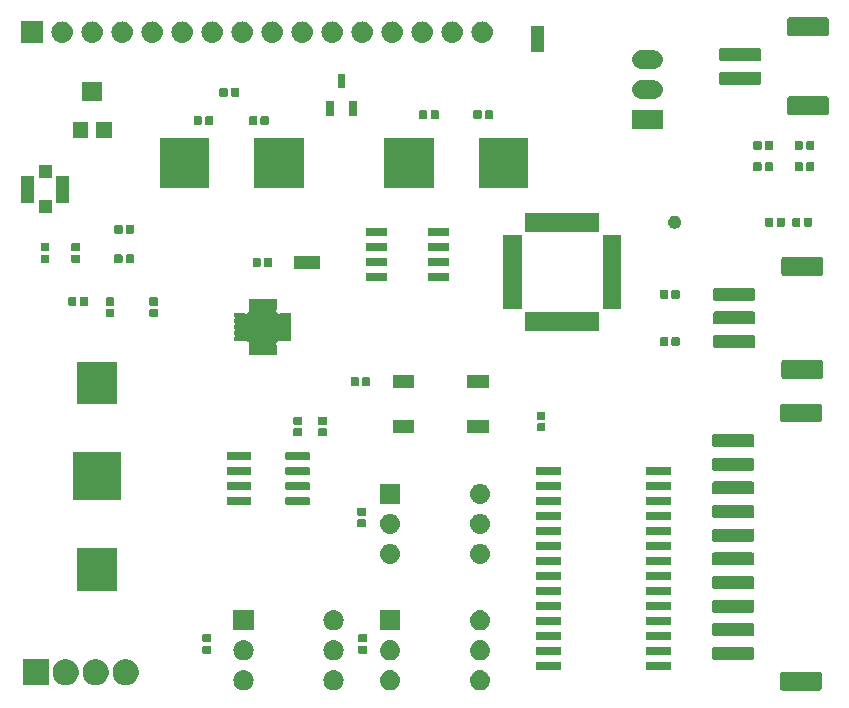
<source format=gts>
G04 #@! TF.GenerationSoftware,KiCad,Pcbnew,(5.1.2)-2*
G04 #@! TF.CreationDate,2019-08-06T20:33:04-04:00*
G04 #@! TF.ProjectId,Thermostat_Layout,54686572-6d6f-4737-9461-745f4c61796f,rev?*
G04 #@! TF.SameCoordinates,Original*
G04 #@! TF.FileFunction,Soldermask,Top*
G04 #@! TF.FilePolarity,Negative*
%FSLAX46Y46*%
G04 Gerber Fmt 4.6, Leading zero omitted, Abs format (unit mm)*
G04 Created by KiCad (PCBNEW (5.1.2)-2) date 2019-08-06 20:33:04*
%MOMM*%
%LPD*%
G04 APERTURE LIST*
%ADD10C,0.100000*%
G04 APERTURE END LIST*
D10*
G36*
X125003048Y-93753122D02*
G01*
X125037387Y-93763539D01*
X125069036Y-93780456D01*
X125096778Y-93803222D01*
X125119544Y-93830964D01*
X125136461Y-93862613D01*
X125146878Y-93896952D01*
X125151000Y-93938807D01*
X125151000Y-95161193D01*
X125146878Y-95203048D01*
X125136461Y-95237387D01*
X125119544Y-95269036D01*
X125096778Y-95296778D01*
X125069036Y-95319544D01*
X125037387Y-95336461D01*
X125003048Y-95346878D01*
X124961193Y-95351000D01*
X121838807Y-95351000D01*
X121796952Y-95346878D01*
X121762613Y-95336461D01*
X121730964Y-95319544D01*
X121703222Y-95296778D01*
X121680456Y-95269036D01*
X121663539Y-95237387D01*
X121653122Y-95203048D01*
X121649000Y-95161193D01*
X121649000Y-93938807D01*
X121653122Y-93896952D01*
X121663539Y-93862613D01*
X121680456Y-93830964D01*
X121703222Y-93803222D01*
X121730964Y-93780456D01*
X121762613Y-93763539D01*
X121796952Y-93753122D01*
X121838807Y-93749000D01*
X124961193Y-93749000D01*
X125003048Y-93753122D01*
X125003048Y-93753122D01*
G37*
G36*
X96386823Y-93641313D02*
G01*
X96547242Y-93689976D01*
X96679906Y-93760886D01*
X96695078Y-93768996D01*
X96824659Y-93875341D01*
X96931004Y-94004922D01*
X96931005Y-94004924D01*
X97010024Y-94152758D01*
X97058687Y-94313177D01*
X97075117Y-94480000D01*
X97058687Y-94646823D01*
X97010024Y-94807242D01*
X96982525Y-94858689D01*
X96931004Y-94955078D01*
X96824659Y-95084659D01*
X96695078Y-95191004D01*
X96695076Y-95191005D01*
X96547242Y-95270024D01*
X96547239Y-95270025D01*
X96517380Y-95279083D01*
X96386823Y-95318687D01*
X96261804Y-95331000D01*
X96178196Y-95331000D01*
X96053177Y-95318687D01*
X95922620Y-95279083D01*
X95892761Y-95270025D01*
X95892758Y-95270024D01*
X95744924Y-95191005D01*
X95744922Y-95191004D01*
X95615341Y-95084659D01*
X95508996Y-94955078D01*
X95457475Y-94858689D01*
X95429976Y-94807242D01*
X95381313Y-94646823D01*
X95364883Y-94480000D01*
X95381313Y-94313177D01*
X95429976Y-94152758D01*
X95508995Y-94004924D01*
X95508996Y-94004922D01*
X95615341Y-93875341D01*
X95744922Y-93768996D01*
X95760094Y-93760886D01*
X95892758Y-93689976D01*
X96053177Y-93641313D01*
X96178196Y-93629000D01*
X96261804Y-93629000D01*
X96386823Y-93641313D01*
X96386823Y-93641313D01*
G37*
G36*
X83986823Y-93641313D02*
G01*
X84147242Y-93689976D01*
X84279906Y-93760886D01*
X84295078Y-93768996D01*
X84424659Y-93875341D01*
X84531004Y-94004922D01*
X84531005Y-94004924D01*
X84610024Y-94152758D01*
X84658687Y-94313177D01*
X84675117Y-94480000D01*
X84658687Y-94646823D01*
X84610024Y-94807242D01*
X84582525Y-94858689D01*
X84531004Y-94955078D01*
X84424659Y-95084659D01*
X84295078Y-95191004D01*
X84295076Y-95191005D01*
X84147242Y-95270024D01*
X84147239Y-95270025D01*
X84117380Y-95279083D01*
X83986823Y-95318687D01*
X83861804Y-95331000D01*
X83778196Y-95331000D01*
X83653177Y-95318687D01*
X83522620Y-95279083D01*
X83492761Y-95270025D01*
X83492758Y-95270024D01*
X83344924Y-95191005D01*
X83344922Y-95191004D01*
X83215341Y-95084659D01*
X83108996Y-94955078D01*
X83057475Y-94858689D01*
X83029976Y-94807242D01*
X82981313Y-94646823D01*
X82964883Y-94480000D01*
X82981313Y-94313177D01*
X83029976Y-94152758D01*
X83108995Y-94004924D01*
X83108996Y-94004922D01*
X83215341Y-93875341D01*
X83344922Y-93768996D01*
X83360094Y-93760886D01*
X83492758Y-93689976D01*
X83653177Y-93641313D01*
X83778196Y-93629000D01*
X83861804Y-93629000D01*
X83986823Y-93641313D01*
X83986823Y-93641313D01*
G37*
G36*
X88766823Y-93641313D02*
G01*
X88927242Y-93689976D01*
X89059906Y-93760886D01*
X89075078Y-93768996D01*
X89204659Y-93875341D01*
X89311004Y-94004922D01*
X89311005Y-94004924D01*
X89390024Y-94152758D01*
X89438687Y-94313177D01*
X89455117Y-94480000D01*
X89438687Y-94646823D01*
X89390024Y-94807242D01*
X89362525Y-94858689D01*
X89311004Y-94955078D01*
X89204659Y-95084659D01*
X89075078Y-95191004D01*
X89075076Y-95191005D01*
X88927242Y-95270024D01*
X88927239Y-95270025D01*
X88897380Y-95279083D01*
X88766823Y-95318687D01*
X88641804Y-95331000D01*
X88558196Y-95331000D01*
X88433177Y-95318687D01*
X88302620Y-95279083D01*
X88272761Y-95270025D01*
X88272758Y-95270024D01*
X88124924Y-95191005D01*
X88124922Y-95191004D01*
X87995341Y-95084659D01*
X87888996Y-94955078D01*
X87837475Y-94858689D01*
X87809976Y-94807242D01*
X87761313Y-94646823D01*
X87744883Y-94480000D01*
X87761313Y-94313177D01*
X87809976Y-94152758D01*
X87888995Y-94004924D01*
X87888996Y-94004922D01*
X87995341Y-93875341D01*
X88124922Y-93768996D01*
X88140094Y-93760886D01*
X88272758Y-93689976D01*
X88433177Y-93641313D01*
X88558196Y-93629000D01*
X88641804Y-93629000D01*
X88766823Y-93641313D01*
X88766823Y-93641313D01*
G37*
G36*
X76366823Y-93641313D02*
G01*
X76527242Y-93689976D01*
X76659906Y-93760886D01*
X76675078Y-93768996D01*
X76804659Y-93875341D01*
X76911004Y-94004922D01*
X76911005Y-94004924D01*
X76990024Y-94152758D01*
X77038687Y-94313177D01*
X77055117Y-94480000D01*
X77038687Y-94646823D01*
X76990024Y-94807242D01*
X76962525Y-94858689D01*
X76911004Y-94955078D01*
X76804659Y-95084659D01*
X76675078Y-95191004D01*
X76675076Y-95191005D01*
X76527242Y-95270024D01*
X76527239Y-95270025D01*
X76497380Y-95279083D01*
X76366823Y-95318687D01*
X76241804Y-95331000D01*
X76158196Y-95331000D01*
X76033177Y-95318687D01*
X75902620Y-95279083D01*
X75872761Y-95270025D01*
X75872758Y-95270024D01*
X75724924Y-95191005D01*
X75724922Y-95191004D01*
X75595341Y-95084659D01*
X75488996Y-94955078D01*
X75437475Y-94858689D01*
X75409976Y-94807242D01*
X75361313Y-94646823D01*
X75344883Y-94480000D01*
X75361313Y-94313177D01*
X75409976Y-94152758D01*
X75488995Y-94004924D01*
X75488996Y-94004922D01*
X75595341Y-93875341D01*
X75724922Y-93768996D01*
X75740094Y-93760886D01*
X75872758Y-93689976D01*
X76033177Y-93641313D01*
X76158196Y-93629000D01*
X76241804Y-93629000D01*
X76366823Y-93641313D01*
X76366823Y-93641313D01*
G37*
G36*
X66434794Y-92720155D02*
G01*
X66541150Y-92741311D01*
X66631381Y-92778686D01*
X66741520Y-92824307D01*
X66921844Y-92944795D01*
X67075205Y-93098156D01*
X67195693Y-93278480D01*
X67195693Y-93278481D01*
X67272844Y-93464738D01*
X67278689Y-93478851D01*
X67321000Y-93691560D01*
X67321000Y-93908440D01*
X67278689Y-94121149D01*
X67195693Y-94321520D01*
X67075205Y-94501844D01*
X66921844Y-94655205D01*
X66741520Y-94775693D01*
X66641334Y-94817191D01*
X66541150Y-94858689D01*
X66434795Y-94879844D01*
X66328440Y-94901000D01*
X66111560Y-94901000D01*
X66005205Y-94879844D01*
X65898850Y-94858689D01*
X65798666Y-94817191D01*
X65698480Y-94775693D01*
X65518156Y-94655205D01*
X65364795Y-94501844D01*
X65244307Y-94321520D01*
X65161311Y-94121149D01*
X65119000Y-93908440D01*
X65119000Y-93691560D01*
X65161311Y-93478851D01*
X65167157Y-93464738D01*
X65244307Y-93278481D01*
X65244307Y-93278480D01*
X65364795Y-93098156D01*
X65518156Y-92944795D01*
X65698480Y-92824307D01*
X65808619Y-92778686D01*
X65898850Y-92741311D01*
X66005206Y-92720155D01*
X66111560Y-92699000D01*
X66328440Y-92699000D01*
X66434794Y-92720155D01*
X66434794Y-92720155D01*
G37*
G36*
X63894794Y-92720155D02*
G01*
X64001150Y-92741311D01*
X64091381Y-92778686D01*
X64201520Y-92824307D01*
X64381844Y-92944795D01*
X64535205Y-93098156D01*
X64655693Y-93278480D01*
X64655693Y-93278481D01*
X64732844Y-93464738D01*
X64738689Y-93478851D01*
X64781000Y-93691560D01*
X64781000Y-93908440D01*
X64738689Y-94121149D01*
X64655693Y-94321520D01*
X64535205Y-94501844D01*
X64381844Y-94655205D01*
X64201520Y-94775693D01*
X64101334Y-94817191D01*
X64001150Y-94858689D01*
X63894795Y-94879844D01*
X63788440Y-94901000D01*
X63571560Y-94901000D01*
X63465205Y-94879844D01*
X63358850Y-94858689D01*
X63258666Y-94817191D01*
X63158480Y-94775693D01*
X62978156Y-94655205D01*
X62824795Y-94501844D01*
X62704307Y-94321520D01*
X62621311Y-94121149D01*
X62579000Y-93908440D01*
X62579000Y-93691560D01*
X62621311Y-93478851D01*
X62627157Y-93464738D01*
X62704307Y-93278481D01*
X62704307Y-93278480D01*
X62824795Y-93098156D01*
X62978156Y-92944795D01*
X63158480Y-92824307D01*
X63268619Y-92778686D01*
X63358850Y-92741311D01*
X63465206Y-92720155D01*
X63571560Y-92699000D01*
X63788440Y-92699000D01*
X63894794Y-92720155D01*
X63894794Y-92720155D01*
G37*
G36*
X61354794Y-92720155D02*
G01*
X61461150Y-92741311D01*
X61551381Y-92778686D01*
X61661520Y-92824307D01*
X61841844Y-92944795D01*
X61995205Y-93098156D01*
X62115693Y-93278480D01*
X62115693Y-93278481D01*
X62192844Y-93464738D01*
X62198689Y-93478851D01*
X62241000Y-93691560D01*
X62241000Y-93908440D01*
X62198689Y-94121149D01*
X62115693Y-94321520D01*
X61995205Y-94501844D01*
X61841844Y-94655205D01*
X61661520Y-94775693D01*
X61561334Y-94817191D01*
X61461150Y-94858689D01*
X61354795Y-94879844D01*
X61248440Y-94901000D01*
X61031560Y-94901000D01*
X60925205Y-94879844D01*
X60818850Y-94858689D01*
X60718666Y-94817191D01*
X60618480Y-94775693D01*
X60438156Y-94655205D01*
X60284795Y-94501844D01*
X60164307Y-94321520D01*
X60081311Y-94121149D01*
X60039000Y-93908440D01*
X60039000Y-93691560D01*
X60081311Y-93478851D01*
X60087157Y-93464738D01*
X60164307Y-93278481D01*
X60164307Y-93278480D01*
X60284795Y-93098156D01*
X60438156Y-92944795D01*
X60618480Y-92824307D01*
X60728619Y-92778686D01*
X60818850Y-92741311D01*
X60925206Y-92720155D01*
X61031560Y-92699000D01*
X61248440Y-92699000D01*
X61354794Y-92720155D01*
X61354794Y-92720155D01*
G37*
G36*
X59701000Y-94901000D02*
G01*
X57499000Y-94901000D01*
X57499000Y-92699000D01*
X59701000Y-92699000D01*
X59701000Y-94901000D01*
X59701000Y-94901000D01*
G37*
G36*
X112334928Y-92906764D02*
G01*
X112356009Y-92913160D01*
X112375445Y-92923548D01*
X112392476Y-92937524D01*
X112406452Y-92954555D01*
X112416840Y-92973991D01*
X112423236Y-92995072D01*
X112426000Y-93023140D01*
X112426000Y-93486860D01*
X112423236Y-93514928D01*
X112416840Y-93536009D01*
X112406452Y-93555445D01*
X112392476Y-93572476D01*
X112375445Y-93586452D01*
X112356009Y-93596840D01*
X112334928Y-93603236D01*
X112306860Y-93606000D01*
X110393140Y-93606000D01*
X110365072Y-93603236D01*
X110343991Y-93596840D01*
X110324555Y-93586452D01*
X110307524Y-93572476D01*
X110293548Y-93555445D01*
X110283160Y-93536009D01*
X110276764Y-93514928D01*
X110274000Y-93486860D01*
X110274000Y-93023140D01*
X110276764Y-92995072D01*
X110283160Y-92973991D01*
X110293548Y-92954555D01*
X110307524Y-92937524D01*
X110324555Y-92923548D01*
X110343991Y-92913160D01*
X110365072Y-92906764D01*
X110393140Y-92904000D01*
X112306860Y-92904000D01*
X112334928Y-92906764D01*
X112334928Y-92906764D01*
G37*
G36*
X103034928Y-92906764D02*
G01*
X103056009Y-92913160D01*
X103075445Y-92923548D01*
X103092476Y-92937524D01*
X103106452Y-92954555D01*
X103116840Y-92973991D01*
X103123236Y-92995072D01*
X103126000Y-93023140D01*
X103126000Y-93486860D01*
X103123236Y-93514928D01*
X103116840Y-93536009D01*
X103106452Y-93555445D01*
X103092476Y-93572476D01*
X103075445Y-93586452D01*
X103056009Y-93596840D01*
X103034928Y-93603236D01*
X103006860Y-93606000D01*
X101093140Y-93606000D01*
X101065072Y-93603236D01*
X101043991Y-93596840D01*
X101024555Y-93586452D01*
X101007524Y-93572476D01*
X100993548Y-93555445D01*
X100983160Y-93536009D01*
X100976764Y-93514928D01*
X100974000Y-93486860D01*
X100974000Y-93023140D01*
X100976764Y-92995072D01*
X100983160Y-92973991D01*
X100993548Y-92954555D01*
X101007524Y-92937524D01*
X101024555Y-92923548D01*
X101043991Y-92913160D01*
X101065072Y-92906764D01*
X101093140Y-92904000D01*
X103006860Y-92904000D01*
X103034928Y-92906764D01*
X103034928Y-92906764D01*
G37*
G36*
X76366823Y-91101313D02*
G01*
X76527242Y-91149976D01*
X76606905Y-91192557D01*
X76675078Y-91228996D01*
X76804659Y-91335341D01*
X76911004Y-91464922D01*
X76911005Y-91464924D01*
X76990024Y-91612758D01*
X76990025Y-91612761D01*
X76996468Y-91634000D01*
X77038687Y-91773177D01*
X77055117Y-91940000D01*
X77038687Y-92106823D01*
X76990024Y-92267242D01*
X76958168Y-92326840D01*
X76911004Y-92415078D01*
X76804659Y-92544659D01*
X76675078Y-92651004D01*
X76675076Y-92651005D01*
X76527242Y-92730024D01*
X76366823Y-92778687D01*
X76241804Y-92791000D01*
X76158196Y-92791000D01*
X76033177Y-92778687D01*
X75872758Y-92730024D01*
X75724924Y-92651005D01*
X75724922Y-92651004D01*
X75595341Y-92544659D01*
X75488996Y-92415078D01*
X75441832Y-92326840D01*
X75409976Y-92267242D01*
X75361313Y-92106823D01*
X75344883Y-91940000D01*
X75361313Y-91773177D01*
X75403532Y-91634000D01*
X75409975Y-91612761D01*
X75409976Y-91612758D01*
X75488995Y-91464924D01*
X75488996Y-91464922D01*
X75595341Y-91335341D01*
X75724922Y-91228996D01*
X75793095Y-91192557D01*
X75872758Y-91149976D01*
X76033177Y-91101313D01*
X76158196Y-91089000D01*
X76241804Y-91089000D01*
X76366823Y-91101313D01*
X76366823Y-91101313D01*
G37*
G36*
X83986823Y-91101313D02*
G01*
X84147242Y-91149976D01*
X84226905Y-91192557D01*
X84295078Y-91228996D01*
X84424659Y-91335341D01*
X84531004Y-91464922D01*
X84531005Y-91464924D01*
X84610024Y-91612758D01*
X84610025Y-91612761D01*
X84616468Y-91634000D01*
X84658687Y-91773177D01*
X84675117Y-91940000D01*
X84658687Y-92106823D01*
X84610024Y-92267242D01*
X84578168Y-92326840D01*
X84531004Y-92415078D01*
X84424659Y-92544659D01*
X84295078Y-92651004D01*
X84295076Y-92651005D01*
X84147242Y-92730024D01*
X83986823Y-92778687D01*
X83861804Y-92791000D01*
X83778196Y-92791000D01*
X83653177Y-92778687D01*
X83492758Y-92730024D01*
X83344924Y-92651005D01*
X83344922Y-92651004D01*
X83215341Y-92544659D01*
X83108996Y-92415078D01*
X83061832Y-92326840D01*
X83029976Y-92267242D01*
X82981313Y-92106823D01*
X82964883Y-91940000D01*
X82981313Y-91773177D01*
X83023532Y-91634000D01*
X83029975Y-91612761D01*
X83029976Y-91612758D01*
X83108995Y-91464924D01*
X83108996Y-91464922D01*
X83215341Y-91335341D01*
X83344922Y-91228996D01*
X83413095Y-91192557D01*
X83492758Y-91149976D01*
X83653177Y-91101313D01*
X83778196Y-91089000D01*
X83861804Y-91089000D01*
X83986823Y-91101313D01*
X83986823Y-91101313D01*
G37*
G36*
X88766823Y-91101313D02*
G01*
X88927242Y-91149976D01*
X89006905Y-91192557D01*
X89075078Y-91228996D01*
X89204659Y-91335341D01*
X89311004Y-91464922D01*
X89311005Y-91464924D01*
X89390024Y-91612758D01*
X89390025Y-91612761D01*
X89396468Y-91634000D01*
X89438687Y-91773177D01*
X89455117Y-91940000D01*
X89438687Y-92106823D01*
X89390024Y-92267242D01*
X89358168Y-92326840D01*
X89311004Y-92415078D01*
X89204659Y-92544659D01*
X89075078Y-92651004D01*
X89075076Y-92651005D01*
X88927242Y-92730024D01*
X88766823Y-92778687D01*
X88641804Y-92791000D01*
X88558196Y-92791000D01*
X88433177Y-92778687D01*
X88272758Y-92730024D01*
X88124924Y-92651005D01*
X88124922Y-92651004D01*
X87995341Y-92544659D01*
X87888996Y-92415078D01*
X87841832Y-92326840D01*
X87809976Y-92267242D01*
X87761313Y-92106823D01*
X87744883Y-91940000D01*
X87761313Y-91773177D01*
X87803532Y-91634000D01*
X87809975Y-91612761D01*
X87809976Y-91612758D01*
X87888995Y-91464924D01*
X87888996Y-91464922D01*
X87995341Y-91335341D01*
X88124922Y-91228996D01*
X88193095Y-91192557D01*
X88272758Y-91149976D01*
X88433177Y-91101313D01*
X88558196Y-91089000D01*
X88641804Y-91089000D01*
X88766823Y-91101313D01*
X88766823Y-91101313D01*
G37*
G36*
X96386823Y-91101313D02*
G01*
X96547242Y-91149976D01*
X96626905Y-91192557D01*
X96695078Y-91228996D01*
X96824659Y-91335341D01*
X96931004Y-91464922D01*
X96931005Y-91464924D01*
X97010024Y-91612758D01*
X97010025Y-91612761D01*
X97016468Y-91634000D01*
X97058687Y-91773177D01*
X97075117Y-91940000D01*
X97058687Y-92106823D01*
X97010024Y-92267242D01*
X96978168Y-92326840D01*
X96931004Y-92415078D01*
X96824659Y-92544659D01*
X96695078Y-92651004D01*
X96695076Y-92651005D01*
X96547242Y-92730024D01*
X96386823Y-92778687D01*
X96261804Y-92791000D01*
X96178196Y-92791000D01*
X96053177Y-92778687D01*
X95892758Y-92730024D01*
X95744924Y-92651005D01*
X95744922Y-92651004D01*
X95615341Y-92544659D01*
X95508996Y-92415078D01*
X95461832Y-92326840D01*
X95429976Y-92267242D01*
X95381313Y-92106823D01*
X95364883Y-91940000D01*
X95381313Y-91773177D01*
X95423532Y-91634000D01*
X95429975Y-91612761D01*
X95429976Y-91612758D01*
X95508995Y-91464924D01*
X95508996Y-91464922D01*
X95615341Y-91335341D01*
X95744922Y-91228996D01*
X95813095Y-91192557D01*
X95892758Y-91149976D01*
X96053177Y-91101313D01*
X96178196Y-91089000D01*
X96261804Y-91089000D01*
X96386823Y-91101313D01*
X96386823Y-91101313D01*
G37*
G36*
X119279434Y-91653686D02*
G01*
X119319284Y-91665774D01*
X119355999Y-91685399D01*
X119388186Y-91711814D01*
X119414601Y-91744001D01*
X119434226Y-91780716D01*
X119446314Y-91820566D01*
X119451000Y-91868141D01*
X119451000Y-92531859D01*
X119446314Y-92579434D01*
X119434226Y-92619284D01*
X119414601Y-92655999D01*
X119388186Y-92688186D01*
X119355999Y-92714601D01*
X119319284Y-92734226D01*
X119279434Y-92746314D01*
X119231859Y-92751000D01*
X116068141Y-92751000D01*
X116020566Y-92746314D01*
X115980716Y-92734226D01*
X115944001Y-92714601D01*
X115911814Y-92688186D01*
X115885399Y-92655999D01*
X115865774Y-92619284D01*
X115853686Y-92579434D01*
X115849000Y-92531859D01*
X115849000Y-91868141D01*
X115853686Y-91820566D01*
X115865774Y-91780716D01*
X115885399Y-91744001D01*
X115911814Y-91711814D01*
X115944001Y-91685399D01*
X115980716Y-91665774D01*
X116020566Y-91653686D01*
X116068141Y-91649000D01*
X119231859Y-91649000D01*
X119279434Y-91653686D01*
X119279434Y-91653686D01*
G37*
G36*
X112334928Y-91636764D02*
G01*
X112356009Y-91643160D01*
X112375445Y-91653548D01*
X112392476Y-91667524D01*
X112406452Y-91684555D01*
X112416840Y-91703991D01*
X112423236Y-91725072D01*
X112426000Y-91753140D01*
X112426000Y-92216860D01*
X112423236Y-92244928D01*
X112416840Y-92266009D01*
X112406452Y-92285445D01*
X112392476Y-92302476D01*
X112375445Y-92316452D01*
X112356009Y-92326840D01*
X112334928Y-92333236D01*
X112306860Y-92336000D01*
X110393140Y-92336000D01*
X110365072Y-92333236D01*
X110343991Y-92326840D01*
X110324555Y-92316452D01*
X110307524Y-92302476D01*
X110293548Y-92285445D01*
X110283160Y-92266009D01*
X110276764Y-92244928D01*
X110274000Y-92216860D01*
X110274000Y-91753140D01*
X110276764Y-91725072D01*
X110283160Y-91703991D01*
X110293548Y-91684555D01*
X110307524Y-91667524D01*
X110324555Y-91653548D01*
X110343991Y-91643160D01*
X110365072Y-91636764D01*
X110393140Y-91634000D01*
X112306860Y-91634000D01*
X112334928Y-91636764D01*
X112334928Y-91636764D01*
G37*
G36*
X103034928Y-91636764D02*
G01*
X103056009Y-91643160D01*
X103075445Y-91653548D01*
X103092476Y-91667524D01*
X103106452Y-91684555D01*
X103116840Y-91703991D01*
X103123236Y-91725072D01*
X103126000Y-91753140D01*
X103126000Y-92216860D01*
X103123236Y-92244928D01*
X103116840Y-92266009D01*
X103106452Y-92285445D01*
X103092476Y-92302476D01*
X103075445Y-92316452D01*
X103056009Y-92326840D01*
X103034928Y-92333236D01*
X103006860Y-92336000D01*
X101093140Y-92336000D01*
X101065072Y-92333236D01*
X101043991Y-92326840D01*
X101024555Y-92316452D01*
X101007524Y-92302476D01*
X100993548Y-92285445D01*
X100983160Y-92266009D01*
X100976764Y-92244928D01*
X100974000Y-92216860D01*
X100974000Y-91753140D01*
X100976764Y-91725072D01*
X100983160Y-91703991D01*
X100993548Y-91684555D01*
X101007524Y-91667524D01*
X101024555Y-91653548D01*
X101043991Y-91643160D01*
X101065072Y-91636764D01*
X101093140Y-91634000D01*
X103006860Y-91634000D01*
X103034928Y-91636764D01*
X103034928Y-91636764D01*
G37*
G36*
X86581938Y-91541716D02*
G01*
X86602557Y-91547971D01*
X86621553Y-91558124D01*
X86638208Y-91571792D01*
X86651876Y-91588447D01*
X86662029Y-91607443D01*
X86668284Y-91628062D01*
X86671000Y-91655640D01*
X86671000Y-92114360D01*
X86668284Y-92141938D01*
X86662029Y-92162557D01*
X86651876Y-92181553D01*
X86638208Y-92198208D01*
X86621553Y-92211876D01*
X86602557Y-92222029D01*
X86581938Y-92228284D01*
X86554360Y-92231000D01*
X86045640Y-92231000D01*
X86018062Y-92228284D01*
X85997443Y-92222029D01*
X85978447Y-92211876D01*
X85961792Y-92198208D01*
X85948124Y-92181553D01*
X85937971Y-92162557D01*
X85931716Y-92141938D01*
X85929000Y-92114360D01*
X85929000Y-91655640D01*
X85931716Y-91628062D01*
X85937971Y-91607443D01*
X85948124Y-91588447D01*
X85961792Y-91571792D01*
X85978447Y-91558124D01*
X85997443Y-91547971D01*
X86018062Y-91541716D01*
X86045640Y-91539000D01*
X86554360Y-91539000D01*
X86581938Y-91541716D01*
X86581938Y-91541716D01*
G37*
G36*
X73381938Y-91541716D02*
G01*
X73402557Y-91547971D01*
X73421553Y-91558124D01*
X73438208Y-91571792D01*
X73451876Y-91588447D01*
X73462029Y-91607443D01*
X73468284Y-91628062D01*
X73471000Y-91655640D01*
X73471000Y-92114360D01*
X73468284Y-92141938D01*
X73462029Y-92162557D01*
X73451876Y-92181553D01*
X73438208Y-92198208D01*
X73421553Y-92211876D01*
X73402557Y-92222029D01*
X73381938Y-92228284D01*
X73354360Y-92231000D01*
X72845640Y-92231000D01*
X72818062Y-92228284D01*
X72797443Y-92222029D01*
X72778447Y-92211876D01*
X72761792Y-92198208D01*
X72748124Y-92181553D01*
X72737971Y-92162557D01*
X72731716Y-92141938D01*
X72729000Y-92114360D01*
X72729000Y-91655640D01*
X72731716Y-91628062D01*
X72737971Y-91607443D01*
X72748124Y-91588447D01*
X72761792Y-91571792D01*
X72778447Y-91558124D01*
X72797443Y-91547971D01*
X72818062Y-91541716D01*
X72845640Y-91539000D01*
X73354360Y-91539000D01*
X73381938Y-91541716D01*
X73381938Y-91541716D01*
G37*
G36*
X86581938Y-90571716D02*
G01*
X86602557Y-90577971D01*
X86621553Y-90588124D01*
X86638208Y-90601792D01*
X86651876Y-90618447D01*
X86662029Y-90637443D01*
X86668284Y-90658062D01*
X86671000Y-90685640D01*
X86671000Y-91144360D01*
X86668284Y-91171938D01*
X86662029Y-91192557D01*
X86651876Y-91211553D01*
X86638208Y-91228208D01*
X86621553Y-91241876D01*
X86602557Y-91252029D01*
X86581938Y-91258284D01*
X86554360Y-91261000D01*
X86045640Y-91261000D01*
X86018062Y-91258284D01*
X85997443Y-91252029D01*
X85978447Y-91241876D01*
X85961792Y-91228208D01*
X85948124Y-91211553D01*
X85937971Y-91192557D01*
X85931716Y-91171938D01*
X85929000Y-91144360D01*
X85929000Y-90685640D01*
X85931716Y-90658062D01*
X85937971Y-90637443D01*
X85948124Y-90618447D01*
X85961792Y-90601792D01*
X85978447Y-90588124D01*
X85997443Y-90577971D01*
X86018062Y-90571716D01*
X86045640Y-90569000D01*
X86554360Y-90569000D01*
X86581938Y-90571716D01*
X86581938Y-90571716D01*
G37*
G36*
X73381938Y-90571716D02*
G01*
X73402557Y-90577971D01*
X73421553Y-90588124D01*
X73438208Y-90601792D01*
X73451876Y-90618447D01*
X73462029Y-90637443D01*
X73468284Y-90658062D01*
X73471000Y-90685640D01*
X73471000Y-91144360D01*
X73468284Y-91171938D01*
X73462029Y-91192557D01*
X73451876Y-91211553D01*
X73438208Y-91228208D01*
X73421553Y-91241876D01*
X73402557Y-91252029D01*
X73381938Y-91258284D01*
X73354360Y-91261000D01*
X72845640Y-91261000D01*
X72818062Y-91258284D01*
X72797443Y-91252029D01*
X72778447Y-91241876D01*
X72761792Y-91228208D01*
X72748124Y-91211553D01*
X72737971Y-91192557D01*
X72731716Y-91171938D01*
X72729000Y-91144360D01*
X72729000Y-90685640D01*
X72731716Y-90658062D01*
X72737971Y-90637443D01*
X72748124Y-90618447D01*
X72761792Y-90601792D01*
X72778447Y-90588124D01*
X72797443Y-90577971D01*
X72818062Y-90571716D01*
X72845640Y-90569000D01*
X73354360Y-90569000D01*
X73381938Y-90571716D01*
X73381938Y-90571716D01*
G37*
G36*
X103034928Y-90366764D02*
G01*
X103056009Y-90373160D01*
X103075445Y-90383548D01*
X103092476Y-90397524D01*
X103106452Y-90414555D01*
X103116840Y-90433991D01*
X103123236Y-90455072D01*
X103126000Y-90483140D01*
X103126000Y-90946860D01*
X103123236Y-90974928D01*
X103116840Y-90996009D01*
X103106452Y-91015445D01*
X103092476Y-91032476D01*
X103075445Y-91046452D01*
X103056009Y-91056840D01*
X103034928Y-91063236D01*
X103006860Y-91066000D01*
X101093140Y-91066000D01*
X101065072Y-91063236D01*
X101043991Y-91056840D01*
X101024555Y-91046452D01*
X101007524Y-91032476D01*
X100993548Y-91015445D01*
X100983160Y-90996009D01*
X100976764Y-90974928D01*
X100974000Y-90946860D01*
X100974000Y-90483140D01*
X100976764Y-90455072D01*
X100983160Y-90433991D01*
X100993548Y-90414555D01*
X101007524Y-90397524D01*
X101024555Y-90383548D01*
X101043991Y-90373160D01*
X101065072Y-90366764D01*
X101093140Y-90364000D01*
X103006860Y-90364000D01*
X103034928Y-90366764D01*
X103034928Y-90366764D01*
G37*
G36*
X112334928Y-90366764D02*
G01*
X112356009Y-90373160D01*
X112375445Y-90383548D01*
X112392476Y-90397524D01*
X112406452Y-90414555D01*
X112416840Y-90433991D01*
X112423236Y-90455072D01*
X112426000Y-90483140D01*
X112426000Y-90946860D01*
X112423236Y-90974928D01*
X112416840Y-90996009D01*
X112406452Y-91015445D01*
X112392476Y-91032476D01*
X112375445Y-91046452D01*
X112356009Y-91056840D01*
X112334928Y-91063236D01*
X112306860Y-91066000D01*
X110393140Y-91066000D01*
X110365072Y-91063236D01*
X110343991Y-91056840D01*
X110324555Y-91046452D01*
X110307524Y-91032476D01*
X110293548Y-91015445D01*
X110283160Y-90996009D01*
X110276764Y-90974928D01*
X110274000Y-90946860D01*
X110274000Y-90483140D01*
X110276764Y-90455072D01*
X110283160Y-90433991D01*
X110293548Y-90414555D01*
X110307524Y-90397524D01*
X110324555Y-90383548D01*
X110343991Y-90373160D01*
X110365072Y-90366764D01*
X110393140Y-90364000D01*
X112306860Y-90364000D01*
X112334928Y-90366764D01*
X112334928Y-90366764D01*
G37*
G36*
X119279434Y-89653686D02*
G01*
X119319284Y-89665774D01*
X119355999Y-89685399D01*
X119388186Y-89711814D01*
X119414601Y-89744001D01*
X119434226Y-89780716D01*
X119446314Y-89820566D01*
X119451000Y-89868141D01*
X119451000Y-90531859D01*
X119446314Y-90579434D01*
X119434226Y-90619284D01*
X119414601Y-90655999D01*
X119388186Y-90688186D01*
X119355999Y-90714601D01*
X119319284Y-90734226D01*
X119279434Y-90746314D01*
X119231859Y-90751000D01*
X116068141Y-90751000D01*
X116020566Y-90746314D01*
X115980716Y-90734226D01*
X115944001Y-90714601D01*
X115911814Y-90688186D01*
X115885399Y-90655999D01*
X115865774Y-90619284D01*
X115853686Y-90579434D01*
X115849000Y-90531859D01*
X115849000Y-89868141D01*
X115853686Y-89820566D01*
X115865774Y-89780716D01*
X115885399Y-89744001D01*
X115911814Y-89711814D01*
X115944001Y-89685399D01*
X115980716Y-89665774D01*
X116020566Y-89653686D01*
X116068141Y-89649000D01*
X119231859Y-89649000D01*
X119279434Y-89653686D01*
X119279434Y-89653686D01*
G37*
G36*
X77051000Y-90251000D02*
G01*
X75349000Y-90251000D01*
X75349000Y-88549000D01*
X77051000Y-88549000D01*
X77051000Y-90251000D01*
X77051000Y-90251000D01*
G37*
G36*
X96386823Y-88561313D02*
G01*
X96547242Y-88609976D01*
X96660115Y-88670308D01*
X96695078Y-88688996D01*
X96824659Y-88795341D01*
X96931004Y-88924922D01*
X96931005Y-88924924D01*
X97010024Y-89072758D01*
X97058687Y-89233177D01*
X97075117Y-89400000D01*
X97058687Y-89566823D01*
X97010024Y-89727242D01*
X96978168Y-89786840D01*
X96931004Y-89875078D01*
X96824659Y-90004659D01*
X96695078Y-90111004D01*
X96695076Y-90111005D01*
X96547242Y-90190024D01*
X96386823Y-90238687D01*
X96261804Y-90251000D01*
X96178196Y-90251000D01*
X96053177Y-90238687D01*
X95892758Y-90190024D01*
X95744924Y-90111005D01*
X95744922Y-90111004D01*
X95615341Y-90004659D01*
X95508996Y-89875078D01*
X95461832Y-89786840D01*
X95429976Y-89727242D01*
X95381313Y-89566823D01*
X95364883Y-89400000D01*
X95381313Y-89233177D01*
X95429976Y-89072758D01*
X95508995Y-88924924D01*
X95508996Y-88924922D01*
X95615341Y-88795341D01*
X95744922Y-88688996D01*
X95779885Y-88670308D01*
X95892758Y-88609976D01*
X96053177Y-88561313D01*
X96178196Y-88549000D01*
X96261804Y-88549000D01*
X96386823Y-88561313D01*
X96386823Y-88561313D01*
G37*
G36*
X83986823Y-88561313D02*
G01*
X84147242Y-88609976D01*
X84260115Y-88670308D01*
X84295078Y-88688996D01*
X84424659Y-88795341D01*
X84531004Y-88924922D01*
X84531005Y-88924924D01*
X84610024Y-89072758D01*
X84658687Y-89233177D01*
X84675117Y-89400000D01*
X84658687Y-89566823D01*
X84610024Y-89727242D01*
X84578168Y-89786840D01*
X84531004Y-89875078D01*
X84424659Y-90004659D01*
X84295078Y-90111004D01*
X84295076Y-90111005D01*
X84147242Y-90190024D01*
X83986823Y-90238687D01*
X83861804Y-90251000D01*
X83778196Y-90251000D01*
X83653177Y-90238687D01*
X83492758Y-90190024D01*
X83344924Y-90111005D01*
X83344922Y-90111004D01*
X83215341Y-90004659D01*
X83108996Y-89875078D01*
X83061832Y-89786840D01*
X83029976Y-89727242D01*
X82981313Y-89566823D01*
X82964883Y-89400000D01*
X82981313Y-89233177D01*
X83029976Y-89072758D01*
X83108995Y-88924924D01*
X83108996Y-88924922D01*
X83215341Y-88795341D01*
X83344922Y-88688996D01*
X83379885Y-88670308D01*
X83492758Y-88609976D01*
X83653177Y-88561313D01*
X83778196Y-88549000D01*
X83861804Y-88549000D01*
X83986823Y-88561313D01*
X83986823Y-88561313D01*
G37*
G36*
X89451000Y-90251000D02*
G01*
X87749000Y-90251000D01*
X87749000Y-88549000D01*
X89451000Y-88549000D01*
X89451000Y-90251000D01*
X89451000Y-90251000D01*
G37*
G36*
X112334928Y-89096764D02*
G01*
X112356009Y-89103160D01*
X112375445Y-89113548D01*
X112392476Y-89127524D01*
X112406452Y-89144555D01*
X112416840Y-89163991D01*
X112423236Y-89185072D01*
X112426000Y-89213140D01*
X112426000Y-89676860D01*
X112423236Y-89704928D01*
X112416840Y-89726009D01*
X112406452Y-89745445D01*
X112392476Y-89762476D01*
X112375445Y-89776452D01*
X112356009Y-89786840D01*
X112334928Y-89793236D01*
X112306860Y-89796000D01*
X110393140Y-89796000D01*
X110365072Y-89793236D01*
X110343991Y-89786840D01*
X110324555Y-89776452D01*
X110307524Y-89762476D01*
X110293548Y-89745445D01*
X110283160Y-89726009D01*
X110276764Y-89704928D01*
X110274000Y-89676860D01*
X110274000Y-89213140D01*
X110276764Y-89185072D01*
X110283160Y-89163991D01*
X110293548Y-89144555D01*
X110307524Y-89127524D01*
X110324555Y-89113548D01*
X110343991Y-89103160D01*
X110365072Y-89096764D01*
X110393140Y-89094000D01*
X112306860Y-89094000D01*
X112334928Y-89096764D01*
X112334928Y-89096764D01*
G37*
G36*
X103034928Y-89096764D02*
G01*
X103056009Y-89103160D01*
X103075445Y-89113548D01*
X103092476Y-89127524D01*
X103106452Y-89144555D01*
X103116840Y-89163991D01*
X103123236Y-89185072D01*
X103126000Y-89213140D01*
X103126000Y-89676860D01*
X103123236Y-89704928D01*
X103116840Y-89726009D01*
X103106452Y-89745445D01*
X103092476Y-89762476D01*
X103075445Y-89776452D01*
X103056009Y-89786840D01*
X103034928Y-89793236D01*
X103006860Y-89796000D01*
X101093140Y-89796000D01*
X101065072Y-89793236D01*
X101043991Y-89786840D01*
X101024555Y-89776452D01*
X101007524Y-89762476D01*
X100993548Y-89745445D01*
X100983160Y-89726009D01*
X100976764Y-89704928D01*
X100974000Y-89676860D01*
X100974000Y-89213140D01*
X100976764Y-89185072D01*
X100983160Y-89163991D01*
X100993548Y-89144555D01*
X101007524Y-89127524D01*
X101024555Y-89113548D01*
X101043991Y-89103160D01*
X101065072Y-89096764D01*
X101093140Y-89094000D01*
X103006860Y-89094000D01*
X103034928Y-89096764D01*
X103034928Y-89096764D01*
G37*
G36*
X119279434Y-87653686D02*
G01*
X119319284Y-87665774D01*
X119355999Y-87685399D01*
X119388186Y-87711814D01*
X119414601Y-87744001D01*
X119434226Y-87780716D01*
X119446314Y-87820566D01*
X119451000Y-87868141D01*
X119451000Y-88531859D01*
X119446314Y-88579434D01*
X119434226Y-88619284D01*
X119414601Y-88655999D01*
X119388186Y-88688186D01*
X119355999Y-88714601D01*
X119319284Y-88734226D01*
X119279434Y-88746314D01*
X119231859Y-88751000D01*
X116068141Y-88751000D01*
X116020566Y-88746314D01*
X115980716Y-88734226D01*
X115944001Y-88714601D01*
X115911814Y-88688186D01*
X115885399Y-88655999D01*
X115865774Y-88619284D01*
X115853686Y-88579434D01*
X115849000Y-88531859D01*
X115849000Y-87868141D01*
X115853686Y-87820566D01*
X115865774Y-87780716D01*
X115885399Y-87744001D01*
X115911814Y-87711814D01*
X115944001Y-87685399D01*
X115980716Y-87665774D01*
X116020566Y-87653686D01*
X116068141Y-87649000D01*
X119231859Y-87649000D01*
X119279434Y-87653686D01*
X119279434Y-87653686D01*
G37*
G36*
X112334928Y-87826764D02*
G01*
X112356009Y-87833160D01*
X112375445Y-87843548D01*
X112392476Y-87857524D01*
X112406452Y-87874555D01*
X112416840Y-87893991D01*
X112423236Y-87915072D01*
X112426000Y-87943140D01*
X112426000Y-88406860D01*
X112423236Y-88434928D01*
X112416840Y-88456009D01*
X112406452Y-88475445D01*
X112392476Y-88492476D01*
X112375445Y-88506452D01*
X112356009Y-88516840D01*
X112334928Y-88523236D01*
X112306860Y-88526000D01*
X110393140Y-88526000D01*
X110365072Y-88523236D01*
X110343991Y-88516840D01*
X110324555Y-88506452D01*
X110307524Y-88492476D01*
X110293548Y-88475445D01*
X110283160Y-88456009D01*
X110276764Y-88434928D01*
X110274000Y-88406860D01*
X110274000Y-87943140D01*
X110276764Y-87915072D01*
X110283160Y-87893991D01*
X110293548Y-87874555D01*
X110307524Y-87857524D01*
X110324555Y-87843548D01*
X110343991Y-87833160D01*
X110365072Y-87826764D01*
X110393140Y-87824000D01*
X112306860Y-87824000D01*
X112334928Y-87826764D01*
X112334928Y-87826764D01*
G37*
G36*
X103034928Y-87826764D02*
G01*
X103056009Y-87833160D01*
X103075445Y-87843548D01*
X103092476Y-87857524D01*
X103106452Y-87874555D01*
X103116840Y-87893991D01*
X103123236Y-87915072D01*
X103126000Y-87943140D01*
X103126000Y-88406860D01*
X103123236Y-88434928D01*
X103116840Y-88456009D01*
X103106452Y-88475445D01*
X103092476Y-88492476D01*
X103075445Y-88506452D01*
X103056009Y-88516840D01*
X103034928Y-88523236D01*
X103006860Y-88526000D01*
X101093140Y-88526000D01*
X101065072Y-88523236D01*
X101043991Y-88516840D01*
X101024555Y-88506452D01*
X101007524Y-88492476D01*
X100993548Y-88475445D01*
X100983160Y-88456009D01*
X100976764Y-88434928D01*
X100974000Y-88406860D01*
X100974000Y-87943140D01*
X100976764Y-87915072D01*
X100983160Y-87893991D01*
X100993548Y-87874555D01*
X101007524Y-87857524D01*
X101024555Y-87843548D01*
X101043991Y-87833160D01*
X101065072Y-87826764D01*
X101093140Y-87824000D01*
X103006860Y-87824000D01*
X103034928Y-87826764D01*
X103034928Y-87826764D01*
G37*
G36*
X112334928Y-86556764D02*
G01*
X112356009Y-86563160D01*
X112375445Y-86573548D01*
X112392476Y-86587524D01*
X112406452Y-86604555D01*
X112416840Y-86623991D01*
X112423236Y-86645072D01*
X112426000Y-86673140D01*
X112426000Y-87136860D01*
X112423236Y-87164928D01*
X112416840Y-87186009D01*
X112406452Y-87205445D01*
X112392476Y-87222476D01*
X112375445Y-87236452D01*
X112356009Y-87246840D01*
X112334928Y-87253236D01*
X112306860Y-87256000D01*
X110393140Y-87256000D01*
X110365072Y-87253236D01*
X110343991Y-87246840D01*
X110324555Y-87236452D01*
X110307524Y-87222476D01*
X110293548Y-87205445D01*
X110283160Y-87186009D01*
X110276764Y-87164928D01*
X110274000Y-87136860D01*
X110274000Y-86673140D01*
X110276764Y-86645072D01*
X110283160Y-86623991D01*
X110293548Y-86604555D01*
X110307524Y-86587524D01*
X110324555Y-86573548D01*
X110343991Y-86563160D01*
X110365072Y-86556764D01*
X110393140Y-86554000D01*
X112306860Y-86554000D01*
X112334928Y-86556764D01*
X112334928Y-86556764D01*
G37*
G36*
X103034928Y-86556764D02*
G01*
X103056009Y-86563160D01*
X103075445Y-86573548D01*
X103092476Y-86587524D01*
X103106452Y-86604555D01*
X103116840Y-86623991D01*
X103123236Y-86645072D01*
X103126000Y-86673140D01*
X103126000Y-87136860D01*
X103123236Y-87164928D01*
X103116840Y-87186009D01*
X103106452Y-87205445D01*
X103092476Y-87222476D01*
X103075445Y-87236452D01*
X103056009Y-87246840D01*
X103034928Y-87253236D01*
X103006860Y-87256000D01*
X101093140Y-87256000D01*
X101065072Y-87253236D01*
X101043991Y-87246840D01*
X101024555Y-87236452D01*
X101007524Y-87222476D01*
X100993548Y-87205445D01*
X100983160Y-87186009D01*
X100976764Y-87164928D01*
X100974000Y-87136860D01*
X100974000Y-86673140D01*
X100976764Y-86645072D01*
X100983160Y-86623991D01*
X100993548Y-86604555D01*
X101007524Y-86587524D01*
X101024555Y-86573548D01*
X101043991Y-86563160D01*
X101065072Y-86556764D01*
X101093140Y-86554000D01*
X103006860Y-86554000D01*
X103034928Y-86556764D01*
X103034928Y-86556764D01*
G37*
G36*
X65501000Y-86901000D02*
G01*
X62099000Y-86901000D01*
X62099000Y-83299000D01*
X65501000Y-83299000D01*
X65501000Y-86901000D01*
X65501000Y-86901000D01*
G37*
G36*
X119279434Y-85653686D02*
G01*
X119319284Y-85665774D01*
X119355999Y-85685399D01*
X119388186Y-85711814D01*
X119414601Y-85744001D01*
X119434226Y-85780716D01*
X119446314Y-85820566D01*
X119451000Y-85868141D01*
X119451000Y-86531859D01*
X119446314Y-86579434D01*
X119434226Y-86619284D01*
X119414601Y-86655999D01*
X119388186Y-86688186D01*
X119355999Y-86714601D01*
X119319284Y-86734226D01*
X119279434Y-86746314D01*
X119231859Y-86751000D01*
X116068141Y-86751000D01*
X116020566Y-86746314D01*
X115980716Y-86734226D01*
X115944001Y-86714601D01*
X115911814Y-86688186D01*
X115885399Y-86655999D01*
X115865774Y-86619284D01*
X115853686Y-86579434D01*
X115849000Y-86531859D01*
X115849000Y-85868141D01*
X115853686Y-85820566D01*
X115865774Y-85780716D01*
X115885399Y-85744001D01*
X115911814Y-85711814D01*
X115944001Y-85685399D01*
X115980716Y-85665774D01*
X116020566Y-85653686D01*
X116068141Y-85649000D01*
X119231859Y-85649000D01*
X119279434Y-85653686D01*
X119279434Y-85653686D01*
G37*
G36*
X112334928Y-85286764D02*
G01*
X112356009Y-85293160D01*
X112375445Y-85303548D01*
X112392476Y-85317524D01*
X112406452Y-85334555D01*
X112416840Y-85353991D01*
X112423236Y-85375072D01*
X112426000Y-85403140D01*
X112426000Y-85866860D01*
X112423236Y-85894928D01*
X112416840Y-85916009D01*
X112406452Y-85935445D01*
X112392476Y-85952476D01*
X112375445Y-85966452D01*
X112356009Y-85976840D01*
X112334928Y-85983236D01*
X112306860Y-85986000D01*
X110393140Y-85986000D01*
X110365072Y-85983236D01*
X110343991Y-85976840D01*
X110324555Y-85966452D01*
X110307524Y-85952476D01*
X110293548Y-85935445D01*
X110283160Y-85916009D01*
X110276764Y-85894928D01*
X110274000Y-85866860D01*
X110274000Y-85403140D01*
X110276764Y-85375072D01*
X110283160Y-85353991D01*
X110293548Y-85334555D01*
X110307524Y-85317524D01*
X110324555Y-85303548D01*
X110343991Y-85293160D01*
X110365072Y-85286764D01*
X110393140Y-85284000D01*
X112306860Y-85284000D01*
X112334928Y-85286764D01*
X112334928Y-85286764D01*
G37*
G36*
X103034928Y-85286764D02*
G01*
X103056009Y-85293160D01*
X103075445Y-85303548D01*
X103092476Y-85317524D01*
X103106452Y-85334555D01*
X103116840Y-85353991D01*
X103123236Y-85375072D01*
X103126000Y-85403140D01*
X103126000Y-85866860D01*
X103123236Y-85894928D01*
X103116840Y-85916009D01*
X103106452Y-85935445D01*
X103092476Y-85952476D01*
X103075445Y-85966452D01*
X103056009Y-85976840D01*
X103034928Y-85983236D01*
X103006860Y-85986000D01*
X101093140Y-85986000D01*
X101065072Y-85983236D01*
X101043991Y-85976840D01*
X101024555Y-85966452D01*
X101007524Y-85952476D01*
X100993548Y-85935445D01*
X100983160Y-85916009D01*
X100976764Y-85894928D01*
X100974000Y-85866860D01*
X100974000Y-85403140D01*
X100976764Y-85375072D01*
X100983160Y-85353991D01*
X100993548Y-85334555D01*
X101007524Y-85317524D01*
X101024555Y-85303548D01*
X101043991Y-85293160D01*
X101065072Y-85286764D01*
X101093140Y-85284000D01*
X103006860Y-85284000D01*
X103034928Y-85286764D01*
X103034928Y-85286764D01*
G37*
G36*
X119279434Y-83653686D02*
G01*
X119319284Y-83665774D01*
X119355999Y-83685399D01*
X119388186Y-83711814D01*
X119414601Y-83744001D01*
X119434226Y-83780716D01*
X119446314Y-83820566D01*
X119451000Y-83868141D01*
X119451000Y-84531859D01*
X119446314Y-84579434D01*
X119434226Y-84619284D01*
X119414601Y-84655999D01*
X119388186Y-84688186D01*
X119355999Y-84714601D01*
X119319284Y-84734226D01*
X119279434Y-84746314D01*
X119231859Y-84751000D01*
X116068141Y-84751000D01*
X116020566Y-84746314D01*
X115980716Y-84734226D01*
X115944001Y-84714601D01*
X115911814Y-84688186D01*
X115885399Y-84655999D01*
X115865774Y-84619284D01*
X115853686Y-84579434D01*
X115849000Y-84531859D01*
X115849000Y-83868141D01*
X115853686Y-83820566D01*
X115865774Y-83780716D01*
X115885399Y-83744001D01*
X115911814Y-83711814D01*
X115944001Y-83685399D01*
X115980716Y-83665774D01*
X116020566Y-83653686D01*
X116068141Y-83649000D01*
X119231859Y-83649000D01*
X119279434Y-83653686D01*
X119279434Y-83653686D01*
G37*
G36*
X112334928Y-84016764D02*
G01*
X112356009Y-84023160D01*
X112375445Y-84033548D01*
X112392476Y-84047524D01*
X112406452Y-84064555D01*
X112416840Y-84083991D01*
X112423236Y-84105072D01*
X112426000Y-84133140D01*
X112426000Y-84596860D01*
X112423236Y-84624928D01*
X112416840Y-84646009D01*
X112406452Y-84665445D01*
X112392476Y-84682476D01*
X112375445Y-84696452D01*
X112356009Y-84706840D01*
X112334928Y-84713236D01*
X112306860Y-84716000D01*
X110393140Y-84716000D01*
X110365072Y-84713236D01*
X110343991Y-84706840D01*
X110324555Y-84696452D01*
X110307524Y-84682476D01*
X110293548Y-84665445D01*
X110283160Y-84646009D01*
X110276764Y-84624928D01*
X110274000Y-84596860D01*
X110274000Y-84133140D01*
X110276764Y-84105072D01*
X110283160Y-84083991D01*
X110293548Y-84064555D01*
X110307524Y-84047524D01*
X110324555Y-84033548D01*
X110343991Y-84023160D01*
X110365072Y-84016764D01*
X110393140Y-84014000D01*
X112306860Y-84014000D01*
X112334928Y-84016764D01*
X112334928Y-84016764D01*
G37*
G36*
X103034928Y-84016764D02*
G01*
X103056009Y-84023160D01*
X103075445Y-84033548D01*
X103092476Y-84047524D01*
X103106452Y-84064555D01*
X103116840Y-84083991D01*
X103123236Y-84105072D01*
X103126000Y-84133140D01*
X103126000Y-84596860D01*
X103123236Y-84624928D01*
X103116840Y-84646009D01*
X103106452Y-84665445D01*
X103092476Y-84682476D01*
X103075445Y-84696452D01*
X103056009Y-84706840D01*
X103034928Y-84713236D01*
X103006860Y-84716000D01*
X101093140Y-84716000D01*
X101065072Y-84713236D01*
X101043991Y-84706840D01*
X101024555Y-84696452D01*
X101007524Y-84682476D01*
X100993548Y-84665445D01*
X100983160Y-84646009D01*
X100976764Y-84624928D01*
X100974000Y-84596860D01*
X100974000Y-84133140D01*
X100976764Y-84105072D01*
X100983160Y-84083991D01*
X100993548Y-84064555D01*
X101007524Y-84047524D01*
X101024555Y-84033548D01*
X101043991Y-84023160D01*
X101065072Y-84016764D01*
X101093140Y-84014000D01*
X103006860Y-84014000D01*
X103034928Y-84016764D01*
X103034928Y-84016764D01*
G37*
G36*
X96386823Y-82941313D02*
G01*
X96547242Y-82989976D01*
X96679906Y-83060886D01*
X96695078Y-83068996D01*
X96824659Y-83175341D01*
X96931004Y-83304922D01*
X96931005Y-83304924D01*
X97010024Y-83452758D01*
X97058687Y-83613177D01*
X97075117Y-83780000D01*
X97058687Y-83946823D01*
X97010024Y-84107242D01*
X96966056Y-84189500D01*
X96931004Y-84255078D01*
X96824659Y-84384659D01*
X96695078Y-84491004D01*
X96695076Y-84491005D01*
X96547242Y-84570024D01*
X96386823Y-84618687D01*
X96261804Y-84631000D01*
X96178196Y-84631000D01*
X96053177Y-84618687D01*
X95892758Y-84570024D01*
X95744924Y-84491005D01*
X95744922Y-84491004D01*
X95615341Y-84384659D01*
X95508996Y-84255078D01*
X95473944Y-84189500D01*
X95429976Y-84107242D01*
X95381313Y-83946823D01*
X95364883Y-83780000D01*
X95381313Y-83613177D01*
X95429976Y-83452758D01*
X95508995Y-83304924D01*
X95508996Y-83304922D01*
X95615341Y-83175341D01*
X95744922Y-83068996D01*
X95760094Y-83060886D01*
X95892758Y-82989976D01*
X96053177Y-82941313D01*
X96178196Y-82929000D01*
X96261804Y-82929000D01*
X96386823Y-82941313D01*
X96386823Y-82941313D01*
G37*
G36*
X88766823Y-82941313D02*
G01*
X88927242Y-82989976D01*
X89059906Y-83060886D01*
X89075078Y-83068996D01*
X89204659Y-83175341D01*
X89311004Y-83304922D01*
X89311005Y-83304924D01*
X89390024Y-83452758D01*
X89438687Y-83613177D01*
X89455117Y-83780000D01*
X89438687Y-83946823D01*
X89390024Y-84107242D01*
X89346056Y-84189500D01*
X89311004Y-84255078D01*
X89204659Y-84384659D01*
X89075078Y-84491004D01*
X89075076Y-84491005D01*
X88927242Y-84570024D01*
X88766823Y-84618687D01*
X88641804Y-84631000D01*
X88558196Y-84631000D01*
X88433177Y-84618687D01*
X88272758Y-84570024D01*
X88124924Y-84491005D01*
X88124922Y-84491004D01*
X87995341Y-84384659D01*
X87888996Y-84255078D01*
X87853944Y-84189500D01*
X87809976Y-84107242D01*
X87761313Y-83946823D01*
X87744883Y-83780000D01*
X87761313Y-83613177D01*
X87809976Y-83452758D01*
X87888995Y-83304924D01*
X87888996Y-83304922D01*
X87995341Y-83175341D01*
X88124922Y-83068996D01*
X88140094Y-83060886D01*
X88272758Y-82989976D01*
X88433177Y-82941313D01*
X88558196Y-82929000D01*
X88641804Y-82929000D01*
X88766823Y-82941313D01*
X88766823Y-82941313D01*
G37*
G36*
X112334928Y-82746764D02*
G01*
X112356009Y-82753160D01*
X112375445Y-82763548D01*
X112392476Y-82777524D01*
X112406452Y-82794555D01*
X112416840Y-82813991D01*
X112423236Y-82835072D01*
X112426000Y-82863140D01*
X112426000Y-83326860D01*
X112423236Y-83354928D01*
X112416840Y-83376009D01*
X112406452Y-83395445D01*
X112392476Y-83412476D01*
X112375445Y-83426452D01*
X112356009Y-83436840D01*
X112334928Y-83443236D01*
X112306860Y-83446000D01*
X110393140Y-83446000D01*
X110365072Y-83443236D01*
X110343991Y-83436840D01*
X110324555Y-83426452D01*
X110307524Y-83412476D01*
X110293548Y-83395445D01*
X110283160Y-83376009D01*
X110276764Y-83354928D01*
X110274000Y-83326860D01*
X110274000Y-82863140D01*
X110276764Y-82835072D01*
X110283160Y-82813991D01*
X110293548Y-82794555D01*
X110307524Y-82777524D01*
X110324555Y-82763548D01*
X110343991Y-82753160D01*
X110365072Y-82746764D01*
X110393140Y-82744000D01*
X112306860Y-82744000D01*
X112334928Y-82746764D01*
X112334928Y-82746764D01*
G37*
G36*
X103034928Y-82746764D02*
G01*
X103056009Y-82753160D01*
X103075445Y-82763548D01*
X103092476Y-82777524D01*
X103106452Y-82794555D01*
X103116840Y-82813991D01*
X103123236Y-82835072D01*
X103126000Y-82863140D01*
X103126000Y-83326860D01*
X103123236Y-83354928D01*
X103116840Y-83376009D01*
X103106452Y-83395445D01*
X103092476Y-83412476D01*
X103075445Y-83426452D01*
X103056009Y-83436840D01*
X103034928Y-83443236D01*
X103006860Y-83446000D01*
X101093140Y-83446000D01*
X101065072Y-83443236D01*
X101043991Y-83436840D01*
X101024555Y-83426452D01*
X101007524Y-83412476D01*
X100993548Y-83395445D01*
X100983160Y-83376009D01*
X100976764Y-83354928D01*
X100974000Y-83326860D01*
X100974000Y-82863140D01*
X100976764Y-82835072D01*
X100983160Y-82813991D01*
X100993548Y-82794555D01*
X101007524Y-82777524D01*
X101024555Y-82763548D01*
X101043991Y-82753160D01*
X101065072Y-82746764D01*
X101093140Y-82744000D01*
X103006860Y-82744000D01*
X103034928Y-82746764D01*
X103034928Y-82746764D01*
G37*
G36*
X119279434Y-81653686D02*
G01*
X119319284Y-81665774D01*
X119355999Y-81685399D01*
X119388186Y-81711814D01*
X119414601Y-81744001D01*
X119434226Y-81780716D01*
X119446314Y-81820566D01*
X119451000Y-81868141D01*
X119451000Y-82531859D01*
X119446314Y-82579434D01*
X119434226Y-82619284D01*
X119414601Y-82655999D01*
X119388186Y-82688186D01*
X119355999Y-82714601D01*
X119319284Y-82734226D01*
X119279434Y-82746314D01*
X119231859Y-82751000D01*
X116068141Y-82751000D01*
X116020566Y-82746314D01*
X115980716Y-82734226D01*
X115944001Y-82714601D01*
X115911814Y-82688186D01*
X115885399Y-82655999D01*
X115865774Y-82619284D01*
X115853686Y-82579434D01*
X115849000Y-82531859D01*
X115849000Y-81868141D01*
X115853686Y-81820566D01*
X115865774Y-81780716D01*
X115885399Y-81744001D01*
X115911814Y-81711814D01*
X115944001Y-81685399D01*
X115980716Y-81665774D01*
X116020566Y-81653686D01*
X116068141Y-81649000D01*
X119231859Y-81649000D01*
X119279434Y-81653686D01*
X119279434Y-81653686D01*
G37*
G36*
X112334928Y-81476764D02*
G01*
X112356009Y-81483160D01*
X112375445Y-81493548D01*
X112392476Y-81507524D01*
X112406452Y-81524555D01*
X112416840Y-81543991D01*
X112423236Y-81565072D01*
X112426000Y-81593140D01*
X112426000Y-82056860D01*
X112423236Y-82084928D01*
X112416840Y-82106009D01*
X112406452Y-82125445D01*
X112392476Y-82142476D01*
X112375445Y-82156452D01*
X112356009Y-82166840D01*
X112334928Y-82173236D01*
X112306860Y-82176000D01*
X110393140Y-82176000D01*
X110365072Y-82173236D01*
X110343991Y-82166840D01*
X110324555Y-82156452D01*
X110307524Y-82142476D01*
X110293548Y-82125445D01*
X110283160Y-82106009D01*
X110276764Y-82084928D01*
X110274000Y-82056860D01*
X110274000Y-81593140D01*
X110276764Y-81565072D01*
X110283160Y-81543991D01*
X110293548Y-81524555D01*
X110307524Y-81507524D01*
X110324555Y-81493548D01*
X110343991Y-81483160D01*
X110365072Y-81476764D01*
X110393140Y-81474000D01*
X112306860Y-81474000D01*
X112334928Y-81476764D01*
X112334928Y-81476764D01*
G37*
G36*
X103034928Y-81476764D02*
G01*
X103056009Y-81483160D01*
X103075445Y-81493548D01*
X103092476Y-81507524D01*
X103106452Y-81524555D01*
X103116840Y-81543991D01*
X103123236Y-81565072D01*
X103126000Y-81593140D01*
X103126000Y-82056860D01*
X103123236Y-82084928D01*
X103116840Y-82106009D01*
X103106452Y-82125445D01*
X103092476Y-82142476D01*
X103075445Y-82156452D01*
X103056009Y-82166840D01*
X103034928Y-82173236D01*
X103006860Y-82176000D01*
X101093140Y-82176000D01*
X101065072Y-82173236D01*
X101043991Y-82166840D01*
X101024555Y-82156452D01*
X101007524Y-82142476D01*
X100993548Y-82125445D01*
X100983160Y-82106009D01*
X100976764Y-82084928D01*
X100974000Y-82056860D01*
X100974000Y-81593140D01*
X100976764Y-81565072D01*
X100983160Y-81543991D01*
X100993548Y-81524555D01*
X101007524Y-81507524D01*
X101024555Y-81493548D01*
X101043991Y-81483160D01*
X101065072Y-81476764D01*
X101093140Y-81474000D01*
X103006860Y-81474000D01*
X103034928Y-81476764D01*
X103034928Y-81476764D01*
G37*
G36*
X96386823Y-80401313D02*
G01*
X96547242Y-80449976D01*
X96626905Y-80492557D01*
X96695078Y-80528996D01*
X96824659Y-80635341D01*
X96931004Y-80764922D01*
X96931005Y-80764924D01*
X97010024Y-80912758D01*
X97010025Y-80912761D01*
X97019083Y-80942620D01*
X97058687Y-81073177D01*
X97075117Y-81240000D01*
X97058687Y-81406823D01*
X97010024Y-81567242D01*
X96957357Y-81665774D01*
X96931004Y-81715078D01*
X96824659Y-81844659D01*
X96695078Y-81951004D01*
X96695076Y-81951005D01*
X96547242Y-82030024D01*
X96386823Y-82078687D01*
X96261804Y-82091000D01*
X96178196Y-82091000D01*
X96053177Y-82078687D01*
X95892758Y-82030024D01*
X95744924Y-81951005D01*
X95744922Y-81951004D01*
X95615341Y-81844659D01*
X95508996Y-81715078D01*
X95482643Y-81665774D01*
X95429976Y-81567242D01*
X95381313Y-81406823D01*
X95364883Y-81240000D01*
X95381313Y-81073177D01*
X95420917Y-80942620D01*
X95429975Y-80912761D01*
X95429976Y-80912758D01*
X95508995Y-80764924D01*
X95508996Y-80764922D01*
X95615341Y-80635341D01*
X95744922Y-80528996D01*
X95813095Y-80492557D01*
X95892758Y-80449976D01*
X96053177Y-80401313D01*
X96178196Y-80389000D01*
X96261804Y-80389000D01*
X96386823Y-80401313D01*
X96386823Y-80401313D01*
G37*
G36*
X88766823Y-80401313D02*
G01*
X88927242Y-80449976D01*
X89006905Y-80492557D01*
X89075078Y-80528996D01*
X89204659Y-80635341D01*
X89311004Y-80764922D01*
X89311005Y-80764924D01*
X89390024Y-80912758D01*
X89390025Y-80912761D01*
X89399083Y-80942620D01*
X89438687Y-81073177D01*
X89455117Y-81240000D01*
X89438687Y-81406823D01*
X89390024Y-81567242D01*
X89337357Y-81665774D01*
X89311004Y-81715078D01*
X89204659Y-81844659D01*
X89075078Y-81951004D01*
X89075076Y-81951005D01*
X88927242Y-82030024D01*
X88766823Y-82078687D01*
X88641804Y-82091000D01*
X88558196Y-82091000D01*
X88433177Y-82078687D01*
X88272758Y-82030024D01*
X88124924Y-81951005D01*
X88124922Y-81951004D01*
X87995341Y-81844659D01*
X87888996Y-81715078D01*
X87862643Y-81665774D01*
X87809976Y-81567242D01*
X87761313Y-81406823D01*
X87744883Y-81240000D01*
X87761313Y-81073177D01*
X87800917Y-80942620D01*
X87809975Y-80912761D01*
X87809976Y-80912758D01*
X87888995Y-80764924D01*
X87888996Y-80764922D01*
X87995341Y-80635341D01*
X88124922Y-80528996D01*
X88193095Y-80492557D01*
X88272758Y-80449976D01*
X88433177Y-80401313D01*
X88558196Y-80389000D01*
X88641804Y-80389000D01*
X88766823Y-80401313D01*
X88766823Y-80401313D01*
G37*
G36*
X86481938Y-80841716D02*
G01*
X86502557Y-80847971D01*
X86521553Y-80858124D01*
X86538208Y-80871792D01*
X86551876Y-80888447D01*
X86562029Y-80907443D01*
X86568284Y-80928062D01*
X86571000Y-80955640D01*
X86571000Y-81414360D01*
X86568284Y-81441938D01*
X86562029Y-81462557D01*
X86551876Y-81481553D01*
X86538208Y-81498208D01*
X86521553Y-81511876D01*
X86502557Y-81522029D01*
X86481938Y-81528284D01*
X86454360Y-81531000D01*
X85945640Y-81531000D01*
X85918062Y-81528284D01*
X85897443Y-81522029D01*
X85878447Y-81511876D01*
X85861792Y-81498208D01*
X85848124Y-81481553D01*
X85837971Y-81462557D01*
X85831716Y-81441938D01*
X85829000Y-81414360D01*
X85829000Y-80955640D01*
X85831716Y-80928062D01*
X85837971Y-80907443D01*
X85848124Y-80888447D01*
X85861792Y-80871792D01*
X85878447Y-80858124D01*
X85897443Y-80847971D01*
X85918062Y-80841716D01*
X85945640Y-80839000D01*
X86454360Y-80839000D01*
X86481938Y-80841716D01*
X86481938Y-80841716D01*
G37*
G36*
X112334928Y-80206764D02*
G01*
X112356009Y-80213160D01*
X112375445Y-80223548D01*
X112392476Y-80237524D01*
X112406452Y-80254555D01*
X112416840Y-80273991D01*
X112423236Y-80295072D01*
X112426000Y-80323140D01*
X112426000Y-80786860D01*
X112423236Y-80814928D01*
X112416840Y-80836009D01*
X112406452Y-80855445D01*
X112392476Y-80872476D01*
X112375445Y-80886452D01*
X112356009Y-80896840D01*
X112334928Y-80903236D01*
X112306860Y-80906000D01*
X110393140Y-80906000D01*
X110365072Y-80903236D01*
X110343991Y-80896840D01*
X110324555Y-80886452D01*
X110307524Y-80872476D01*
X110293548Y-80855445D01*
X110283160Y-80836009D01*
X110276764Y-80814928D01*
X110274000Y-80786860D01*
X110274000Y-80323140D01*
X110276764Y-80295072D01*
X110283160Y-80273991D01*
X110293548Y-80254555D01*
X110307524Y-80237524D01*
X110324555Y-80223548D01*
X110343991Y-80213160D01*
X110365072Y-80206764D01*
X110393140Y-80204000D01*
X112306860Y-80204000D01*
X112334928Y-80206764D01*
X112334928Y-80206764D01*
G37*
G36*
X103034928Y-80206764D02*
G01*
X103056009Y-80213160D01*
X103075445Y-80223548D01*
X103092476Y-80237524D01*
X103106452Y-80254555D01*
X103116840Y-80273991D01*
X103123236Y-80295072D01*
X103126000Y-80323140D01*
X103126000Y-80786860D01*
X103123236Y-80814928D01*
X103116840Y-80836009D01*
X103106452Y-80855445D01*
X103092476Y-80872476D01*
X103075445Y-80886452D01*
X103056009Y-80896840D01*
X103034928Y-80903236D01*
X103006860Y-80906000D01*
X101093140Y-80906000D01*
X101065072Y-80903236D01*
X101043991Y-80896840D01*
X101024555Y-80886452D01*
X101007524Y-80872476D01*
X100993548Y-80855445D01*
X100983160Y-80836009D01*
X100976764Y-80814928D01*
X100974000Y-80786860D01*
X100974000Y-80323140D01*
X100976764Y-80295072D01*
X100983160Y-80273991D01*
X100993548Y-80254555D01*
X101007524Y-80237524D01*
X101024555Y-80223548D01*
X101043991Y-80213160D01*
X101065072Y-80206764D01*
X101093140Y-80204000D01*
X103006860Y-80204000D01*
X103034928Y-80206764D01*
X103034928Y-80206764D01*
G37*
G36*
X119279434Y-79653686D02*
G01*
X119319284Y-79665774D01*
X119355999Y-79685399D01*
X119388186Y-79711814D01*
X119414601Y-79744001D01*
X119434226Y-79780716D01*
X119446314Y-79820566D01*
X119451000Y-79868141D01*
X119451000Y-80531859D01*
X119446314Y-80579434D01*
X119434226Y-80619284D01*
X119414601Y-80655999D01*
X119388186Y-80688186D01*
X119355999Y-80714601D01*
X119319284Y-80734226D01*
X119279434Y-80746314D01*
X119231859Y-80751000D01*
X116068141Y-80751000D01*
X116020566Y-80746314D01*
X115980716Y-80734226D01*
X115944001Y-80714601D01*
X115911814Y-80688186D01*
X115885399Y-80655999D01*
X115865774Y-80619284D01*
X115853686Y-80579434D01*
X115849000Y-80531859D01*
X115849000Y-79868141D01*
X115853686Y-79820566D01*
X115865774Y-79780716D01*
X115885399Y-79744001D01*
X115911814Y-79711814D01*
X115944001Y-79685399D01*
X115980716Y-79665774D01*
X116020566Y-79653686D01*
X116068141Y-79649000D01*
X119231859Y-79649000D01*
X119279434Y-79653686D01*
X119279434Y-79653686D01*
G37*
G36*
X86481938Y-79871716D02*
G01*
X86502557Y-79877971D01*
X86521553Y-79888124D01*
X86538208Y-79901792D01*
X86551876Y-79918447D01*
X86562029Y-79937443D01*
X86568284Y-79958062D01*
X86571000Y-79985640D01*
X86571000Y-80444360D01*
X86568284Y-80471938D01*
X86562029Y-80492557D01*
X86551876Y-80511553D01*
X86538208Y-80528208D01*
X86521553Y-80541876D01*
X86502557Y-80552029D01*
X86481938Y-80558284D01*
X86454360Y-80561000D01*
X85945640Y-80561000D01*
X85918062Y-80558284D01*
X85897443Y-80552029D01*
X85878447Y-80541876D01*
X85861792Y-80528208D01*
X85848124Y-80511553D01*
X85837971Y-80492557D01*
X85831716Y-80471938D01*
X85829000Y-80444360D01*
X85829000Y-79985640D01*
X85831716Y-79958062D01*
X85837971Y-79937443D01*
X85848124Y-79918447D01*
X85861792Y-79901792D01*
X85878447Y-79888124D01*
X85897443Y-79877971D01*
X85918062Y-79871716D01*
X85945640Y-79869000D01*
X86454360Y-79869000D01*
X86481938Y-79871716D01*
X86481938Y-79871716D01*
G37*
G36*
X76759928Y-78956764D02*
G01*
X76781009Y-78963160D01*
X76800445Y-78973548D01*
X76817476Y-78987524D01*
X76831452Y-79004555D01*
X76841840Y-79023991D01*
X76848236Y-79045072D01*
X76851000Y-79073140D01*
X76851000Y-79536860D01*
X76848236Y-79564928D01*
X76841840Y-79586009D01*
X76831452Y-79605445D01*
X76817476Y-79622476D01*
X76800445Y-79636452D01*
X76781009Y-79646840D01*
X76759928Y-79653236D01*
X76731860Y-79656000D01*
X74918140Y-79656000D01*
X74890072Y-79653236D01*
X74868991Y-79646840D01*
X74849555Y-79636452D01*
X74832524Y-79622476D01*
X74818548Y-79605445D01*
X74808160Y-79586009D01*
X74801764Y-79564928D01*
X74799000Y-79536860D01*
X74799000Y-79073140D01*
X74801764Y-79045072D01*
X74808160Y-79023991D01*
X74818548Y-79004555D01*
X74832524Y-78987524D01*
X74849555Y-78973548D01*
X74868991Y-78963160D01*
X74890072Y-78956764D01*
X74918140Y-78954000D01*
X76731860Y-78954000D01*
X76759928Y-78956764D01*
X76759928Y-78956764D01*
G37*
G36*
X81709928Y-78956764D02*
G01*
X81731009Y-78963160D01*
X81750445Y-78973548D01*
X81767476Y-78987524D01*
X81781452Y-79004555D01*
X81791840Y-79023991D01*
X81798236Y-79045072D01*
X81801000Y-79073140D01*
X81801000Y-79536860D01*
X81798236Y-79564928D01*
X81791840Y-79586009D01*
X81781452Y-79605445D01*
X81767476Y-79622476D01*
X81750445Y-79636452D01*
X81731009Y-79646840D01*
X81709928Y-79653236D01*
X81681860Y-79656000D01*
X79868140Y-79656000D01*
X79840072Y-79653236D01*
X79818991Y-79646840D01*
X79799555Y-79636452D01*
X79782524Y-79622476D01*
X79768548Y-79605445D01*
X79758160Y-79586009D01*
X79751764Y-79564928D01*
X79749000Y-79536860D01*
X79749000Y-79073140D01*
X79751764Y-79045072D01*
X79758160Y-79023991D01*
X79768548Y-79004555D01*
X79782524Y-78987524D01*
X79799555Y-78973548D01*
X79818991Y-78963160D01*
X79840072Y-78956764D01*
X79868140Y-78954000D01*
X81681860Y-78954000D01*
X81709928Y-78956764D01*
X81709928Y-78956764D01*
G37*
G36*
X112334928Y-78936764D02*
G01*
X112356009Y-78943160D01*
X112375445Y-78953548D01*
X112392476Y-78967524D01*
X112406452Y-78984555D01*
X112416840Y-79003991D01*
X112423236Y-79025072D01*
X112426000Y-79053140D01*
X112426000Y-79516860D01*
X112423236Y-79544928D01*
X112416840Y-79566009D01*
X112406452Y-79585445D01*
X112392476Y-79602476D01*
X112375445Y-79616452D01*
X112356009Y-79626840D01*
X112334928Y-79633236D01*
X112306860Y-79636000D01*
X110393140Y-79636000D01*
X110365072Y-79633236D01*
X110343991Y-79626840D01*
X110324555Y-79616452D01*
X110307524Y-79602476D01*
X110293548Y-79585445D01*
X110283160Y-79566009D01*
X110276764Y-79544928D01*
X110274000Y-79516860D01*
X110274000Y-79053140D01*
X110276764Y-79025072D01*
X110283160Y-79003991D01*
X110293548Y-78984555D01*
X110307524Y-78967524D01*
X110324555Y-78953548D01*
X110343991Y-78943160D01*
X110365072Y-78936764D01*
X110393140Y-78934000D01*
X112306860Y-78934000D01*
X112334928Y-78936764D01*
X112334928Y-78936764D01*
G37*
G36*
X103034928Y-78936764D02*
G01*
X103056009Y-78943160D01*
X103075445Y-78953548D01*
X103092476Y-78967524D01*
X103106452Y-78984555D01*
X103116840Y-79003991D01*
X103123236Y-79025072D01*
X103126000Y-79053140D01*
X103126000Y-79516860D01*
X103123236Y-79544928D01*
X103116840Y-79566009D01*
X103106452Y-79585445D01*
X103092476Y-79602476D01*
X103075445Y-79616452D01*
X103056009Y-79626840D01*
X103034928Y-79633236D01*
X103006860Y-79636000D01*
X101093140Y-79636000D01*
X101065072Y-79633236D01*
X101043991Y-79626840D01*
X101024555Y-79616452D01*
X101007524Y-79602476D01*
X100993548Y-79585445D01*
X100983160Y-79566009D01*
X100976764Y-79544928D01*
X100974000Y-79516860D01*
X100974000Y-79053140D01*
X100976764Y-79025072D01*
X100983160Y-79003991D01*
X100993548Y-78984555D01*
X101007524Y-78967524D01*
X101024555Y-78953548D01*
X101043991Y-78943160D01*
X101065072Y-78936764D01*
X101093140Y-78934000D01*
X103006860Y-78934000D01*
X103034928Y-78936764D01*
X103034928Y-78936764D01*
G37*
G36*
X96386823Y-77861313D02*
G01*
X96547242Y-77909976D01*
X96574414Y-77924500D01*
X96695078Y-77988996D01*
X96824659Y-78095341D01*
X96931004Y-78224922D01*
X96931005Y-78224924D01*
X97010024Y-78372758D01*
X97010025Y-78372761D01*
X97014041Y-78386000D01*
X97058687Y-78533177D01*
X97075117Y-78700000D01*
X97058687Y-78866823D01*
X97010024Y-79027242D01*
X96966056Y-79109500D01*
X96931004Y-79175078D01*
X96824659Y-79304659D01*
X96695078Y-79411004D01*
X96695076Y-79411005D01*
X96547242Y-79490024D01*
X96386823Y-79538687D01*
X96261804Y-79551000D01*
X96178196Y-79551000D01*
X96053177Y-79538687D01*
X95892758Y-79490024D01*
X95744924Y-79411005D01*
X95744922Y-79411004D01*
X95615341Y-79304659D01*
X95508996Y-79175078D01*
X95473944Y-79109500D01*
X95429976Y-79027242D01*
X95381313Y-78866823D01*
X95364883Y-78700000D01*
X95381313Y-78533177D01*
X95425959Y-78386000D01*
X95429975Y-78372761D01*
X95429976Y-78372758D01*
X95508995Y-78224924D01*
X95508996Y-78224922D01*
X95615341Y-78095341D01*
X95744922Y-77988996D01*
X95865586Y-77924500D01*
X95892758Y-77909976D01*
X96053177Y-77861313D01*
X96178196Y-77849000D01*
X96261804Y-77849000D01*
X96386823Y-77861313D01*
X96386823Y-77861313D01*
G37*
G36*
X89451000Y-79551000D02*
G01*
X87749000Y-79551000D01*
X87749000Y-77849000D01*
X89451000Y-77849000D01*
X89451000Y-79551000D01*
X89451000Y-79551000D01*
G37*
G36*
X65851000Y-79251000D02*
G01*
X61749000Y-79251000D01*
X61749000Y-75149000D01*
X65851000Y-75149000D01*
X65851000Y-79251000D01*
X65851000Y-79251000D01*
G37*
G36*
X119279434Y-77653686D02*
G01*
X119319284Y-77665774D01*
X119355999Y-77685399D01*
X119388186Y-77711814D01*
X119414601Y-77744001D01*
X119434226Y-77780716D01*
X119446314Y-77820566D01*
X119451000Y-77868141D01*
X119451000Y-78531859D01*
X119446314Y-78579434D01*
X119434226Y-78619284D01*
X119414601Y-78655999D01*
X119388186Y-78688186D01*
X119355999Y-78714601D01*
X119319284Y-78734226D01*
X119279434Y-78746314D01*
X119231859Y-78751000D01*
X116068141Y-78751000D01*
X116020566Y-78746314D01*
X115980716Y-78734226D01*
X115944001Y-78714601D01*
X115911814Y-78688186D01*
X115885399Y-78655999D01*
X115865774Y-78619284D01*
X115853686Y-78579434D01*
X115849000Y-78531859D01*
X115849000Y-77868141D01*
X115853686Y-77820566D01*
X115865774Y-77780716D01*
X115885399Y-77744001D01*
X115911814Y-77711814D01*
X115944001Y-77685399D01*
X115980716Y-77665774D01*
X116020566Y-77653686D01*
X116068141Y-77649000D01*
X119231859Y-77649000D01*
X119279434Y-77653686D01*
X119279434Y-77653686D01*
G37*
G36*
X81709928Y-77686764D02*
G01*
X81731009Y-77693160D01*
X81750445Y-77703548D01*
X81767476Y-77717524D01*
X81781452Y-77734555D01*
X81791840Y-77753991D01*
X81798236Y-77775072D01*
X81801000Y-77803140D01*
X81801000Y-78266860D01*
X81798236Y-78294928D01*
X81791840Y-78316009D01*
X81781452Y-78335445D01*
X81767476Y-78352476D01*
X81750445Y-78366452D01*
X81731009Y-78376840D01*
X81709928Y-78383236D01*
X81681860Y-78386000D01*
X79868140Y-78386000D01*
X79840072Y-78383236D01*
X79818991Y-78376840D01*
X79799555Y-78366452D01*
X79782524Y-78352476D01*
X79768548Y-78335445D01*
X79758160Y-78316009D01*
X79751764Y-78294928D01*
X79749000Y-78266860D01*
X79749000Y-77803140D01*
X79751764Y-77775072D01*
X79758160Y-77753991D01*
X79768548Y-77734555D01*
X79782524Y-77717524D01*
X79799555Y-77703548D01*
X79818991Y-77693160D01*
X79840072Y-77686764D01*
X79868140Y-77684000D01*
X81681860Y-77684000D01*
X81709928Y-77686764D01*
X81709928Y-77686764D01*
G37*
G36*
X76759928Y-77686764D02*
G01*
X76781009Y-77693160D01*
X76800445Y-77703548D01*
X76817476Y-77717524D01*
X76831452Y-77734555D01*
X76841840Y-77753991D01*
X76848236Y-77775072D01*
X76851000Y-77803140D01*
X76851000Y-78266860D01*
X76848236Y-78294928D01*
X76841840Y-78316009D01*
X76831452Y-78335445D01*
X76817476Y-78352476D01*
X76800445Y-78366452D01*
X76781009Y-78376840D01*
X76759928Y-78383236D01*
X76731860Y-78386000D01*
X74918140Y-78386000D01*
X74890072Y-78383236D01*
X74868991Y-78376840D01*
X74849555Y-78366452D01*
X74832524Y-78352476D01*
X74818548Y-78335445D01*
X74808160Y-78316009D01*
X74801764Y-78294928D01*
X74799000Y-78266860D01*
X74799000Y-77803140D01*
X74801764Y-77775072D01*
X74808160Y-77753991D01*
X74818548Y-77734555D01*
X74832524Y-77717524D01*
X74849555Y-77703548D01*
X74868991Y-77693160D01*
X74890072Y-77686764D01*
X74918140Y-77684000D01*
X76731860Y-77684000D01*
X76759928Y-77686764D01*
X76759928Y-77686764D01*
G37*
G36*
X103034928Y-77666764D02*
G01*
X103056009Y-77673160D01*
X103075445Y-77683548D01*
X103092476Y-77697524D01*
X103106452Y-77714555D01*
X103116840Y-77733991D01*
X103123236Y-77755072D01*
X103126000Y-77783140D01*
X103126000Y-78246860D01*
X103123236Y-78274928D01*
X103116840Y-78296009D01*
X103106452Y-78315445D01*
X103092476Y-78332476D01*
X103075445Y-78346452D01*
X103056009Y-78356840D01*
X103034928Y-78363236D01*
X103006860Y-78366000D01*
X101093140Y-78366000D01*
X101065072Y-78363236D01*
X101043991Y-78356840D01*
X101024555Y-78346452D01*
X101007524Y-78332476D01*
X100993548Y-78315445D01*
X100983160Y-78296009D01*
X100976764Y-78274928D01*
X100974000Y-78246860D01*
X100974000Y-77783140D01*
X100976764Y-77755072D01*
X100983160Y-77733991D01*
X100993548Y-77714555D01*
X101007524Y-77697524D01*
X101024555Y-77683548D01*
X101043991Y-77673160D01*
X101065072Y-77666764D01*
X101093140Y-77664000D01*
X103006860Y-77664000D01*
X103034928Y-77666764D01*
X103034928Y-77666764D01*
G37*
G36*
X112334928Y-77666764D02*
G01*
X112356009Y-77673160D01*
X112375445Y-77683548D01*
X112392476Y-77697524D01*
X112406452Y-77714555D01*
X112416840Y-77733991D01*
X112423236Y-77755072D01*
X112426000Y-77783140D01*
X112426000Y-78246860D01*
X112423236Y-78274928D01*
X112416840Y-78296009D01*
X112406452Y-78315445D01*
X112392476Y-78332476D01*
X112375445Y-78346452D01*
X112356009Y-78356840D01*
X112334928Y-78363236D01*
X112306860Y-78366000D01*
X110393140Y-78366000D01*
X110365072Y-78363236D01*
X110343991Y-78356840D01*
X110324555Y-78346452D01*
X110307524Y-78332476D01*
X110293548Y-78315445D01*
X110283160Y-78296009D01*
X110276764Y-78274928D01*
X110274000Y-78246860D01*
X110274000Y-77783140D01*
X110276764Y-77755072D01*
X110283160Y-77733991D01*
X110293548Y-77714555D01*
X110307524Y-77697524D01*
X110324555Y-77683548D01*
X110343991Y-77673160D01*
X110365072Y-77666764D01*
X110393140Y-77664000D01*
X112306860Y-77664000D01*
X112334928Y-77666764D01*
X112334928Y-77666764D01*
G37*
G36*
X76759928Y-76416764D02*
G01*
X76781009Y-76423160D01*
X76800445Y-76433548D01*
X76817476Y-76447524D01*
X76831452Y-76464555D01*
X76841840Y-76483991D01*
X76848236Y-76505072D01*
X76851000Y-76533140D01*
X76851000Y-76996860D01*
X76848236Y-77024928D01*
X76841840Y-77046009D01*
X76831452Y-77065445D01*
X76817476Y-77082476D01*
X76800445Y-77096452D01*
X76781009Y-77106840D01*
X76759928Y-77113236D01*
X76731860Y-77116000D01*
X74918140Y-77116000D01*
X74890072Y-77113236D01*
X74868991Y-77106840D01*
X74849555Y-77096452D01*
X74832524Y-77082476D01*
X74818548Y-77065445D01*
X74808160Y-77046009D01*
X74801764Y-77024928D01*
X74799000Y-76996860D01*
X74799000Y-76533140D01*
X74801764Y-76505072D01*
X74808160Y-76483991D01*
X74818548Y-76464555D01*
X74832524Y-76447524D01*
X74849555Y-76433548D01*
X74868991Y-76423160D01*
X74890072Y-76416764D01*
X74918140Y-76414000D01*
X76731860Y-76414000D01*
X76759928Y-76416764D01*
X76759928Y-76416764D01*
G37*
G36*
X81709928Y-76416764D02*
G01*
X81731009Y-76423160D01*
X81750445Y-76433548D01*
X81767476Y-76447524D01*
X81781452Y-76464555D01*
X81791840Y-76483991D01*
X81798236Y-76505072D01*
X81801000Y-76533140D01*
X81801000Y-76996860D01*
X81798236Y-77024928D01*
X81791840Y-77046009D01*
X81781452Y-77065445D01*
X81767476Y-77082476D01*
X81750445Y-77096452D01*
X81731009Y-77106840D01*
X81709928Y-77113236D01*
X81681860Y-77116000D01*
X79868140Y-77116000D01*
X79840072Y-77113236D01*
X79818991Y-77106840D01*
X79799555Y-77096452D01*
X79782524Y-77082476D01*
X79768548Y-77065445D01*
X79758160Y-77046009D01*
X79751764Y-77024928D01*
X79749000Y-76996860D01*
X79749000Y-76533140D01*
X79751764Y-76505072D01*
X79758160Y-76483991D01*
X79768548Y-76464555D01*
X79782524Y-76447524D01*
X79799555Y-76433548D01*
X79818991Y-76423160D01*
X79840072Y-76416764D01*
X79868140Y-76414000D01*
X81681860Y-76414000D01*
X81709928Y-76416764D01*
X81709928Y-76416764D01*
G37*
G36*
X112334928Y-76396764D02*
G01*
X112356009Y-76403160D01*
X112375445Y-76413548D01*
X112392476Y-76427524D01*
X112406452Y-76444555D01*
X112416840Y-76463991D01*
X112423236Y-76485072D01*
X112426000Y-76513140D01*
X112426000Y-76976860D01*
X112423236Y-77004928D01*
X112416840Y-77026009D01*
X112406452Y-77045445D01*
X112392476Y-77062476D01*
X112375445Y-77076452D01*
X112356009Y-77086840D01*
X112334928Y-77093236D01*
X112306860Y-77096000D01*
X110393140Y-77096000D01*
X110365072Y-77093236D01*
X110343991Y-77086840D01*
X110324555Y-77076452D01*
X110307524Y-77062476D01*
X110293548Y-77045445D01*
X110283160Y-77026009D01*
X110276764Y-77004928D01*
X110274000Y-76976860D01*
X110274000Y-76513140D01*
X110276764Y-76485072D01*
X110283160Y-76463991D01*
X110293548Y-76444555D01*
X110307524Y-76427524D01*
X110324555Y-76413548D01*
X110343991Y-76403160D01*
X110365072Y-76396764D01*
X110393140Y-76394000D01*
X112306860Y-76394000D01*
X112334928Y-76396764D01*
X112334928Y-76396764D01*
G37*
G36*
X103034928Y-76396764D02*
G01*
X103056009Y-76403160D01*
X103075445Y-76413548D01*
X103092476Y-76427524D01*
X103106452Y-76444555D01*
X103116840Y-76463991D01*
X103123236Y-76485072D01*
X103126000Y-76513140D01*
X103126000Y-76976860D01*
X103123236Y-77004928D01*
X103116840Y-77026009D01*
X103106452Y-77045445D01*
X103092476Y-77062476D01*
X103075445Y-77076452D01*
X103056009Y-77086840D01*
X103034928Y-77093236D01*
X103006860Y-77096000D01*
X101093140Y-77096000D01*
X101065072Y-77093236D01*
X101043991Y-77086840D01*
X101024555Y-77076452D01*
X101007524Y-77062476D01*
X100993548Y-77045445D01*
X100983160Y-77026009D01*
X100976764Y-77004928D01*
X100974000Y-76976860D01*
X100974000Y-76513140D01*
X100976764Y-76485072D01*
X100983160Y-76463991D01*
X100993548Y-76444555D01*
X101007524Y-76427524D01*
X101024555Y-76413548D01*
X101043991Y-76403160D01*
X101065072Y-76396764D01*
X101093140Y-76394000D01*
X103006860Y-76394000D01*
X103034928Y-76396764D01*
X103034928Y-76396764D01*
G37*
G36*
X119279434Y-75653686D02*
G01*
X119319284Y-75665774D01*
X119355999Y-75685399D01*
X119388186Y-75711814D01*
X119414601Y-75744001D01*
X119434226Y-75780716D01*
X119446314Y-75820566D01*
X119451000Y-75868141D01*
X119451000Y-76531859D01*
X119446314Y-76579434D01*
X119434226Y-76619284D01*
X119414601Y-76655999D01*
X119388186Y-76688186D01*
X119355999Y-76714601D01*
X119319284Y-76734226D01*
X119279434Y-76746314D01*
X119231859Y-76751000D01*
X116068141Y-76751000D01*
X116020566Y-76746314D01*
X115980716Y-76734226D01*
X115944001Y-76714601D01*
X115911814Y-76688186D01*
X115885399Y-76655999D01*
X115865774Y-76619284D01*
X115853686Y-76579434D01*
X115849000Y-76531859D01*
X115849000Y-75868141D01*
X115853686Y-75820566D01*
X115865774Y-75780716D01*
X115885399Y-75744001D01*
X115911814Y-75711814D01*
X115944001Y-75685399D01*
X115980716Y-75665774D01*
X116020566Y-75653686D01*
X116068141Y-75649000D01*
X119231859Y-75649000D01*
X119279434Y-75653686D01*
X119279434Y-75653686D01*
G37*
G36*
X81709928Y-75146764D02*
G01*
X81731009Y-75153160D01*
X81750445Y-75163548D01*
X81767476Y-75177524D01*
X81781452Y-75194555D01*
X81791840Y-75213991D01*
X81798236Y-75235072D01*
X81801000Y-75263140D01*
X81801000Y-75726860D01*
X81798236Y-75754928D01*
X81791840Y-75776009D01*
X81781452Y-75795445D01*
X81767476Y-75812476D01*
X81750445Y-75826452D01*
X81731009Y-75836840D01*
X81709928Y-75843236D01*
X81681860Y-75846000D01*
X79868140Y-75846000D01*
X79840072Y-75843236D01*
X79818991Y-75836840D01*
X79799555Y-75826452D01*
X79782524Y-75812476D01*
X79768548Y-75795445D01*
X79758160Y-75776009D01*
X79751764Y-75754928D01*
X79749000Y-75726860D01*
X79749000Y-75263140D01*
X79751764Y-75235072D01*
X79758160Y-75213991D01*
X79768548Y-75194555D01*
X79782524Y-75177524D01*
X79799555Y-75163548D01*
X79818991Y-75153160D01*
X79840072Y-75146764D01*
X79868140Y-75144000D01*
X81681860Y-75144000D01*
X81709928Y-75146764D01*
X81709928Y-75146764D01*
G37*
G36*
X76759928Y-75146764D02*
G01*
X76781009Y-75153160D01*
X76800445Y-75163548D01*
X76817476Y-75177524D01*
X76831452Y-75194555D01*
X76841840Y-75213991D01*
X76848236Y-75235072D01*
X76851000Y-75263140D01*
X76851000Y-75726860D01*
X76848236Y-75754928D01*
X76841840Y-75776009D01*
X76831452Y-75795445D01*
X76817476Y-75812476D01*
X76800445Y-75826452D01*
X76781009Y-75836840D01*
X76759928Y-75843236D01*
X76731860Y-75846000D01*
X74918140Y-75846000D01*
X74890072Y-75843236D01*
X74868991Y-75836840D01*
X74849555Y-75826452D01*
X74832524Y-75812476D01*
X74818548Y-75795445D01*
X74808160Y-75776009D01*
X74801764Y-75754928D01*
X74799000Y-75726860D01*
X74799000Y-75263140D01*
X74801764Y-75235072D01*
X74808160Y-75213991D01*
X74818548Y-75194555D01*
X74832524Y-75177524D01*
X74849555Y-75163548D01*
X74868991Y-75153160D01*
X74890072Y-75146764D01*
X74918140Y-75144000D01*
X76731860Y-75144000D01*
X76759928Y-75146764D01*
X76759928Y-75146764D01*
G37*
G36*
X119279434Y-73653686D02*
G01*
X119319284Y-73665774D01*
X119355999Y-73685399D01*
X119388186Y-73711814D01*
X119414601Y-73744001D01*
X119434226Y-73780716D01*
X119446314Y-73820566D01*
X119451000Y-73868141D01*
X119451000Y-74531859D01*
X119446314Y-74579434D01*
X119434226Y-74619284D01*
X119414601Y-74655999D01*
X119388186Y-74688186D01*
X119355999Y-74714601D01*
X119319284Y-74734226D01*
X119279434Y-74746314D01*
X119231859Y-74751000D01*
X116068141Y-74751000D01*
X116020566Y-74746314D01*
X115980716Y-74734226D01*
X115944001Y-74714601D01*
X115911814Y-74688186D01*
X115885399Y-74655999D01*
X115865774Y-74619284D01*
X115853686Y-74579434D01*
X115849000Y-74531859D01*
X115849000Y-73868141D01*
X115853686Y-73820566D01*
X115865774Y-73780716D01*
X115885399Y-73744001D01*
X115911814Y-73711814D01*
X115944001Y-73685399D01*
X115980716Y-73665774D01*
X116020566Y-73653686D01*
X116068141Y-73649000D01*
X119231859Y-73649000D01*
X119279434Y-73653686D01*
X119279434Y-73653686D01*
G37*
G36*
X83181938Y-73141716D02*
G01*
X83202557Y-73147971D01*
X83221553Y-73158124D01*
X83238208Y-73171792D01*
X83251876Y-73188447D01*
X83262029Y-73207443D01*
X83268284Y-73228062D01*
X83271000Y-73255640D01*
X83271000Y-73714360D01*
X83268284Y-73741938D01*
X83262029Y-73762557D01*
X83251876Y-73781553D01*
X83238208Y-73798208D01*
X83221553Y-73811876D01*
X83202557Y-73822029D01*
X83181938Y-73828284D01*
X83154360Y-73831000D01*
X82645640Y-73831000D01*
X82618062Y-73828284D01*
X82597443Y-73822029D01*
X82578447Y-73811876D01*
X82561792Y-73798208D01*
X82548124Y-73781553D01*
X82537971Y-73762557D01*
X82531716Y-73741938D01*
X82529000Y-73714360D01*
X82529000Y-73255640D01*
X82531716Y-73228062D01*
X82537971Y-73207443D01*
X82548124Y-73188447D01*
X82561792Y-73171792D01*
X82578447Y-73158124D01*
X82597443Y-73147971D01*
X82618062Y-73141716D01*
X82645640Y-73139000D01*
X83154360Y-73139000D01*
X83181938Y-73141716D01*
X83181938Y-73141716D01*
G37*
G36*
X81081938Y-73141716D02*
G01*
X81102557Y-73147971D01*
X81121553Y-73158124D01*
X81138208Y-73171792D01*
X81151876Y-73188447D01*
X81162029Y-73207443D01*
X81168284Y-73228062D01*
X81171000Y-73255640D01*
X81171000Y-73714360D01*
X81168284Y-73741938D01*
X81162029Y-73762557D01*
X81151876Y-73781553D01*
X81138208Y-73798208D01*
X81121553Y-73811876D01*
X81102557Y-73822029D01*
X81081938Y-73828284D01*
X81054360Y-73831000D01*
X80545640Y-73831000D01*
X80518062Y-73828284D01*
X80497443Y-73822029D01*
X80478447Y-73811876D01*
X80461792Y-73798208D01*
X80448124Y-73781553D01*
X80437971Y-73762557D01*
X80431716Y-73741938D01*
X80429000Y-73714360D01*
X80429000Y-73255640D01*
X80431716Y-73228062D01*
X80437971Y-73207443D01*
X80448124Y-73188447D01*
X80461792Y-73171792D01*
X80478447Y-73158124D01*
X80497443Y-73147971D01*
X80518062Y-73141716D01*
X80545640Y-73139000D01*
X81054360Y-73139000D01*
X81081938Y-73141716D01*
X81081938Y-73141716D01*
G37*
G36*
X96951000Y-73551000D02*
G01*
X95149000Y-73551000D01*
X95149000Y-72449000D01*
X96951000Y-72449000D01*
X96951000Y-73551000D01*
X96951000Y-73551000D01*
G37*
G36*
X90651000Y-73551000D02*
G01*
X88849000Y-73551000D01*
X88849000Y-72449000D01*
X90651000Y-72449000D01*
X90651000Y-73551000D01*
X90651000Y-73551000D01*
G37*
G36*
X101681938Y-72726716D02*
G01*
X101702557Y-72732971D01*
X101721553Y-72743124D01*
X101738208Y-72756792D01*
X101751876Y-72773447D01*
X101762029Y-72792443D01*
X101768284Y-72813062D01*
X101771000Y-72840640D01*
X101771000Y-73299360D01*
X101768284Y-73326938D01*
X101762029Y-73347557D01*
X101751876Y-73366553D01*
X101738208Y-73383208D01*
X101721553Y-73396876D01*
X101702557Y-73407029D01*
X101681938Y-73413284D01*
X101654360Y-73416000D01*
X101145640Y-73416000D01*
X101118062Y-73413284D01*
X101097443Y-73407029D01*
X101078447Y-73396876D01*
X101061792Y-73383208D01*
X101048124Y-73366553D01*
X101037971Y-73347557D01*
X101031716Y-73326938D01*
X101029000Y-73299360D01*
X101029000Y-72840640D01*
X101031716Y-72813062D01*
X101037971Y-72792443D01*
X101048124Y-72773447D01*
X101061792Y-72756792D01*
X101078447Y-72743124D01*
X101097443Y-72732971D01*
X101118062Y-72726716D01*
X101145640Y-72724000D01*
X101654360Y-72724000D01*
X101681938Y-72726716D01*
X101681938Y-72726716D01*
G37*
G36*
X83181938Y-72171716D02*
G01*
X83202557Y-72177971D01*
X83221553Y-72188124D01*
X83238208Y-72201792D01*
X83251876Y-72218447D01*
X83262029Y-72237443D01*
X83268284Y-72258062D01*
X83271000Y-72285640D01*
X83271000Y-72744360D01*
X83268284Y-72771938D01*
X83262029Y-72792557D01*
X83251876Y-72811553D01*
X83238208Y-72828208D01*
X83221553Y-72841876D01*
X83202557Y-72852029D01*
X83181938Y-72858284D01*
X83154360Y-72861000D01*
X82645640Y-72861000D01*
X82618062Y-72858284D01*
X82597443Y-72852029D01*
X82578447Y-72841876D01*
X82561792Y-72828208D01*
X82548124Y-72811553D01*
X82537971Y-72792557D01*
X82531716Y-72771938D01*
X82529000Y-72744360D01*
X82529000Y-72285640D01*
X82531716Y-72258062D01*
X82537971Y-72237443D01*
X82548124Y-72218447D01*
X82561792Y-72201792D01*
X82578447Y-72188124D01*
X82597443Y-72177971D01*
X82618062Y-72171716D01*
X82645640Y-72169000D01*
X83154360Y-72169000D01*
X83181938Y-72171716D01*
X83181938Y-72171716D01*
G37*
G36*
X81081938Y-72171716D02*
G01*
X81102557Y-72177971D01*
X81121553Y-72188124D01*
X81138208Y-72201792D01*
X81151876Y-72218447D01*
X81162029Y-72237443D01*
X81168284Y-72258062D01*
X81171000Y-72285640D01*
X81171000Y-72744360D01*
X81168284Y-72771938D01*
X81162029Y-72792557D01*
X81151876Y-72811553D01*
X81138208Y-72828208D01*
X81121553Y-72841876D01*
X81102557Y-72852029D01*
X81081938Y-72858284D01*
X81054360Y-72861000D01*
X80545640Y-72861000D01*
X80518062Y-72858284D01*
X80497443Y-72852029D01*
X80478447Y-72841876D01*
X80461792Y-72828208D01*
X80448124Y-72811553D01*
X80437971Y-72792557D01*
X80431716Y-72771938D01*
X80429000Y-72744360D01*
X80429000Y-72285640D01*
X80431716Y-72258062D01*
X80437971Y-72237443D01*
X80448124Y-72218447D01*
X80461792Y-72201792D01*
X80478447Y-72188124D01*
X80497443Y-72177971D01*
X80518062Y-72171716D01*
X80545640Y-72169000D01*
X81054360Y-72169000D01*
X81081938Y-72171716D01*
X81081938Y-72171716D01*
G37*
G36*
X125003048Y-71053122D02*
G01*
X125037387Y-71063539D01*
X125069036Y-71080456D01*
X125096778Y-71103222D01*
X125119544Y-71130964D01*
X125136461Y-71162613D01*
X125146878Y-71196952D01*
X125151000Y-71238807D01*
X125151000Y-72461193D01*
X125146878Y-72503048D01*
X125136461Y-72537387D01*
X125119544Y-72569036D01*
X125096778Y-72596778D01*
X125069036Y-72619544D01*
X125037387Y-72636461D01*
X125003048Y-72646878D01*
X124961193Y-72651000D01*
X121838807Y-72651000D01*
X121796952Y-72646878D01*
X121762613Y-72636461D01*
X121730964Y-72619544D01*
X121703222Y-72596778D01*
X121680456Y-72569036D01*
X121663539Y-72537387D01*
X121653122Y-72503048D01*
X121649000Y-72461193D01*
X121649000Y-71238807D01*
X121653122Y-71196952D01*
X121663539Y-71162613D01*
X121680456Y-71130964D01*
X121703222Y-71103222D01*
X121730964Y-71080456D01*
X121762613Y-71063539D01*
X121796952Y-71053122D01*
X121838807Y-71049000D01*
X124961193Y-71049000D01*
X125003048Y-71053122D01*
X125003048Y-71053122D01*
G37*
G36*
X101681938Y-71756716D02*
G01*
X101702557Y-71762971D01*
X101721553Y-71773124D01*
X101738208Y-71786792D01*
X101751876Y-71803447D01*
X101762029Y-71822443D01*
X101768284Y-71843062D01*
X101771000Y-71870640D01*
X101771000Y-72329360D01*
X101768284Y-72356938D01*
X101762029Y-72377557D01*
X101751876Y-72396553D01*
X101738208Y-72413208D01*
X101721553Y-72426876D01*
X101702557Y-72437029D01*
X101681938Y-72443284D01*
X101654360Y-72446000D01*
X101145640Y-72446000D01*
X101118062Y-72443284D01*
X101097443Y-72437029D01*
X101078447Y-72426876D01*
X101061792Y-72413208D01*
X101048124Y-72396553D01*
X101037971Y-72377557D01*
X101031716Y-72356938D01*
X101029000Y-72329360D01*
X101029000Y-71870640D01*
X101031716Y-71843062D01*
X101037971Y-71822443D01*
X101048124Y-71803447D01*
X101061792Y-71786792D01*
X101078447Y-71773124D01*
X101097443Y-71762971D01*
X101118062Y-71756716D01*
X101145640Y-71754000D01*
X101654360Y-71754000D01*
X101681938Y-71756716D01*
X101681938Y-71756716D01*
G37*
G36*
X65501000Y-71101000D02*
G01*
X62099000Y-71101000D01*
X62099000Y-67499000D01*
X65501000Y-67499000D01*
X65501000Y-71101000D01*
X65501000Y-71101000D01*
G37*
G36*
X96951000Y-69751000D02*
G01*
X95149000Y-69751000D01*
X95149000Y-68649000D01*
X96951000Y-68649000D01*
X96951000Y-69751000D01*
X96951000Y-69751000D01*
G37*
G36*
X90651000Y-69751000D02*
G01*
X88849000Y-69751000D01*
X88849000Y-68649000D01*
X90651000Y-68649000D01*
X90651000Y-69751000D01*
X90651000Y-69751000D01*
G37*
G36*
X85871938Y-68831716D02*
G01*
X85892557Y-68837971D01*
X85911553Y-68848124D01*
X85928208Y-68861792D01*
X85941876Y-68878447D01*
X85952029Y-68897443D01*
X85958284Y-68918062D01*
X85961000Y-68945640D01*
X85961000Y-69454360D01*
X85958284Y-69481938D01*
X85952029Y-69502557D01*
X85941876Y-69521553D01*
X85928208Y-69538208D01*
X85911553Y-69551876D01*
X85892557Y-69562029D01*
X85871938Y-69568284D01*
X85844360Y-69571000D01*
X85385640Y-69571000D01*
X85358062Y-69568284D01*
X85337443Y-69562029D01*
X85318447Y-69551876D01*
X85301792Y-69538208D01*
X85288124Y-69521553D01*
X85277971Y-69502557D01*
X85271716Y-69481938D01*
X85269000Y-69454360D01*
X85269000Y-68945640D01*
X85271716Y-68918062D01*
X85277971Y-68897443D01*
X85288124Y-68878447D01*
X85301792Y-68861792D01*
X85318447Y-68848124D01*
X85337443Y-68837971D01*
X85358062Y-68831716D01*
X85385640Y-68829000D01*
X85844360Y-68829000D01*
X85871938Y-68831716D01*
X85871938Y-68831716D01*
G37*
G36*
X86841938Y-68831716D02*
G01*
X86862557Y-68837971D01*
X86881553Y-68848124D01*
X86898208Y-68861792D01*
X86911876Y-68878447D01*
X86922029Y-68897443D01*
X86928284Y-68918062D01*
X86931000Y-68945640D01*
X86931000Y-69454360D01*
X86928284Y-69481938D01*
X86922029Y-69502557D01*
X86911876Y-69521553D01*
X86898208Y-69538208D01*
X86881553Y-69551876D01*
X86862557Y-69562029D01*
X86841938Y-69568284D01*
X86814360Y-69571000D01*
X86355640Y-69571000D01*
X86328062Y-69568284D01*
X86307443Y-69562029D01*
X86288447Y-69551876D01*
X86271792Y-69538208D01*
X86258124Y-69521553D01*
X86247971Y-69502557D01*
X86241716Y-69481938D01*
X86239000Y-69454360D01*
X86239000Y-68945640D01*
X86241716Y-68918062D01*
X86247971Y-68897443D01*
X86258124Y-68878447D01*
X86271792Y-68861792D01*
X86288447Y-68848124D01*
X86307443Y-68837971D01*
X86328062Y-68831716D01*
X86355640Y-68829000D01*
X86814360Y-68829000D01*
X86841938Y-68831716D01*
X86841938Y-68831716D01*
G37*
G36*
X125103048Y-67353122D02*
G01*
X125137387Y-67363539D01*
X125169036Y-67380456D01*
X125196778Y-67403222D01*
X125219544Y-67430964D01*
X125236461Y-67462613D01*
X125246878Y-67496952D01*
X125251000Y-67538807D01*
X125251000Y-68761193D01*
X125246878Y-68803048D01*
X125236461Y-68837387D01*
X125219544Y-68869036D01*
X125196778Y-68896778D01*
X125169036Y-68919544D01*
X125137387Y-68936461D01*
X125103048Y-68946878D01*
X125061193Y-68951000D01*
X121938807Y-68951000D01*
X121896952Y-68946878D01*
X121862613Y-68936461D01*
X121830964Y-68919544D01*
X121803222Y-68896778D01*
X121780456Y-68869036D01*
X121763539Y-68837387D01*
X121753122Y-68803048D01*
X121749000Y-68761193D01*
X121749000Y-67538807D01*
X121753122Y-67496952D01*
X121763539Y-67462613D01*
X121780456Y-67430964D01*
X121803222Y-67403222D01*
X121830964Y-67380456D01*
X121862613Y-67363539D01*
X121896952Y-67353122D01*
X121938807Y-67349000D01*
X125061193Y-67349000D01*
X125103048Y-67353122D01*
X125103048Y-67353122D01*
G37*
G36*
X76980355Y-62175083D02*
G01*
X76985029Y-62176501D01*
X76989330Y-62178800D01*
X76995702Y-62184029D01*
X77016076Y-62197643D01*
X77038715Y-62207020D01*
X77062749Y-62211800D01*
X77087253Y-62211800D01*
X77111286Y-62207019D01*
X77133925Y-62197642D01*
X77154298Y-62184029D01*
X77160670Y-62178800D01*
X77164971Y-62176501D01*
X77169645Y-62175083D01*
X77180641Y-62174000D01*
X77469359Y-62174000D01*
X77480355Y-62175083D01*
X77485029Y-62176501D01*
X77489330Y-62178800D01*
X77495702Y-62184029D01*
X77516076Y-62197643D01*
X77538715Y-62207020D01*
X77562749Y-62211800D01*
X77587253Y-62211800D01*
X77611286Y-62207019D01*
X77633925Y-62197642D01*
X77654298Y-62184029D01*
X77660670Y-62178800D01*
X77664971Y-62176501D01*
X77669645Y-62175083D01*
X77680641Y-62174000D01*
X77969359Y-62174000D01*
X77980355Y-62175083D01*
X77985029Y-62176501D01*
X77989330Y-62178800D01*
X77995702Y-62184029D01*
X78016076Y-62197643D01*
X78038715Y-62207020D01*
X78062749Y-62211800D01*
X78087253Y-62211800D01*
X78111286Y-62207019D01*
X78133925Y-62197642D01*
X78154298Y-62184029D01*
X78160670Y-62178800D01*
X78164971Y-62176501D01*
X78169645Y-62175083D01*
X78180641Y-62174000D01*
X78469359Y-62174000D01*
X78480355Y-62175083D01*
X78485029Y-62176501D01*
X78489330Y-62178800D01*
X78495702Y-62184029D01*
X78516076Y-62197643D01*
X78538715Y-62207020D01*
X78562749Y-62211800D01*
X78587253Y-62211800D01*
X78611286Y-62207019D01*
X78633925Y-62197642D01*
X78654298Y-62184029D01*
X78660670Y-62178800D01*
X78664971Y-62176501D01*
X78669645Y-62175083D01*
X78680641Y-62174000D01*
X78969359Y-62174000D01*
X78980355Y-62175083D01*
X78985029Y-62176501D01*
X78989331Y-62178800D01*
X78993104Y-62181896D01*
X78996200Y-62185669D01*
X78998499Y-62189971D01*
X78999917Y-62194645D01*
X79001000Y-62205641D01*
X79001000Y-63069359D01*
X78999917Y-63080355D01*
X78998499Y-63085029D01*
X78996202Y-63089327D01*
X78989560Y-63097420D01*
X78975946Y-63117795D01*
X78966569Y-63140433D01*
X78961788Y-63164467D01*
X78961788Y-63188971D01*
X78966568Y-63213004D01*
X78975945Y-63235643D01*
X78989559Y-63256018D01*
X79006885Y-63273345D01*
X79027259Y-63286958D01*
X79054464Y-63301500D01*
X79078651Y-63321349D01*
X79098500Y-63345536D01*
X79113042Y-63372741D01*
X79126656Y-63393115D01*
X79143983Y-63410442D01*
X79164358Y-63424055D01*
X79186997Y-63433432D01*
X79211030Y-63438212D01*
X79235534Y-63438212D01*
X79259568Y-63433431D01*
X79282206Y-63424053D01*
X79302580Y-63410440D01*
X79310673Y-63403798D01*
X79314971Y-63401501D01*
X79319645Y-63400083D01*
X79330641Y-63399000D01*
X80194359Y-63399000D01*
X80205355Y-63400083D01*
X80210029Y-63401501D01*
X80214331Y-63403800D01*
X80218104Y-63406896D01*
X80221200Y-63410669D01*
X80223499Y-63414971D01*
X80224917Y-63419645D01*
X80226000Y-63430641D01*
X80226000Y-63719359D01*
X80224917Y-63730355D01*
X80223499Y-63735029D01*
X80221200Y-63739330D01*
X80215971Y-63745702D01*
X80202357Y-63766076D01*
X80192980Y-63788715D01*
X80188200Y-63812749D01*
X80188200Y-63837253D01*
X80192981Y-63861286D01*
X80202358Y-63883925D01*
X80215971Y-63904298D01*
X80221200Y-63910670D01*
X80223499Y-63914971D01*
X80224917Y-63919645D01*
X80226000Y-63930641D01*
X80226000Y-64219359D01*
X80224917Y-64230355D01*
X80223499Y-64235029D01*
X80221200Y-64239330D01*
X80215971Y-64245702D01*
X80202357Y-64266076D01*
X80192980Y-64288715D01*
X80188200Y-64312749D01*
X80188200Y-64337253D01*
X80192981Y-64361286D01*
X80202358Y-64383925D01*
X80215971Y-64404298D01*
X80221200Y-64410670D01*
X80223499Y-64414971D01*
X80224917Y-64419645D01*
X80226000Y-64430641D01*
X80226000Y-64719359D01*
X80224917Y-64730355D01*
X80223499Y-64735029D01*
X80221200Y-64739330D01*
X80215971Y-64745702D01*
X80202357Y-64766076D01*
X80192980Y-64788715D01*
X80188200Y-64812749D01*
X80188200Y-64837253D01*
X80192981Y-64861286D01*
X80202358Y-64883925D01*
X80215971Y-64904298D01*
X80221200Y-64910670D01*
X80223499Y-64914971D01*
X80224917Y-64919645D01*
X80226000Y-64930641D01*
X80226000Y-65219359D01*
X80224917Y-65230355D01*
X80223499Y-65235029D01*
X80221200Y-65239330D01*
X80215971Y-65245702D01*
X80202357Y-65266076D01*
X80192980Y-65288715D01*
X80188200Y-65312749D01*
X80188200Y-65337253D01*
X80192981Y-65361286D01*
X80202358Y-65383925D01*
X80215971Y-65404298D01*
X80221200Y-65410670D01*
X80223499Y-65414971D01*
X80224917Y-65419645D01*
X80226000Y-65430641D01*
X80226000Y-65719359D01*
X80224917Y-65730355D01*
X80223499Y-65735029D01*
X80221200Y-65739331D01*
X80218104Y-65743104D01*
X80214331Y-65746200D01*
X80210029Y-65748499D01*
X80205355Y-65749917D01*
X80194359Y-65751000D01*
X79330641Y-65751000D01*
X79319645Y-65749917D01*
X79314971Y-65748499D01*
X79310673Y-65746202D01*
X79302580Y-65739560D01*
X79282205Y-65725946D01*
X79259567Y-65716569D01*
X79235533Y-65711788D01*
X79211029Y-65711788D01*
X79186996Y-65716568D01*
X79164357Y-65725945D01*
X79143982Y-65739559D01*
X79126655Y-65756885D01*
X79113042Y-65777259D01*
X79098500Y-65804464D01*
X79078651Y-65828651D01*
X79054464Y-65848500D01*
X79027259Y-65863042D01*
X79006885Y-65876656D01*
X78989558Y-65893983D01*
X78975945Y-65914358D01*
X78966568Y-65936997D01*
X78961788Y-65961030D01*
X78961788Y-65985534D01*
X78966569Y-66009568D01*
X78975947Y-66032206D01*
X78989560Y-66052580D01*
X78996202Y-66060673D01*
X78998499Y-66064971D01*
X78999917Y-66069645D01*
X79001000Y-66080641D01*
X79001000Y-66944359D01*
X78999917Y-66955355D01*
X78998499Y-66960029D01*
X78996200Y-66964331D01*
X78993104Y-66968104D01*
X78989331Y-66971200D01*
X78985029Y-66973499D01*
X78980355Y-66974917D01*
X78969359Y-66976000D01*
X78680641Y-66976000D01*
X78669645Y-66974917D01*
X78664971Y-66973499D01*
X78660670Y-66971200D01*
X78654298Y-66965971D01*
X78633924Y-66952357D01*
X78611285Y-66942980D01*
X78587251Y-66938200D01*
X78562747Y-66938200D01*
X78538714Y-66942981D01*
X78516075Y-66952358D01*
X78495702Y-66965971D01*
X78489330Y-66971200D01*
X78485029Y-66973499D01*
X78480355Y-66974917D01*
X78469359Y-66976000D01*
X78180641Y-66976000D01*
X78169645Y-66974917D01*
X78164971Y-66973499D01*
X78160670Y-66971200D01*
X78154298Y-66965971D01*
X78133924Y-66952357D01*
X78111285Y-66942980D01*
X78087251Y-66938200D01*
X78062747Y-66938200D01*
X78038714Y-66942981D01*
X78016075Y-66952358D01*
X77995702Y-66965971D01*
X77989330Y-66971200D01*
X77985029Y-66973499D01*
X77980355Y-66974917D01*
X77969359Y-66976000D01*
X77680641Y-66976000D01*
X77669645Y-66974917D01*
X77664971Y-66973499D01*
X77660670Y-66971200D01*
X77654298Y-66965971D01*
X77633924Y-66952357D01*
X77611285Y-66942980D01*
X77587251Y-66938200D01*
X77562747Y-66938200D01*
X77538714Y-66942981D01*
X77516075Y-66952358D01*
X77495702Y-66965971D01*
X77489330Y-66971200D01*
X77485029Y-66973499D01*
X77480355Y-66974917D01*
X77469359Y-66976000D01*
X77180641Y-66976000D01*
X77169645Y-66974917D01*
X77164971Y-66973499D01*
X77160670Y-66971200D01*
X77154298Y-66965971D01*
X77133924Y-66952357D01*
X77111285Y-66942980D01*
X77087251Y-66938200D01*
X77062747Y-66938200D01*
X77038714Y-66942981D01*
X77016075Y-66952358D01*
X76995702Y-66965971D01*
X76989330Y-66971200D01*
X76985029Y-66973499D01*
X76980355Y-66974917D01*
X76969359Y-66976000D01*
X76680641Y-66976000D01*
X76669645Y-66974917D01*
X76664971Y-66973499D01*
X76660669Y-66971200D01*
X76656896Y-66968104D01*
X76653800Y-66964331D01*
X76651501Y-66960029D01*
X76650083Y-66955355D01*
X76649000Y-66944359D01*
X76649000Y-66080641D01*
X76650083Y-66069645D01*
X76651501Y-66064971D01*
X76653798Y-66060673D01*
X76660440Y-66052580D01*
X76674054Y-66032205D01*
X76683431Y-66009567D01*
X76688212Y-65985533D01*
X76688212Y-65961029D01*
X76683432Y-65936996D01*
X76674055Y-65914357D01*
X76660441Y-65893982D01*
X76643115Y-65876655D01*
X76622741Y-65863042D01*
X76595536Y-65848500D01*
X76571349Y-65828651D01*
X76551500Y-65804464D01*
X76536958Y-65777259D01*
X76523344Y-65756885D01*
X76506017Y-65739558D01*
X76485642Y-65725945D01*
X76463003Y-65716568D01*
X76438970Y-65711788D01*
X76414466Y-65711788D01*
X76390432Y-65716569D01*
X76367794Y-65725947D01*
X76347420Y-65739560D01*
X76339327Y-65746202D01*
X76335029Y-65748499D01*
X76330355Y-65749917D01*
X76319359Y-65751000D01*
X75455641Y-65751000D01*
X75444645Y-65749917D01*
X75439971Y-65748499D01*
X75435669Y-65746200D01*
X75431896Y-65743104D01*
X75428800Y-65739331D01*
X75426501Y-65735029D01*
X75425083Y-65730355D01*
X75424000Y-65719359D01*
X75424000Y-65430641D01*
X75425083Y-65419645D01*
X75426501Y-65414971D01*
X75428800Y-65410670D01*
X75434029Y-65404298D01*
X75447643Y-65383924D01*
X75457020Y-65361285D01*
X75461800Y-65337251D01*
X75461800Y-65312747D01*
X75457019Y-65288714D01*
X75447642Y-65266075D01*
X75434029Y-65245702D01*
X75428800Y-65239330D01*
X75426501Y-65235029D01*
X75425083Y-65230355D01*
X75424000Y-65219359D01*
X75424000Y-64930641D01*
X75425083Y-64919645D01*
X75426501Y-64914971D01*
X75428800Y-64910670D01*
X75434029Y-64904298D01*
X75447643Y-64883924D01*
X75457020Y-64861285D01*
X75461800Y-64837251D01*
X75461800Y-64812747D01*
X75457019Y-64788714D01*
X75447642Y-64766075D01*
X75434029Y-64745702D01*
X75428800Y-64739330D01*
X75426501Y-64735029D01*
X75425083Y-64730355D01*
X75424000Y-64719359D01*
X75424000Y-64430641D01*
X75425083Y-64419645D01*
X75426501Y-64414971D01*
X75428800Y-64410670D01*
X75434029Y-64404298D01*
X75447643Y-64383924D01*
X75457020Y-64361285D01*
X75461800Y-64337251D01*
X75461800Y-64312747D01*
X75457019Y-64288714D01*
X75447642Y-64266075D01*
X75434029Y-64245702D01*
X75428800Y-64239330D01*
X75426501Y-64235029D01*
X75425083Y-64230355D01*
X75424000Y-64219359D01*
X75424000Y-63930641D01*
X75425083Y-63919645D01*
X75426501Y-63914971D01*
X75428800Y-63910670D01*
X75434029Y-63904298D01*
X75447643Y-63883924D01*
X75457020Y-63861285D01*
X75461800Y-63837251D01*
X75461800Y-63812747D01*
X75457019Y-63788714D01*
X75447642Y-63766075D01*
X75434029Y-63745702D01*
X75428800Y-63739330D01*
X75426501Y-63735029D01*
X75425083Y-63730355D01*
X75424000Y-63719359D01*
X75424000Y-63430641D01*
X75425083Y-63419645D01*
X75426501Y-63414971D01*
X75428800Y-63410669D01*
X75431896Y-63406896D01*
X75435669Y-63403800D01*
X75439971Y-63401501D01*
X75444645Y-63400083D01*
X75455641Y-63399000D01*
X76319359Y-63399000D01*
X76330355Y-63400083D01*
X76335029Y-63401501D01*
X76339327Y-63403798D01*
X76347420Y-63410440D01*
X76367795Y-63424054D01*
X76390433Y-63433431D01*
X76414467Y-63438212D01*
X76438971Y-63438212D01*
X76463004Y-63433432D01*
X76485643Y-63424055D01*
X76506018Y-63410441D01*
X76523345Y-63393115D01*
X76536958Y-63372741D01*
X76551500Y-63345536D01*
X76571349Y-63321349D01*
X76595536Y-63301500D01*
X76622741Y-63286958D01*
X76643115Y-63273344D01*
X76660442Y-63256017D01*
X76674055Y-63235642D01*
X76683432Y-63213003D01*
X76688212Y-63188970D01*
X76688212Y-63164466D01*
X76683431Y-63140432D01*
X76674053Y-63117794D01*
X76660440Y-63097420D01*
X76653798Y-63089327D01*
X76651501Y-63085029D01*
X76650083Y-63080355D01*
X76649000Y-63069359D01*
X76649000Y-62205641D01*
X76650083Y-62194645D01*
X76651501Y-62189971D01*
X76653800Y-62185669D01*
X76656896Y-62181896D01*
X76660669Y-62178800D01*
X76664971Y-62176501D01*
X76669645Y-62175083D01*
X76680641Y-62174000D01*
X76969359Y-62174000D01*
X76980355Y-62175083D01*
X76980355Y-62175083D01*
G37*
G36*
X119379434Y-65253686D02*
G01*
X119419284Y-65265774D01*
X119455999Y-65285399D01*
X119488186Y-65311814D01*
X119514601Y-65344001D01*
X119534226Y-65380716D01*
X119546314Y-65420566D01*
X119551000Y-65468141D01*
X119551000Y-66131859D01*
X119546314Y-66179434D01*
X119534226Y-66219284D01*
X119514601Y-66255999D01*
X119488186Y-66288186D01*
X119455999Y-66314601D01*
X119419284Y-66334226D01*
X119379434Y-66346314D01*
X119331859Y-66351000D01*
X116168141Y-66351000D01*
X116120566Y-66346314D01*
X116080716Y-66334226D01*
X116044001Y-66314601D01*
X116011814Y-66288186D01*
X115985399Y-66255999D01*
X115965774Y-66219284D01*
X115953686Y-66179434D01*
X115949000Y-66131859D01*
X115949000Y-65468141D01*
X115953686Y-65420566D01*
X115965774Y-65380716D01*
X115985399Y-65344001D01*
X116011814Y-65311814D01*
X116044001Y-65285399D01*
X116080716Y-65265774D01*
X116120566Y-65253686D01*
X116168141Y-65249000D01*
X119331859Y-65249000D01*
X119379434Y-65253686D01*
X119379434Y-65253686D01*
G37*
G36*
X113041938Y-65431716D02*
G01*
X113062557Y-65437971D01*
X113081553Y-65448124D01*
X113098208Y-65461792D01*
X113111876Y-65478447D01*
X113122029Y-65497443D01*
X113128284Y-65518062D01*
X113131000Y-65545640D01*
X113131000Y-66054360D01*
X113128284Y-66081938D01*
X113122029Y-66102557D01*
X113111876Y-66121553D01*
X113098208Y-66138208D01*
X113081553Y-66151876D01*
X113062557Y-66162029D01*
X113041938Y-66168284D01*
X113014360Y-66171000D01*
X112555640Y-66171000D01*
X112528062Y-66168284D01*
X112507443Y-66162029D01*
X112488447Y-66151876D01*
X112471792Y-66138208D01*
X112458124Y-66121553D01*
X112447971Y-66102557D01*
X112441716Y-66081938D01*
X112439000Y-66054360D01*
X112439000Y-65545640D01*
X112441716Y-65518062D01*
X112447971Y-65497443D01*
X112458124Y-65478447D01*
X112471792Y-65461792D01*
X112488447Y-65448124D01*
X112507443Y-65437971D01*
X112528062Y-65431716D01*
X112555640Y-65429000D01*
X113014360Y-65429000D01*
X113041938Y-65431716D01*
X113041938Y-65431716D01*
G37*
G36*
X112071938Y-65431716D02*
G01*
X112092557Y-65437971D01*
X112111553Y-65448124D01*
X112128208Y-65461792D01*
X112141876Y-65478447D01*
X112152029Y-65497443D01*
X112158284Y-65518062D01*
X112161000Y-65545640D01*
X112161000Y-66054360D01*
X112158284Y-66081938D01*
X112152029Y-66102557D01*
X112141876Y-66121553D01*
X112128208Y-66138208D01*
X112111553Y-66151876D01*
X112092557Y-66162029D01*
X112071938Y-66168284D01*
X112044360Y-66171000D01*
X111585640Y-66171000D01*
X111558062Y-66168284D01*
X111537443Y-66162029D01*
X111518447Y-66151876D01*
X111501792Y-66138208D01*
X111488124Y-66121553D01*
X111477971Y-66102557D01*
X111471716Y-66081938D01*
X111469000Y-66054360D01*
X111469000Y-65545640D01*
X111471716Y-65518062D01*
X111477971Y-65497443D01*
X111488124Y-65478447D01*
X111501792Y-65461792D01*
X111518447Y-65448124D01*
X111537443Y-65437971D01*
X111558062Y-65431716D01*
X111585640Y-65429000D01*
X112044360Y-65429000D01*
X112071938Y-65431716D01*
X112071938Y-65431716D01*
G37*
G36*
X106326000Y-64901000D02*
G01*
X100074000Y-64901000D01*
X100074000Y-63299000D01*
X106326000Y-63299000D01*
X106326000Y-64901000D01*
X106326000Y-64901000D01*
G37*
G36*
X119379434Y-63253686D02*
G01*
X119419284Y-63265774D01*
X119455999Y-63285399D01*
X119488186Y-63311814D01*
X119514601Y-63344001D01*
X119534226Y-63380716D01*
X119546314Y-63420566D01*
X119551000Y-63468141D01*
X119551000Y-64131859D01*
X119546314Y-64179434D01*
X119534226Y-64219284D01*
X119514601Y-64255999D01*
X119488186Y-64288186D01*
X119455999Y-64314601D01*
X119419284Y-64334226D01*
X119379434Y-64346314D01*
X119331859Y-64351000D01*
X116168141Y-64351000D01*
X116120566Y-64346314D01*
X116080716Y-64334226D01*
X116044001Y-64314601D01*
X116011814Y-64288186D01*
X115985399Y-64255999D01*
X115965774Y-64219284D01*
X115953686Y-64179434D01*
X115949000Y-64131859D01*
X115949000Y-63468141D01*
X115953686Y-63420566D01*
X115965774Y-63380716D01*
X115985399Y-63344001D01*
X116011814Y-63311814D01*
X116044001Y-63285399D01*
X116080716Y-63265774D01*
X116120566Y-63253686D01*
X116168141Y-63249000D01*
X119331859Y-63249000D01*
X119379434Y-63253686D01*
X119379434Y-63253686D01*
G37*
G36*
X65181938Y-63041716D02*
G01*
X65202557Y-63047971D01*
X65221553Y-63058124D01*
X65238208Y-63071792D01*
X65251876Y-63088447D01*
X65262029Y-63107443D01*
X65268284Y-63128062D01*
X65271000Y-63155640D01*
X65271000Y-63614360D01*
X65268284Y-63641938D01*
X65262029Y-63662557D01*
X65251876Y-63681553D01*
X65238208Y-63698208D01*
X65221553Y-63711876D01*
X65202557Y-63722029D01*
X65181938Y-63728284D01*
X65154360Y-63731000D01*
X64645640Y-63731000D01*
X64618062Y-63728284D01*
X64597443Y-63722029D01*
X64578447Y-63711876D01*
X64561792Y-63698208D01*
X64548124Y-63681553D01*
X64537971Y-63662557D01*
X64531716Y-63641938D01*
X64529000Y-63614360D01*
X64529000Y-63155640D01*
X64531716Y-63128062D01*
X64537971Y-63107443D01*
X64548124Y-63088447D01*
X64561792Y-63071792D01*
X64578447Y-63058124D01*
X64597443Y-63047971D01*
X64618062Y-63041716D01*
X64645640Y-63039000D01*
X65154360Y-63039000D01*
X65181938Y-63041716D01*
X65181938Y-63041716D01*
G37*
G36*
X68881938Y-63041716D02*
G01*
X68902557Y-63047971D01*
X68921553Y-63058124D01*
X68938208Y-63071792D01*
X68951876Y-63088447D01*
X68962029Y-63107443D01*
X68968284Y-63128062D01*
X68971000Y-63155640D01*
X68971000Y-63614360D01*
X68968284Y-63641938D01*
X68962029Y-63662557D01*
X68951876Y-63681553D01*
X68938208Y-63698208D01*
X68921553Y-63711876D01*
X68902557Y-63722029D01*
X68881938Y-63728284D01*
X68854360Y-63731000D01*
X68345640Y-63731000D01*
X68318062Y-63728284D01*
X68297443Y-63722029D01*
X68278447Y-63711876D01*
X68261792Y-63698208D01*
X68248124Y-63681553D01*
X68237971Y-63662557D01*
X68231716Y-63641938D01*
X68229000Y-63614360D01*
X68229000Y-63155640D01*
X68231716Y-63128062D01*
X68237971Y-63107443D01*
X68248124Y-63088447D01*
X68261792Y-63071792D01*
X68278447Y-63058124D01*
X68297443Y-63047971D01*
X68318062Y-63041716D01*
X68345640Y-63039000D01*
X68854360Y-63039000D01*
X68881938Y-63041716D01*
X68881938Y-63041716D01*
G37*
G36*
X108201000Y-63026000D02*
G01*
X106599000Y-63026000D01*
X106599000Y-56774000D01*
X108201000Y-56774000D01*
X108201000Y-63026000D01*
X108201000Y-63026000D01*
G37*
G36*
X99801000Y-63026000D02*
G01*
X98199000Y-63026000D01*
X98199000Y-56774000D01*
X99801000Y-56774000D01*
X99801000Y-63026000D01*
X99801000Y-63026000D01*
G37*
G36*
X61971938Y-62031716D02*
G01*
X61992557Y-62037971D01*
X62011553Y-62048124D01*
X62028208Y-62061792D01*
X62041876Y-62078447D01*
X62052029Y-62097443D01*
X62058284Y-62118062D01*
X62061000Y-62145640D01*
X62061000Y-62654360D01*
X62058284Y-62681938D01*
X62052029Y-62702557D01*
X62041876Y-62721553D01*
X62028208Y-62738208D01*
X62011553Y-62751876D01*
X61992557Y-62762029D01*
X61971938Y-62768284D01*
X61944360Y-62771000D01*
X61485640Y-62771000D01*
X61458062Y-62768284D01*
X61437443Y-62762029D01*
X61418447Y-62751876D01*
X61401792Y-62738208D01*
X61388124Y-62721553D01*
X61377971Y-62702557D01*
X61371716Y-62681938D01*
X61369000Y-62654360D01*
X61369000Y-62145640D01*
X61371716Y-62118062D01*
X61377971Y-62097443D01*
X61388124Y-62078447D01*
X61401792Y-62061792D01*
X61418447Y-62048124D01*
X61437443Y-62037971D01*
X61458062Y-62031716D01*
X61485640Y-62029000D01*
X61944360Y-62029000D01*
X61971938Y-62031716D01*
X61971938Y-62031716D01*
G37*
G36*
X62941938Y-62031716D02*
G01*
X62962557Y-62037971D01*
X62981553Y-62048124D01*
X62998208Y-62061792D01*
X63011876Y-62078447D01*
X63022029Y-62097443D01*
X63028284Y-62118062D01*
X63031000Y-62145640D01*
X63031000Y-62654360D01*
X63028284Y-62681938D01*
X63022029Y-62702557D01*
X63011876Y-62721553D01*
X62998208Y-62738208D01*
X62981553Y-62751876D01*
X62962557Y-62762029D01*
X62941938Y-62768284D01*
X62914360Y-62771000D01*
X62455640Y-62771000D01*
X62428062Y-62768284D01*
X62407443Y-62762029D01*
X62388447Y-62751876D01*
X62371792Y-62738208D01*
X62358124Y-62721553D01*
X62347971Y-62702557D01*
X62341716Y-62681938D01*
X62339000Y-62654360D01*
X62339000Y-62145640D01*
X62341716Y-62118062D01*
X62347971Y-62097443D01*
X62358124Y-62078447D01*
X62371792Y-62061792D01*
X62388447Y-62048124D01*
X62407443Y-62037971D01*
X62428062Y-62031716D01*
X62455640Y-62029000D01*
X62914360Y-62029000D01*
X62941938Y-62031716D01*
X62941938Y-62031716D01*
G37*
G36*
X65181938Y-62071716D02*
G01*
X65202557Y-62077971D01*
X65221553Y-62088124D01*
X65238208Y-62101792D01*
X65251876Y-62118447D01*
X65262029Y-62137443D01*
X65268284Y-62158062D01*
X65271000Y-62185640D01*
X65271000Y-62644360D01*
X65268284Y-62671938D01*
X65262029Y-62692557D01*
X65251876Y-62711553D01*
X65238208Y-62728208D01*
X65221553Y-62741876D01*
X65202557Y-62752029D01*
X65181938Y-62758284D01*
X65154360Y-62761000D01*
X64645640Y-62761000D01*
X64618062Y-62758284D01*
X64597443Y-62752029D01*
X64578447Y-62741876D01*
X64561792Y-62728208D01*
X64548124Y-62711553D01*
X64537971Y-62692557D01*
X64531716Y-62671938D01*
X64529000Y-62644360D01*
X64529000Y-62185640D01*
X64531716Y-62158062D01*
X64537971Y-62137443D01*
X64548124Y-62118447D01*
X64561792Y-62101792D01*
X64578447Y-62088124D01*
X64597443Y-62077971D01*
X64618062Y-62071716D01*
X64645640Y-62069000D01*
X65154360Y-62069000D01*
X65181938Y-62071716D01*
X65181938Y-62071716D01*
G37*
G36*
X68881938Y-62071716D02*
G01*
X68902557Y-62077971D01*
X68921553Y-62088124D01*
X68938208Y-62101792D01*
X68951876Y-62118447D01*
X68962029Y-62137443D01*
X68968284Y-62158062D01*
X68971000Y-62185640D01*
X68971000Y-62644360D01*
X68968284Y-62671938D01*
X68962029Y-62692557D01*
X68951876Y-62711553D01*
X68938208Y-62728208D01*
X68921553Y-62741876D01*
X68902557Y-62752029D01*
X68881938Y-62758284D01*
X68854360Y-62761000D01*
X68345640Y-62761000D01*
X68318062Y-62758284D01*
X68297443Y-62752029D01*
X68278447Y-62741876D01*
X68261792Y-62728208D01*
X68248124Y-62711553D01*
X68237971Y-62692557D01*
X68231716Y-62671938D01*
X68229000Y-62644360D01*
X68229000Y-62185640D01*
X68231716Y-62158062D01*
X68237971Y-62137443D01*
X68248124Y-62118447D01*
X68261792Y-62101792D01*
X68278447Y-62088124D01*
X68297443Y-62077971D01*
X68318062Y-62071716D01*
X68345640Y-62069000D01*
X68854360Y-62069000D01*
X68881938Y-62071716D01*
X68881938Y-62071716D01*
G37*
G36*
X119379434Y-61253686D02*
G01*
X119419284Y-61265774D01*
X119455999Y-61285399D01*
X119488186Y-61311814D01*
X119514601Y-61344001D01*
X119534226Y-61380716D01*
X119546314Y-61420566D01*
X119551000Y-61468141D01*
X119551000Y-62131859D01*
X119546314Y-62179434D01*
X119534226Y-62219284D01*
X119514601Y-62255999D01*
X119488186Y-62288186D01*
X119455999Y-62314601D01*
X119419284Y-62334226D01*
X119379434Y-62346314D01*
X119331859Y-62351000D01*
X116168141Y-62351000D01*
X116120566Y-62346314D01*
X116080716Y-62334226D01*
X116044001Y-62314601D01*
X116011814Y-62288186D01*
X115985399Y-62255999D01*
X115965774Y-62219284D01*
X115953686Y-62179434D01*
X115949000Y-62131859D01*
X115949000Y-61468141D01*
X115953686Y-61420566D01*
X115965774Y-61380716D01*
X115985399Y-61344001D01*
X116011814Y-61311814D01*
X116044001Y-61285399D01*
X116080716Y-61265774D01*
X116120566Y-61253686D01*
X116168141Y-61249000D01*
X119331859Y-61249000D01*
X119379434Y-61253686D01*
X119379434Y-61253686D01*
G37*
G36*
X112071938Y-61431716D02*
G01*
X112092557Y-61437971D01*
X112111553Y-61448124D01*
X112128208Y-61461792D01*
X112141876Y-61478447D01*
X112152029Y-61497443D01*
X112158284Y-61518062D01*
X112161000Y-61545640D01*
X112161000Y-62054360D01*
X112158284Y-62081938D01*
X112152029Y-62102557D01*
X112141876Y-62121553D01*
X112128208Y-62138208D01*
X112111553Y-62151876D01*
X112092557Y-62162029D01*
X112071938Y-62168284D01*
X112044360Y-62171000D01*
X111585640Y-62171000D01*
X111558062Y-62168284D01*
X111537443Y-62162029D01*
X111518447Y-62151876D01*
X111501792Y-62138208D01*
X111488124Y-62121553D01*
X111477971Y-62102557D01*
X111471716Y-62081938D01*
X111469000Y-62054360D01*
X111469000Y-61545640D01*
X111471716Y-61518062D01*
X111477971Y-61497443D01*
X111488124Y-61478447D01*
X111501792Y-61461792D01*
X111518447Y-61448124D01*
X111537443Y-61437971D01*
X111558062Y-61431716D01*
X111585640Y-61429000D01*
X112044360Y-61429000D01*
X112071938Y-61431716D01*
X112071938Y-61431716D01*
G37*
G36*
X113041938Y-61431716D02*
G01*
X113062557Y-61437971D01*
X113081553Y-61448124D01*
X113098208Y-61461792D01*
X113111876Y-61478447D01*
X113122029Y-61497443D01*
X113128284Y-61518062D01*
X113131000Y-61545640D01*
X113131000Y-62054360D01*
X113128284Y-62081938D01*
X113122029Y-62102557D01*
X113111876Y-62121553D01*
X113098208Y-62138208D01*
X113081553Y-62151876D01*
X113062557Y-62162029D01*
X113041938Y-62168284D01*
X113014360Y-62171000D01*
X112555640Y-62171000D01*
X112528062Y-62168284D01*
X112507443Y-62162029D01*
X112488447Y-62151876D01*
X112471792Y-62138208D01*
X112458124Y-62121553D01*
X112447971Y-62102557D01*
X112441716Y-62081938D01*
X112439000Y-62054360D01*
X112439000Y-61545640D01*
X112441716Y-61518062D01*
X112447971Y-61497443D01*
X112458124Y-61478447D01*
X112471792Y-61461792D01*
X112488447Y-61448124D01*
X112507443Y-61437971D01*
X112528062Y-61431716D01*
X112555640Y-61429000D01*
X113014360Y-61429000D01*
X113041938Y-61431716D01*
X113041938Y-61431716D01*
G37*
G36*
X93606000Y-60651000D02*
G01*
X91864000Y-60651000D01*
X91864000Y-59959000D01*
X93606000Y-59959000D01*
X93606000Y-60651000D01*
X93606000Y-60651000D01*
G37*
G36*
X88336000Y-60651000D02*
G01*
X86594000Y-60651000D01*
X86594000Y-59959000D01*
X88336000Y-59959000D01*
X88336000Y-60651000D01*
X88336000Y-60651000D01*
G37*
G36*
X125103048Y-58653122D02*
G01*
X125137387Y-58663539D01*
X125169036Y-58680456D01*
X125196778Y-58703222D01*
X125219544Y-58730964D01*
X125236461Y-58762613D01*
X125246878Y-58796952D01*
X125251000Y-58838807D01*
X125251000Y-60061193D01*
X125246878Y-60103048D01*
X125236461Y-60137387D01*
X125219544Y-60169036D01*
X125196778Y-60196778D01*
X125169036Y-60219544D01*
X125137387Y-60236461D01*
X125103048Y-60246878D01*
X125061193Y-60251000D01*
X121938807Y-60251000D01*
X121896952Y-60246878D01*
X121862613Y-60236461D01*
X121830964Y-60219544D01*
X121803222Y-60196778D01*
X121780456Y-60169036D01*
X121763539Y-60137387D01*
X121753122Y-60103048D01*
X121749000Y-60061193D01*
X121749000Y-58838807D01*
X121753122Y-58796952D01*
X121763539Y-58762613D01*
X121780456Y-58730964D01*
X121803222Y-58703222D01*
X121830964Y-58680456D01*
X121862613Y-58663539D01*
X121896952Y-58653122D01*
X121938807Y-58649000D01*
X125061193Y-58649000D01*
X125103048Y-58653122D01*
X125103048Y-58653122D01*
G37*
G36*
X82704900Y-59651180D02*
G01*
X80495100Y-59651180D01*
X80495100Y-58548820D01*
X82704900Y-58548820D01*
X82704900Y-59651180D01*
X82704900Y-59651180D01*
G37*
G36*
X78541938Y-58731716D02*
G01*
X78562557Y-58737971D01*
X78581553Y-58748124D01*
X78598208Y-58761792D01*
X78611876Y-58778447D01*
X78622029Y-58797443D01*
X78628284Y-58818062D01*
X78631000Y-58845640D01*
X78631000Y-59354360D01*
X78628284Y-59381938D01*
X78622029Y-59402557D01*
X78611876Y-59421553D01*
X78598208Y-59438208D01*
X78581553Y-59451876D01*
X78562557Y-59462029D01*
X78541938Y-59468284D01*
X78514360Y-59471000D01*
X78055640Y-59471000D01*
X78028062Y-59468284D01*
X78007443Y-59462029D01*
X77988447Y-59451876D01*
X77971792Y-59438208D01*
X77958124Y-59421553D01*
X77947971Y-59402557D01*
X77941716Y-59381938D01*
X77939000Y-59354360D01*
X77939000Y-58845640D01*
X77941716Y-58818062D01*
X77947971Y-58797443D01*
X77958124Y-58778447D01*
X77971792Y-58761792D01*
X77988447Y-58748124D01*
X78007443Y-58737971D01*
X78028062Y-58731716D01*
X78055640Y-58729000D01*
X78514360Y-58729000D01*
X78541938Y-58731716D01*
X78541938Y-58731716D01*
G37*
G36*
X77571938Y-58731716D02*
G01*
X77592557Y-58737971D01*
X77611553Y-58748124D01*
X77628208Y-58761792D01*
X77641876Y-58778447D01*
X77652029Y-58797443D01*
X77658284Y-58818062D01*
X77661000Y-58845640D01*
X77661000Y-59354360D01*
X77658284Y-59381938D01*
X77652029Y-59402557D01*
X77641876Y-59421553D01*
X77628208Y-59438208D01*
X77611553Y-59451876D01*
X77592557Y-59462029D01*
X77571938Y-59468284D01*
X77544360Y-59471000D01*
X77085640Y-59471000D01*
X77058062Y-59468284D01*
X77037443Y-59462029D01*
X77018447Y-59451876D01*
X77001792Y-59438208D01*
X76988124Y-59421553D01*
X76977971Y-59402557D01*
X76971716Y-59381938D01*
X76969000Y-59354360D01*
X76969000Y-58845640D01*
X76971716Y-58818062D01*
X76977971Y-58797443D01*
X76988124Y-58778447D01*
X77001792Y-58761792D01*
X77018447Y-58748124D01*
X77037443Y-58737971D01*
X77058062Y-58731716D01*
X77085640Y-58729000D01*
X77544360Y-58729000D01*
X77571938Y-58731716D01*
X77571938Y-58731716D01*
G37*
G36*
X93606000Y-59381000D02*
G01*
X91864000Y-59381000D01*
X91864000Y-58689000D01*
X93606000Y-58689000D01*
X93606000Y-59381000D01*
X93606000Y-59381000D01*
G37*
G36*
X88336000Y-59381000D02*
G01*
X86594000Y-59381000D01*
X86594000Y-58689000D01*
X88336000Y-58689000D01*
X88336000Y-59381000D01*
X88336000Y-59381000D01*
G37*
G36*
X66841938Y-58431716D02*
G01*
X66862557Y-58437971D01*
X66881553Y-58448124D01*
X66898208Y-58461792D01*
X66911876Y-58478447D01*
X66922029Y-58497443D01*
X66928284Y-58518062D01*
X66931000Y-58545640D01*
X66931000Y-59054360D01*
X66928284Y-59081938D01*
X66922029Y-59102557D01*
X66911876Y-59121553D01*
X66898208Y-59138208D01*
X66881553Y-59151876D01*
X66862557Y-59162029D01*
X66841938Y-59168284D01*
X66814360Y-59171000D01*
X66355640Y-59171000D01*
X66328062Y-59168284D01*
X66307443Y-59162029D01*
X66288447Y-59151876D01*
X66271792Y-59138208D01*
X66258124Y-59121553D01*
X66247971Y-59102557D01*
X66241716Y-59081938D01*
X66239000Y-59054360D01*
X66239000Y-58545640D01*
X66241716Y-58518062D01*
X66247971Y-58497443D01*
X66258124Y-58478447D01*
X66271792Y-58461792D01*
X66288447Y-58448124D01*
X66307443Y-58437971D01*
X66328062Y-58431716D01*
X66355640Y-58429000D01*
X66814360Y-58429000D01*
X66841938Y-58431716D01*
X66841938Y-58431716D01*
G37*
G36*
X65871938Y-58431716D02*
G01*
X65892557Y-58437971D01*
X65911553Y-58448124D01*
X65928208Y-58461792D01*
X65941876Y-58478447D01*
X65952029Y-58497443D01*
X65958284Y-58518062D01*
X65961000Y-58545640D01*
X65961000Y-59054360D01*
X65958284Y-59081938D01*
X65952029Y-59102557D01*
X65941876Y-59121553D01*
X65928208Y-59138208D01*
X65911553Y-59151876D01*
X65892557Y-59162029D01*
X65871938Y-59168284D01*
X65844360Y-59171000D01*
X65385640Y-59171000D01*
X65358062Y-59168284D01*
X65337443Y-59162029D01*
X65318447Y-59151876D01*
X65301792Y-59138208D01*
X65288124Y-59121553D01*
X65277971Y-59102557D01*
X65271716Y-59081938D01*
X65269000Y-59054360D01*
X65269000Y-58545640D01*
X65271716Y-58518062D01*
X65277971Y-58497443D01*
X65288124Y-58478447D01*
X65301792Y-58461792D01*
X65318447Y-58448124D01*
X65337443Y-58437971D01*
X65358062Y-58431716D01*
X65385640Y-58429000D01*
X65844360Y-58429000D01*
X65871938Y-58431716D01*
X65871938Y-58431716D01*
G37*
G36*
X62281938Y-58441716D02*
G01*
X62302557Y-58447971D01*
X62321553Y-58458124D01*
X62338208Y-58471792D01*
X62351876Y-58488447D01*
X62362029Y-58507443D01*
X62368284Y-58528062D01*
X62371000Y-58555640D01*
X62371000Y-59014360D01*
X62368284Y-59041938D01*
X62362029Y-59062557D01*
X62351876Y-59081553D01*
X62338208Y-59098208D01*
X62321553Y-59111876D01*
X62302557Y-59122029D01*
X62281938Y-59128284D01*
X62254360Y-59131000D01*
X61745640Y-59131000D01*
X61718062Y-59128284D01*
X61697443Y-59122029D01*
X61678447Y-59111876D01*
X61661792Y-59098208D01*
X61648124Y-59081553D01*
X61637971Y-59062557D01*
X61631716Y-59041938D01*
X61629000Y-59014360D01*
X61629000Y-58555640D01*
X61631716Y-58528062D01*
X61637971Y-58507443D01*
X61648124Y-58488447D01*
X61661792Y-58471792D01*
X61678447Y-58458124D01*
X61697443Y-58447971D01*
X61718062Y-58441716D01*
X61745640Y-58439000D01*
X62254360Y-58439000D01*
X62281938Y-58441716D01*
X62281938Y-58441716D01*
G37*
G36*
X59681938Y-58441716D02*
G01*
X59702557Y-58447971D01*
X59721553Y-58458124D01*
X59738208Y-58471792D01*
X59751876Y-58488447D01*
X59762029Y-58507443D01*
X59768284Y-58528062D01*
X59771000Y-58555640D01*
X59771000Y-59014360D01*
X59768284Y-59041938D01*
X59762029Y-59062557D01*
X59751876Y-59081553D01*
X59738208Y-59098208D01*
X59721553Y-59111876D01*
X59702557Y-59122029D01*
X59681938Y-59128284D01*
X59654360Y-59131000D01*
X59145640Y-59131000D01*
X59118062Y-59128284D01*
X59097443Y-59122029D01*
X59078447Y-59111876D01*
X59061792Y-59098208D01*
X59048124Y-59081553D01*
X59037971Y-59062557D01*
X59031716Y-59041938D01*
X59029000Y-59014360D01*
X59029000Y-58555640D01*
X59031716Y-58528062D01*
X59037971Y-58507443D01*
X59048124Y-58488447D01*
X59061792Y-58471792D01*
X59078447Y-58458124D01*
X59097443Y-58447971D01*
X59118062Y-58441716D01*
X59145640Y-58439000D01*
X59654360Y-58439000D01*
X59681938Y-58441716D01*
X59681938Y-58441716D01*
G37*
G36*
X62281938Y-57471716D02*
G01*
X62302557Y-57477971D01*
X62321553Y-57488124D01*
X62338208Y-57501792D01*
X62351876Y-57518447D01*
X62362029Y-57537443D01*
X62368284Y-57558062D01*
X62371000Y-57585640D01*
X62371000Y-58044360D01*
X62368284Y-58071938D01*
X62362029Y-58092557D01*
X62351876Y-58111553D01*
X62338208Y-58128208D01*
X62321553Y-58141876D01*
X62302557Y-58152029D01*
X62281938Y-58158284D01*
X62254360Y-58161000D01*
X61745640Y-58161000D01*
X61718062Y-58158284D01*
X61697443Y-58152029D01*
X61678447Y-58141876D01*
X61661792Y-58128208D01*
X61648124Y-58111553D01*
X61637971Y-58092557D01*
X61631716Y-58071938D01*
X61629000Y-58044360D01*
X61629000Y-57585640D01*
X61631716Y-57558062D01*
X61637971Y-57537443D01*
X61648124Y-57518447D01*
X61661792Y-57501792D01*
X61678447Y-57488124D01*
X61697443Y-57477971D01*
X61718062Y-57471716D01*
X61745640Y-57469000D01*
X62254360Y-57469000D01*
X62281938Y-57471716D01*
X62281938Y-57471716D01*
G37*
G36*
X59681938Y-57471716D02*
G01*
X59702557Y-57477971D01*
X59721553Y-57488124D01*
X59738208Y-57501792D01*
X59751876Y-57518447D01*
X59762029Y-57537443D01*
X59768284Y-57558062D01*
X59771000Y-57585640D01*
X59771000Y-58044360D01*
X59768284Y-58071938D01*
X59762029Y-58092557D01*
X59751876Y-58111553D01*
X59738208Y-58128208D01*
X59721553Y-58141876D01*
X59702557Y-58152029D01*
X59681938Y-58158284D01*
X59654360Y-58161000D01*
X59145640Y-58161000D01*
X59118062Y-58158284D01*
X59097443Y-58152029D01*
X59078447Y-58141876D01*
X59061792Y-58128208D01*
X59048124Y-58111553D01*
X59037971Y-58092557D01*
X59031716Y-58071938D01*
X59029000Y-58044360D01*
X59029000Y-57585640D01*
X59031716Y-57558062D01*
X59037971Y-57537443D01*
X59048124Y-57518447D01*
X59061792Y-57501792D01*
X59078447Y-57488124D01*
X59097443Y-57477971D01*
X59118062Y-57471716D01*
X59145640Y-57469000D01*
X59654360Y-57469000D01*
X59681938Y-57471716D01*
X59681938Y-57471716D01*
G37*
G36*
X88336000Y-58111000D02*
G01*
X86594000Y-58111000D01*
X86594000Y-57419000D01*
X88336000Y-57419000D01*
X88336000Y-58111000D01*
X88336000Y-58111000D01*
G37*
G36*
X93606000Y-58111000D02*
G01*
X91864000Y-58111000D01*
X91864000Y-57419000D01*
X93606000Y-57419000D01*
X93606000Y-58111000D01*
X93606000Y-58111000D01*
G37*
G36*
X93606000Y-56841000D02*
G01*
X91864000Y-56841000D01*
X91864000Y-56149000D01*
X93606000Y-56149000D01*
X93606000Y-56841000D01*
X93606000Y-56841000D01*
G37*
G36*
X88336000Y-56841000D02*
G01*
X86594000Y-56841000D01*
X86594000Y-56149000D01*
X88336000Y-56149000D01*
X88336000Y-56841000D01*
X88336000Y-56841000D01*
G37*
G36*
X66841938Y-55931716D02*
G01*
X66862557Y-55937971D01*
X66881553Y-55948124D01*
X66898208Y-55961792D01*
X66911876Y-55978447D01*
X66922029Y-55997443D01*
X66928284Y-56018062D01*
X66931000Y-56045640D01*
X66931000Y-56554360D01*
X66928284Y-56581938D01*
X66922029Y-56602557D01*
X66911876Y-56621553D01*
X66898208Y-56638208D01*
X66881553Y-56651876D01*
X66862557Y-56662029D01*
X66841938Y-56668284D01*
X66814360Y-56671000D01*
X66355640Y-56671000D01*
X66328062Y-56668284D01*
X66307443Y-56662029D01*
X66288447Y-56651876D01*
X66271792Y-56638208D01*
X66258124Y-56621553D01*
X66247971Y-56602557D01*
X66241716Y-56581938D01*
X66239000Y-56554360D01*
X66239000Y-56045640D01*
X66241716Y-56018062D01*
X66247971Y-55997443D01*
X66258124Y-55978447D01*
X66271792Y-55961792D01*
X66288447Y-55948124D01*
X66307443Y-55937971D01*
X66328062Y-55931716D01*
X66355640Y-55929000D01*
X66814360Y-55929000D01*
X66841938Y-55931716D01*
X66841938Y-55931716D01*
G37*
G36*
X65871938Y-55931716D02*
G01*
X65892557Y-55937971D01*
X65911553Y-55948124D01*
X65928208Y-55961792D01*
X65941876Y-55978447D01*
X65952029Y-55997443D01*
X65958284Y-56018062D01*
X65961000Y-56045640D01*
X65961000Y-56554360D01*
X65958284Y-56581938D01*
X65952029Y-56602557D01*
X65941876Y-56621553D01*
X65928208Y-56638208D01*
X65911553Y-56651876D01*
X65892557Y-56662029D01*
X65871938Y-56668284D01*
X65844360Y-56671000D01*
X65385640Y-56671000D01*
X65358062Y-56668284D01*
X65337443Y-56662029D01*
X65318447Y-56651876D01*
X65301792Y-56638208D01*
X65288124Y-56621553D01*
X65277971Y-56602557D01*
X65271716Y-56581938D01*
X65269000Y-56554360D01*
X65269000Y-56045640D01*
X65271716Y-56018062D01*
X65277971Y-55997443D01*
X65288124Y-55978447D01*
X65301792Y-55961792D01*
X65318447Y-55948124D01*
X65337443Y-55937971D01*
X65358062Y-55931716D01*
X65385640Y-55929000D01*
X65844360Y-55929000D01*
X65871938Y-55931716D01*
X65871938Y-55931716D01*
G37*
G36*
X106326000Y-56501000D02*
G01*
X100074000Y-56501000D01*
X100074000Y-54899000D01*
X106326000Y-54899000D01*
X106326000Y-56501000D01*
X106326000Y-56501000D01*
G37*
G36*
X112860721Y-55170174D02*
G01*
X112960995Y-55211709D01*
X112960996Y-55211710D01*
X113051242Y-55272010D01*
X113127990Y-55348758D01*
X113127991Y-55348760D01*
X113188291Y-55439005D01*
X113229826Y-55539279D01*
X113251000Y-55645730D01*
X113251000Y-55754270D01*
X113229826Y-55860721D01*
X113188291Y-55960995D01*
X113163937Y-55997443D01*
X113127990Y-56051242D01*
X113051242Y-56127990D01*
X113019798Y-56149000D01*
X112960995Y-56188291D01*
X112860721Y-56229826D01*
X112754270Y-56251000D01*
X112645730Y-56251000D01*
X112539279Y-56229826D01*
X112439005Y-56188291D01*
X112380202Y-56149000D01*
X112348758Y-56127990D01*
X112272010Y-56051242D01*
X112236063Y-55997443D01*
X112211709Y-55960995D01*
X112170174Y-55860721D01*
X112149000Y-55754270D01*
X112149000Y-55645730D01*
X112170174Y-55539279D01*
X112211709Y-55439005D01*
X112272009Y-55348760D01*
X112272010Y-55348758D01*
X112348758Y-55272010D01*
X112439004Y-55211710D01*
X112439005Y-55211709D01*
X112539279Y-55170174D01*
X112645730Y-55149000D01*
X112754270Y-55149000D01*
X112860721Y-55170174D01*
X112860721Y-55170174D01*
G37*
G36*
X124241938Y-55331716D02*
G01*
X124262557Y-55337971D01*
X124281553Y-55348124D01*
X124298208Y-55361792D01*
X124311876Y-55378447D01*
X124322029Y-55397443D01*
X124328284Y-55418062D01*
X124331000Y-55445640D01*
X124331000Y-55954360D01*
X124328284Y-55981938D01*
X124322029Y-56002557D01*
X124311876Y-56021553D01*
X124298208Y-56038208D01*
X124281553Y-56051876D01*
X124262557Y-56062029D01*
X124241938Y-56068284D01*
X124214360Y-56071000D01*
X123755640Y-56071000D01*
X123728062Y-56068284D01*
X123707443Y-56062029D01*
X123688447Y-56051876D01*
X123671792Y-56038208D01*
X123658124Y-56021553D01*
X123647971Y-56002557D01*
X123641716Y-55981938D01*
X123639000Y-55954360D01*
X123639000Y-55445640D01*
X123641716Y-55418062D01*
X123647971Y-55397443D01*
X123658124Y-55378447D01*
X123671792Y-55361792D01*
X123688447Y-55348124D01*
X123707443Y-55337971D01*
X123728062Y-55331716D01*
X123755640Y-55329000D01*
X124214360Y-55329000D01*
X124241938Y-55331716D01*
X124241938Y-55331716D01*
G37*
G36*
X120971938Y-55331716D02*
G01*
X120992557Y-55337971D01*
X121011553Y-55348124D01*
X121028208Y-55361792D01*
X121041876Y-55378447D01*
X121052029Y-55397443D01*
X121058284Y-55418062D01*
X121061000Y-55445640D01*
X121061000Y-55954360D01*
X121058284Y-55981938D01*
X121052029Y-56002557D01*
X121041876Y-56021553D01*
X121028208Y-56038208D01*
X121011553Y-56051876D01*
X120992557Y-56062029D01*
X120971938Y-56068284D01*
X120944360Y-56071000D01*
X120485640Y-56071000D01*
X120458062Y-56068284D01*
X120437443Y-56062029D01*
X120418447Y-56051876D01*
X120401792Y-56038208D01*
X120388124Y-56021553D01*
X120377971Y-56002557D01*
X120371716Y-55981938D01*
X120369000Y-55954360D01*
X120369000Y-55445640D01*
X120371716Y-55418062D01*
X120377971Y-55397443D01*
X120388124Y-55378447D01*
X120401792Y-55361792D01*
X120418447Y-55348124D01*
X120437443Y-55337971D01*
X120458062Y-55331716D01*
X120485640Y-55329000D01*
X120944360Y-55329000D01*
X120971938Y-55331716D01*
X120971938Y-55331716D01*
G37*
G36*
X121941938Y-55331716D02*
G01*
X121962557Y-55337971D01*
X121981553Y-55348124D01*
X121998208Y-55361792D01*
X122011876Y-55378447D01*
X122022029Y-55397443D01*
X122028284Y-55418062D01*
X122031000Y-55445640D01*
X122031000Y-55954360D01*
X122028284Y-55981938D01*
X122022029Y-56002557D01*
X122011876Y-56021553D01*
X121998208Y-56038208D01*
X121981553Y-56051876D01*
X121962557Y-56062029D01*
X121941938Y-56068284D01*
X121914360Y-56071000D01*
X121455640Y-56071000D01*
X121428062Y-56068284D01*
X121407443Y-56062029D01*
X121388447Y-56051876D01*
X121371792Y-56038208D01*
X121358124Y-56021553D01*
X121347971Y-56002557D01*
X121341716Y-55981938D01*
X121339000Y-55954360D01*
X121339000Y-55445640D01*
X121341716Y-55418062D01*
X121347971Y-55397443D01*
X121358124Y-55378447D01*
X121371792Y-55361792D01*
X121388447Y-55348124D01*
X121407443Y-55337971D01*
X121428062Y-55331716D01*
X121455640Y-55329000D01*
X121914360Y-55329000D01*
X121941938Y-55331716D01*
X121941938Y-55331716D01*
G37*
G36*
X123271938Y-55331716D02*
G01*
X123292557Y-55337971D01*
X123311553Y-55348124D01*
X123328208Y-55361792D01*
X123341876Y-55378447D01*
X123352029Y-55397443D01*
X123358284Y-55418062D01*
X123361000Y-55445640D01*
X123361000Y-55954360D01*
X123358284Y-55981938D01*
X123352029Y-56002557D01*
X123341876Y-56021553D01*
X123328208Y-56038208D01*
X123311553Y-56051876D01*
X123292557Y-56062029D01*
X123271938Y-56068284D01*
X123244360Y-56071000D01*
X122785640Y-56071000D01*
X122758062Y-56068284D01*
X122737443Y-56062029D01*
X122718447Y-56051876D01*
X122701792Y-56038208D01*
X122688124Y-56021553D01*
X122677971Y-56002557D01*
X122671716Y-55981938D01*
X122669000Y-55954360D01*
X122669000Y-55445640D01*
X122671716Y-55418062D01*
X122677971Y-55397443D01*
X122688124Y-55378447D01*
X122701792Y-55361792D01*
X122718447Y-55348124D01*
X122737443Y-55337971D01*
X122758062Y-55331716D01*
X122785640Y-55329000D01*
X123244360Y-55329000D01*
X123271938Y-55331716D01*
X123271938Y-55331716D01*
G37*
G36*
X59951000Y-54951000D02*
G01*
X58849000Y-54951000D01*
X58849000Y-53849000D01*
X59951000Y-53849000D01*
X59951000Y-54951000D01*
X59951000Y-54951000D01*
G37*
G36*
X61451000Y-54051000D02*
G01*
X60299000Y-54051000D01*
X60299000Y-51749000D01*
X61451000Y-51749000D01*
X61451000Y-54051000D01*
X61451000Y-54051000D01*
G37*
G36*
X58501000Y-54051000D02*
G01*
X57349000Y-54051000D01*
X57349000Y-51749000D01*
X58501000Y-51749000D01*
X58501000Y-54051000D01*
X58501000Y-54051000D01*
G37*
G36*
X81301000Y-52801000D02*
G01*
X77099000Y-52801000D01*
X77099000Y-48599000D01*
X81301000Y-48599000D01*
X81301000Y-52801000D01*
X81301000Y-52801000D01*
G37*
G36*
X100301000Y-52801000D02*
G01*
X96099000Y-52801000D01*
X96099000Y-48599000D01*
X100301000Y-48599000D01*
X100301000Y-52801000D01*
X100301000Y-52801000D01*
G37*
G36*
X92301000Y-52801000D02*
G01*
X88099000Y-52801000D01*
X88099000Y-48599000D01*
X92301000Y-48599000D01*
X92301000Y-52801000D01*
X92301000Y-52801000D01*
G37*
G36*
X73301000Y-52801000D02*
G01*
X69099000Y-52801000D01*
X69099000Y-48599000D01*
X73301000Y-48599000D01*
X73301000Y-52801000D01*
X73301000Y-52801000D01*
G37*
G36*
X59951000Y-51951000D02*
G01*
X58849000Y-51951000D01*
X58849000Y-50849000D01*
X59951000Y-50849000D01*
X59951000Y-51951000D01*
X59951000Y-51951000D01*
G37*
G36*
X120941938Y-50631716D02*
G01*
X120962557Y-50637971D01*
X120981553Y-50648124D01*
X120998208Y-50661792D01*
X121011876Y-50678447D01*
X121022029Y-50697443D01*
X121028284Y-50718062D01*
X121031000Y-50745640D01*
X121031000Y-51254360D01*
X121028284Y-51281938D01*
X121022029Y-51302557D01*
X121011876Y-51321553D01*
X120998208Y-51338208D01*
X120981553Y-51351876D01*
X120962557Y-51362029D01*
X120941938Y-51368284D01*
X120914360Y-51371000D01*
X120455640Y-51371000D01*
X120428062Y-51368284D01*
X120407443Y-51362029D01*
X120388447Y-51351876D01*
X120371792Y-51338208D01*
X120358124Y-51321553D01*
X120347971Y-51302557D01*
X120341716Y-51281938D01*
X120339000Y-51254360D01*
X120339000Y-50745640D01*
X120341716Y-50718062D01*
X120347971Y-50697443D01*
X120358124Y-50678447D01*
X120371792Y-50661792D01*
X120388447Y-50648124D01*
X120407443Y-50637971D01*
X120428062Y-50631716D01*
X120455640Y-50629000D01*
X120914360Y-50629000D01*
X120941938Y-50631716D01*
X120941938Y-50631716D01*
G37*
G36*
X124441938Y-50631716D02*
G01*
X124462557Y-50637971D01*
X124481553Y-50648124D01*
X124498208Y-50661792D01*
X124511876Y-50678447D01*
X124522029Y-50697443D01*
X124528284Y-50718062D01*
X124531000Y-50745640D01*
X124531000Y-51254360D01*
X124528284Y-51281938D01*
X124522029Y-51302557D01*
X124511876Y-51321553D01*
X124498208Y-51338208D01*
X124481553Y-51351876D01*
X124462557Y-51362029D01*
X124441938Y-51368284D01*
X124414360Y-51371000D01*
X123955640Y-51371000D01*
X123928062Y-51368284D01*
X123907443Y-51362029D01*
X123888447Y-51351876D01*
X123871792Y-51338208D01*
X123858124Y-51321553D01*
X123847971Y-51302557D01*
X123841716Y-51281938D01*
X123839000Y-51254360D01*
X123839000Y-50745640D01*
X123841716Y-50718062D01*
X123847971Y-50697443D01*
X123858124Y-50678447D01*
X123871792Y-50661792D01*
X123888447Y-50648124D01*
X123907443Y-50637971D01*
X123928062Y-50631716D01*
X123955640Y-50629000D01*
X124414360Y-50629000D01*
X124441938Y-50631716D01*
X124441938Y-50631716D01*
G37*
G36*
X123471938Y-50631716D02*
G01*
X123492557Y-50637971D01*
X123511553Y-50648124D01*
X123528208Y-50661792D01*
X123541876Y-50678447D01*
X123552029Y-50697443D01*
X123558284Y-50718062D01*
X123561000Y-50745640D01*
X123561000Y-51254360D01*
X123558284Y-51281938D01*
X123552029Y-51302557D01*
X123541876Y-51321553D01*
X123528208Y-51338208D01*
X123511553Y-51351876D01*
X123492557Y-51362029D01*
X123471938Y-51368284D01*
X123444360Y-51371000D01*
X122985640Y-51371000D01*
X122958062Y-51368284D01*
X122937443Y-51362029D01*
X122918447Y-51351876D01*
X122901792Y-51338208D01*
X122888124Y-51321553D01*
X122877971Y-51302557D01*
X122871716Y-51281938D01*
X122869000Y-51254360D01*
X122869000Y-50745640D01*
X122871716Y-50718062D01*
X122877971Y-50697443D01*
X122888124Y-50678447D01*
X122901792Y-50661792D01*
X122918447Y-50648124D01*
X122937443Y-50637971D01*
X122958062Y-50631716D01*
X122985640Y-50629000D01*
X123444360Y-50629000D01*
X123471938Y-50631716D01*
X123471938Y-50631716D01*
G37*
G36*
X119971938Y-50631716D02*
G01*
X119992557Y-50637971D01*
X120011553Y-50648124D01*
X120028208Y-50661792D01*
X120041876Y-50678447D01*
X120052029Y-50697443D01*
X120058284Y-50718062D01*
X120061000Y-50745640D01*
X120061000Y-51254360D01*
X120058284Y-51281938D01*
X120052029Y-51302557D01*
X120041876Y-51321553D01*
X120028208Y-51338208D01*
X120011553Y-51351876D01*
X119992557Y-51362029D01*
X119971938Y-51368284D01*
X119944360Y-51371000D01*
X119485640Y-51371000D01*
X119458062Y-51368284D01*
X119437443Y-51362029D01*
X119418447Y-51351876D01*
X119401792Y-51338208D01*
X119388124Y-51321553D01*
X119377971Y-51302557D01*
X119371716Y-51281938D01*
X119369000Y-51254360D01*
X119369000Y-50745640D01*
X119371716Y-50718062D01*
X119377971Y-50697443D01*
X119388124Y-50678447D01*
X119401792Y-50661792D01*
X119418447Y-50648124D01*
X119437443Y-50637971D01*
X119458062Y-50631716D01*
X119485640Y-50629000D01*
X119944360Y-50629000D01*
X119971938Y-50631716D01*
X119971938Y-50631716D01*
G37*
G36*
X119971938Y-48831716D02*
G01*
X119992557Y-48837971D01*
X120011553Y-48848124D01*
X120028208Y-48861792D01*
X120041876Y-48878447D01*
X120052029Y-48897443D01*
X120058284Y-48918062D01*
X120061000Y-48945640D01*
X120061000Y-49454360D01*
X120058284Y-49481938D01*
X120052029Y-49502557D01*
X120041876Y-49521553D01*
X120028208Y-49538208D01*
X120011553Y-49551876D01*
X119992557Y-49562029D01*
X119971938Y-49568284D01*
X119944360Y-49571000D01*
X119485640Y-49571000D01*
X119458062Y-49568284D01*
X119437443Y-49562029D01*
X119418447Y-49551876D01*
X119401792Y-49538208D01*
X119388124Y-49521553D01*
X119377971Y-49502557D01*
X119371716Y-49481938D01*
X119369000Y-49454360D01*
X119369000Y-48945640D01*
X119371716Y-48918062D01*
X119377971Y-48897443D01*
X119388124Y-48878447D01*
X119401792Y-48861792D01*
X119418447Y-48848124D01*
X119437443Y-48837971D01*
X119458062Y-48831716D01*
X119485640Y-48829000D01*
X119944360Y-48829000D01*
X119971938Y-48831716D01*
X119971938Y-48831716D01*
G37*
G36*
X120941938Y-48831716D02*
G01*
X120962557Y-48837971D01*
X120981553Y-48848124D01*
X120998208Y-48861792D01*
X121011876Y-48878447D01*
X121022029Y-48897443D01*
X121028284Y-48918062D01*
X121031000Y-48945640D01*
X121031000Y-49454360D01*
X121028284Y-49481938D01*
X121022029Y-49502557D01*
X121011876Y-49521553D01*
X120998208Y-49538208D01*
X120981553Y-49551876D01*
X120962557Y-49562029D01*
X120941938Y-49568284D01*
X120914360Y-49571000D01*
X120455640Y-49571000D01*
X120428062Y-49568284D01*
X120407443Y-49562029D01*
X120388447Y-49551876D01*
X120371792Y-49538208D01*
X120358124Y-49521553D01*
X120347971Y-49502557D01*
X120341716Y-49481938D01*
X120339000Y-49454360D01*
X120339000Y-48945640D01*
X120341716Y-48918062D01*
X120347971Y-48897443D01*
X120358124Y-48878447D01*
X120371792Y-48861792D01*
X120388447Y-48848124D01*
X120407443Y-48837971D01*
X120428062Y-48831716D01*
X120455640Y-48829000D01*
X120914360Y-48829000D01*
X120941938Y-48831716D01*
X120941938Y-48831716D01*
G37*
G36*
X124441938Y-48831716D02*
G01*
X124462557Y-48837971D01*
X124481553Y-48848124D01*
X124498208Y-48861792D01*
X124511876Y-48878447D01*
X124522029Y-48897443D01*
X124528284Y-48918062D01*
X124531000Y-48945640D01*
X124531000Y-49454360D01*
X124528284Y-49481938D01*
X124522029Y-49502557D01*
X124511876Y-49521553D01*
X124498208Y-49538208D01*
X124481553Y-49551876D01*
X124462557Y-49562029D01*
X124441938Y-49568284D01*
X124414360Y-49571000D01*
X123955640Y-49571000D01*
X123928062Y-49568284D01*
X123907443Y-49562029D01*
X123888447Y-49551876D01*
X123871792Y-49538208D01*
X123858124Y-49521553D01*
X123847971Y-49502557D01*
X123841716Y-49481938D01*
X123839000Y-49454360D01*
X123839000Y-48945640D01*
X123841716Y-48918062D01*
X123847971Y-48897443D01*
X123858124Y-48878447D01*
X123871792Y-48861792D01*
X123888447Y-48848124D01*
X123907443Y-48837971D01*
X123928062Y-48831716D01*
X123955640Y-48829000D01*
X124414360Y-48829000D01*
X124441938Y-48831716D01*
X124441938Y-48831716D01*
G37*
G36*
X123471938Y-48831716D02*
G01*
X123492557Y-48837971D01*
X123511553Y-48848124D01*
X123528208Y-48861792D01*
X123541876Y-48878447D01*
X123552029Y-48897443D01*
X123558284Y-48918062D01*
X123561000Y-48945640D01*
X123561000Y-49454360D01*
X123558284Y-49481938D01*
X123552029Y-49502557D01*
X123541876Y-49521553D01*
X123528208Y-49538208D01*
X123511553Y-49551876D01*
X123492557Y-49562029D01*
X123471938Y-49568284D01*
X123444360Y-49571000D01*
X122985640Y-49571000D01*
X122958062Y-49568284D01*
X122937443Y-49562029D01*
X122918447Y-49551876D01*
X122901792Y-49538208D01*
X122888124Y-49521553D01*
X122877971Y-49502557D01*
X122871716Y-49481938D01*
X122869000Y-49454360D01*
X122869000Y-48945640D01*
X122871716Y-48918062D01*
X122877971Y-48897443D01*
X122888124Y-48878447D01*
X122901792Y-48861792D01*
X122918447Y-48848124D01*
X122937443Y-48837971D01*
X122958062Y-48831716D01*
X122985640Y-48829000D01*
X123444360Y-48829000D01*
X123471938Y-48831716D01*
X123471938Y-48831716D01*
G37*
G36*
X65051000Y-48551000D02*
G01*
X63749000Y-48551000D01*
X63749000Y-47249000D01*
X65051000Y-47249000D01*
X65051000Y-48551000D01*
X65051000Y-48551000D01*
G37*
G36*
X63051000Y-48551000D02*
G01*
X61749000Y-48551000D01*
X61749000Y-47249000D01*
X63051000Y-47249000D01*
X63051000Y-48551000D01*
X63051000Y-48551000D01*
G37*
G36*
X111701000Y-47801000D02*
G01*
X109099000Y-47801000D01*
X109099000Y-46199000D01*
X111701000Y-46199000D01*
X111701000Y-47801000D01*
X111701000Y-47801000D01*
G37*
G36*
X78241938Y-46731716D02*
G01*
X78262557Y-46737971D01*
X78281553Y-46748124D01*
X78298208Y-46761792D01*
X78311876Y-46778447D01*
X78322029Y-46797443D01*
X78328284Y-46818062D01*
X78331000Y-46845640D01*
X78331000Y-47354360D01*
X78328284Y-47381938D01*
X78322029Y-47402557D01*
X78311876Y-47421553D01*
X78298208Y-47438208D01*
X78281553Y-47451876D01*
X78262557Y-47462029D01*
X78241938Y-47468284D01*
X78214360Y-47471000D01*
X77755640Y-47471000D01*
X77728062Y-47468284D01*
X77707443Y-47462029D01*
X77688447Y-47451876D01*
X77671792Y-47438208D01*
X77658124Y-47421553D01*
X77647971Y-47402557D01*
X77641716Y-47381938D01*
X77639000Y-47354360D01*
X77639000Y-46845640D01*
X77641716Y-46818062D01*
X77647971Y-46797443D01*
X77658124Y-46778447D01*
X77671792Y-46761792D01*
X77688447Y-46748124D01*
X77707443Y-46737971D01*
X77728062Y-46731716D01*
X77755640Y-46729000D01*
X78214360Y-46729000D01*
X78241938Y-46731716D01*
X78241938Y-46731716D01*
G37*
G36*
X77271938Y-46731716D02*
G01*
X77292557Y-46737971D01*
X77311553Y-46748124D01*
X77328208Y-46761792D01*
X77341876Y-46778447D01*
X77352029Y-46797443D01*
X77358284Y-46818062D01*
X77361000Y-46845640D01*
X77361000Y-47354360D01*
X77358284Y-47381938D01*
X77352029Y-47402557D01*
X77341876Y-47421553D01*
X77328208Y-47438208D01*
X77311553Y-47451876D01*
X77292557Y-47462029D01*
X77271938Y-47468284D01*
X77244360Y-47471000D01*
X76785640Y-47471000D01*
X76758062Y-47468284D01*
X76737443Y-47462029D01*
X76718447Y-47451876D01*
X76701792Y-47438208D01*
X76688124Y-47421553D01*
X76677971Y-47402557D01*
X76671716Y-47381938D01*
X76669000Y-47354360D01*
X76669000Y-46845640D01*
X76671716Y-46818062D01*
X76677971Y-46797443D01*
X76688124Y-46778447D01*
X76701792Y-46761792D01*
X76718447Y-46748124D01*
X76737443Y-46737971D01*
X76758062Y-46731716D01*
X76785640Y-46729000D01*
X77244360Y-46729000D01*
X77271938Y-46731716D01*
X77271938Y-46731716D01*
G37*
G36*
X73541938Y-46731716D02*
G01*
X73562557Y-46737971D01*
X73581553Y-46748124D01*
X73598208Y-46761792D01*
X73611876Y-46778447D01*
X73622029Y-46797443D01*
X73628284Y-46818062D01*
X73631000Y-46845640D01*
X73631000Y-47354360D01*
X73628284Y-47381938D01*
X73622029Y-47402557D01*
X73611876Y-47421553D01*
X73598208Y-47438208D01*
X73581553Y-47451876D01*
X73562557Y-47462029D01*
X73541938Y-47468284D01*
X73514360Y-47471000D01*
X73055640Y-47471000D01*
X73028062Y-47468284D01*
X73007443Y-47462029D01*
X72988447Y-47451876D01*
X72971792Y-47438208D01*
X72958124Y-47421553D01*
X72947971Y-47402557D01*
X72941716Y-47381938D01*
X72939000Y-47354360D01*
X72939000Y-46845640D01*
X72941716Y-46818062D01*
X72947971Y-46797443D01*
X72958124Y-46778447D01*
X72971792Y-46761792D01*
X72988447Y-46748124D01*
X73007443Y-46737971D01*
X73028062Y-46731716D01*
X73055640Y-46729000D01*
X73514360Y-46729000D01*
X73541938Y-46731716D01*
X73541938Y-46731716D01*
G37*
G36*
X72571938Y-46731716D02*
G01*
X72592557Y-46737971D01*
X72611553Y-46748124D01*
X72628208Y-46761792D01*
X72641876Y-46778447D01*
X72652029Y-46797443D01*
X72658284Y-46818062D01*
X72661000Y-46845640D01*
X72661000Y-47354360D01*
X72658284Y-47381938D01*
X72652029Y-47402557D01*
X72641876Y-47421553D01*
X72628208Y-47438208D01*
X72611553Y-47451876D01*
X72592557Y-47462029D01*
X72571938Y-47468284D01*
X72544360Y-47471000D01*
X72085640Y-47471000D01*
X72058062Y-47468284D01*
X72037443Y-47462029D01*
X72018447Y-47451876D01*
X72001792Y-47438208D01*
X71988124Y-47421553D01*
X71977971Y-47402557D01*
X71971716Y-47381938D01*
X71969000Y-47354360D01*
X71969000Y-46845640D01*
X71971716Y-46818062D01*
X71977971Y-46797443D01*
X71988124Y-46778447D01*
X72001792Y-46761792D01*
X72018447Y-46748124D01*
X72037443Y-46737971D01*
X72058062Y-46731716D01*
X72085640Y-46729000D01*
X72544360Y-46729000D01*
X72571938Y-46731716D01*
X72571938Y-46731716D01*
G37*
G36*
X91671938Y-46231716D02*
G01*
X91692557Y-46237971D01*
X91711553Y-46248124D01*
X91728208Y-46261792D01*
X91741876Y-46278447D01*
X91752029Y-46297443D01*
X91758284Y-46318062D01*
X91761000Y-46345640D01*
X91761000Y-46854360D01*
X91758284Y-46881938D01*
X91752029Y-46902557D01*
X91741876Y-46921553D01*
X91728208Y-46938208D01*
X91711553Y-46951876D01*
X91692557Y-46962029D01*
X91671938Y-46968284D01*
X91644360Y-46971000D01*
X91185640Y-46971000D01*
X91158062Y-46968284D01*
X91137443Y-46962029D01*
X91118447Y-46951876D01*
X91101792Y-46938208D01*
X91088124Y-46921553D01*
X91077971Y-46902557D01*
X91071716Y-46881938D01*
X91069000Y-46854360D01*
X91069000Y-46345640D01*
X91071716Y-46318062D01*
X91077971Y-46297443D01*
X91088124Y-46278447D01*
X91101792Y-46261792D01*
X91118447Y-46248124D01*
X91137443Y-46237971D01*
X91158062Y-46231716D01*
X91185640Y-46229000D01*
X91644360Y-46229000D01*
X91671938Y-46231716D01*
X91671938Y-46231716D01*
G37*
G36*
X97241938Y-46231716D02*
G01*
X97262557Y-46237971D01*
X97281553Y-46248124D01*
X97298208Y-46261792D01*
X97311876Y-46278447D01*
X97322029Y-46297443D01*
X97328284Y-46318062D01*
X97331000Y-46345640D01*
X97331000Y-46854360D01*
X97328284Y-46881938D01*
X97322029Y-46902557D01*
X97311876Y-46921553D01*
X97298208Y-46938208D01*
X97281553Y-46951876D01*
X97262557Y-46962029D01*
X97241938Y-46968284D01*
X97214360Y-46971000D01*
X96755640Y-46971000D01*
X96728062Y-46968284D01*
X96707443Y-46962029D01*
X96688447Y-46951876D01*
X96671792Y-46938208D01*
X96658124Y-46921553D01*
X96647971Y-46902557D01*
X96641716Y-46881938D01*
X96639000Y-46854360D01*
X96639000Y-46345640D01*
X96641716Y-46318062D01*
X96647971Y-46297443D01*
X96658124Y-46278447D01*
X96671792Y-46261792D01*
X96688447Y-46248124D01*
X96707443Y-46237971D01*
X96728062Y-46231716D01*
X96755640Y-46229000D01*
X97214360Y-46229000D01*
X97241938Y-46231716D01*
X97241938Y-46231716D01*
G37*
G36*
X92641938Y-46231716D02*
G01*
X92662557Y-46237971D01*
X92681553Y-46248124D01*
X92698208Y-46261792D01*
X92711876Y-46278447D01*
X92722029Y-46297443D01*
X92728284Y-46318062D01*
X92731000Y-46345640D01*
X92731000Y-46854360D01*
X92728284Y-46881938D01*
X92722029Y-46902557D01*
X92711876Y-46921553D01*
X92698208Y-46938208D01*
X92681553Y-46951876D01*
X92662557Y-46962029D01*
X92641938Y-46968284D01*
X92614360Y-46971000D01*
X92155640Y-46971000D01*
X92128062Y-46968284D01*
X92107443Y-46962029D01*
X92088447Y-46951876D01*
X92071792Y-46938208D01*
X92058124Y-46921553D01*
X92047971Y-46902557D01*
X92041716Y-46881938D01*
X92039000Y-46854360D01*
X92039000Y-46345640D01*
X92041716Y-46318062D01*
X92047971Y-46297443D01*
X92058124Y-46278447D01*
X92071792Y-46261792D01*
X92088447Y-46248124D01*
X92107443Y-46237971D01*
X92128062Y-46231716D01*
X92155640Y-46229000D01*
X92614360Y-46229000D01*
X92641938Y-46231716D01*
X92641938Y-46231716D01*
G37*
G36*
X96271938Y-46231716D02*
G01*
X96292557Y-46237971D01*
X96311553Y-46248124D01*
X96328208Y-46261792D01*
X96341876Y-46278447D01*
X96352029Y-46297443D01*
X96358284Y-46318062D01*
X96361000Y-46345640D01*
X96361000Y-46854360D01*
X96358284Y-46881938D01*
X96352029Y-46902557D01*
X96341876Y-46921553D01*
X96328208Y-46938208D01*
X96311553Y-46951876D01*
X96292557Y-46962029D01*
X96271938Y-46968284D01*
X96244360Y-46971000D01*
X95785640Y-46971000D01*
X95758062Y-46968284D01*
X95737443Y-46962029D01*
X95718447Y-46951876D01*
X95701792Y-46938208D01*
X95688124Y-46921553D01*
X95677971Y-46902557D01*
X95671716Y-46881938D01*
X95669000Y-46854360D01*
X95669000Y-46345640D01*
X95671716Y-46318062D01*
X95677971Y-46297443D01*
X95688124Y-46278447D01*
X95701792Y-46261792D01*
X95718447Y-46248124D01*
X95737443Y-46237971D01*
X95758062Y-46231716D01*
X95785640Y-46229000D01*
X96244360Y-46229000D01*
X96271938Y-46231716D01*
X96271938Y-46231716D01*
G37*
G36*
X83865200Y-46690900D02*
G01*
X83204400Y-46690900D01*
X83204400Y-45445900D01*
X83865200Y-45445900D01*
X83865200Y-46690900D01*
X83865200Y-46690900D01*
G37*
G36*
X85795600Y-46690900D02*
G01*
X85134800Y-46690900D01*
X85134800Y-45445900D01*
X85795600Y-45445900D01*
X85795600Y-46690900D01*
X85795600Y-46690900D01*
G37*
G36*
X125603048Y-45053122D02*
G01*
X125637387Y-45063539D01*
X125669036Y-45080456D01*
X125696778Y-45103222D01*
X125719544Y-45130964D01*
X125736461Y-45162613D01*
X125746878Y-45196952D01*
X125751000Y-45238807D01*
X125751000Y-46461193D01*
X125746878Y-46503048D01*
X125736461Y-46537387D01*
X125719544Y-46569036D01*
X125696778Y-46596778D01*
X125669036Y-46619544D01*
X125637387Y-46636461D01*
X125603048Y-46646878D01*
X125561193Y-46651000D01*
X122438807Y-46651000D01*
X122396952Y-46646878D01*
X122362613Y-46636461D01*
X122330964Y-46619544D01*
X122303222Y-46596778D01*
X122280456Y-46569036D01*
X122263539Y-46537387D01*
X122253122Y-46503048D01*
X122249000Y-46461193D01*
X122249000Y-45238807D01*
X122253122Y-45196952D01*
X122263539Y-45162613D01*
X122280456Y-45130964D01*
X122303222Y-45103222D01*
X122330964Y-45080456D01*
X122362613Y-45063539D01*
X122396952Y-45053122D01*
X122438807Y-45049000D01*
X125561193Y-45049000D01*
X125603048Y-45053122D01*
X125603048Y-45053122D01*
G37*
G36*
X64251000Y-45451000D02*
G01*
X62549000Y-45451000D01*
X62549000Y-43849000D01*
X64251000Y-43849000D01*
X64251000Y-45451000D01*
X64251000Y-45451000D01*
G37*
G36*
X110978571Y-43662863D02*
G01*
X111057023Y-43670590D01*
X111157682Y-43701125D01*
X111208013Y-43716392D01*
X111347165Y-43790771D01*
X111469133Y-43890867D01*
X111569229Y-44012835D01*
X111643608Y-44151987D01*
X111643608Y-44151988D01*
X111689410Y-44302977D01*
X111704875Y-44460000D01*
X111689410Y-44617023D01*
X111658875Y-44717682D01*
X111643608Y-44768013D01*
X111569229Y-44907165D01*
X111469133Y-45029133D01*
X111347165Y-45129229D01*
X111208013Y-45203608D01*
X111157682Y-45218875D01*
X111057023Y-45249410D01*
X110978571Y-45257137D01*
X110939346Y-45261000D01*
X109860654Y-45261000D01*
X109821429Y-45257137D01*
X109742977Y-45249410D01*
X109642318Y-45218875D01*
X109591987Y-45203608D01*
X109452835Y-45129229D01*
X109330867Y-45029133D01*
X109230771Y-44907165D01*
X109156392Y-44768013D01*
X109141125Y-44717682D01*
X109110590Y-44617023D01*
X109095125Y-44460000D01*
X109110590Y-44302977D01*
X109156392Y-44151988D01*
X109156392Y-44151987D01*
X109230771Y-44012835D01*
X109330867Y-43890867D01*
X109452835Y-43790771D01*
X109591987Y-43716392D01*
X109642318Y-43701125D01*
X109742977Y-43670590D01*
X109821429Y-43662863D01*
X109860654Y-43659000D01*
X110939346Y-43659000D01*
X110978571Y-43662863D01*
X110978571Y-43662863D01*
G37*
G36*
X75741938Y-44331716D02*
G01*
X75762557Y-44337971D01*
X75781553Y-44348124D01*
X75798208Y-44361792D01*
X75811876Y-44378447D01*
X75822029Y-44397443D01*
X75828284Y-44418062D01*
X75831000Y-44445640D01*
X75831000Y-44954360D01*
X75828284Y-44981938D01*
X75822029Y-45002557D01*
X75811876Y-45021553D01*
X75798208Y-45038208D01*
X75781553Y-45051876D01*
X75762557Y-45062029D01*
X75741938Y-45068284D01*
X75714360Y-45071000D01*
X75255640Y-45071000D01*
X75228062Y-45068284D01*
X75207443Y-45062029D01*
X75188447Y-45051876D01*
X75171792Y-45038208D01*
X75158124Y-45021553D01*
X75147971Y-45002557D01*
X75141716Y-44981938D01*
X75139000Y-44954360D01*
X75139000Y-44445640D01*
X75141716Y-44418062D01*
X75147971Y-44397443D01*
X75158124Y-44378447D01*
X75171792Y-44361792D01*
X75188447Y-44348124D01*
X75207443Y-44337971D01*
X75228062Y-44331716D01*
X75255640Y-44329000D01*
X75714360Y-44329000D01*
X75741938Y-44331716D01*
X75741938Y-44331716D01*
G37*
G36*
X74771938Y-44331716D02*
G01*
X74792557Y-44337971D01*
X74811553Y-44348124D01*
X74828208Y-44361792D01*
X74841876Y-44378447D01*
X74852029Y-44397443D01*
X74858284Y-44418062D01*
X74861000Y-44445640D01*
X74861000Y-44954360D01*
X74858284Y-44981938D01*
X74852029Y-45002557D01*
X74841876Y-45021553D01*
X74828208Y-45038208D01*
X74811553Y-45051876D01*
X74792557Y-45062029D01*
X74771938Y-45068284D01*
X74744360Y-45071000D01*
X74285640Y-45071000D01*
X74258062Y-45068284D01*
X74237443Y-45062029D01*
X74218447Y-45051876D01*
X74201792Y-45038208D01*
X74188124Y-45021553D01*
X74177971Y-45002557D01*
X74171716Y-44981938D01*
X74169000Y-44954360D01*
X74169000Y-44445640D01*
X74171716Y-44418062D01*
X74177971Y-44397443D01*
X74188124Y-44378447D01*
X74201792Y-44361792D01*
X74218447Y-44348124D01*
X74237443Y-44337971D01*
X74258062Y-44331716D01*
X74285640Y-44329000D01*
X74744360Y-44329000D01*
X74771938Y-44331716D01*
X74771938Y-44331716D01*
G37*
G36*
X84830400Y-44354100D02*
G01*
X84169600Y-44354100D01*
X84169600Y-43109100D01*
X84830400Y-43109100D01*
X84830400Y-44354100D01*
X84830400Y-44354100D01*
G37*
G36*
X119879434Y-42953686D02*
G01*
X119919284Y-42965774D01*
X119955999Y-42985399D01*
X119988186Y-43011814D01*
X120014601Y-43044001D01*
X120034226Y-43080716D01*
X120046314Y-43120566D01*
X120051000Y-43168141D01*
X120051000Y-43831859D01*
X120046314Y-43879434D01*
X120034226Y-43919284D01*
X120014601Y-43955999D01*
X119988186Y-43988186D01*
X119955999Y-44014601D01*
X119919284Y-44034226D01*
X119879434Y-44046314D01*
X119831859Y-44051000D01*
X116668141Y-44051000D01*
X116620566Y-44046314D01*
X116580716Y-44034226D01*
X116544001Y-44014601D01*
X116511814Y-43988186D01*
X116485399Y-43955999D01*
X116465774Y-43919284D01*
X116453686Y-43879434D01*
X116449000Y-43831859D01*
X116449000Y-43168141D01*
X116453686Y-43120566D01*
X116465774Y-43080716D01*
X116485399Y-43044001D01*
X116511814Y-43011814D01*
X116544001Y-42985399D01*
X116580716Y-42965774D01*
X116620566Y-42953686D01*
X116668141Y-42949000D01*
X119831859Y-42949000D01*
X119879434Y-42953686D01*
X119879434Y-42953686D01*
G37*
G36*
X110978571Y-41122863D02*
G01*
X111057023Y-41130590D01*
X111157682Y-41161125D01*
X111208013Y-41176392D01*
X111347165Y-41250771D01*
X111469133Y-41350867D01*
X111569229Y-41472835D01*
X111643608Y-41611987D01*
X111643608Y-41611988D01*
X111689410Y-41762977D01*
X111704875Y-41920000D01*
X111689410Y-42077023D01*
X111658875Y-42177682D01*
X111643608Y-42228013D01*
X111569229Y-42367165D01*
X111469133Y-42489133D01*
X111347165Y-42589229D01*
X111208013Y-42663608D01*
X111157682Y-42678875D01*
X111057023Y-42709410D01*
X110978571Y-42717137D01*
X110939346Y-42721000D01*
X109860654Y-42721000D01*
X109821429Y-42717137D01*
X109742977Y-42709410D01*
X109642318Y-42678875D01*
X109591987Y-42663608D01*
X109452835Y-42589229D01*
X109330867Y-42489133D01*
X109230771Y-42367165D01*
X109156392Y-42228013D01*
X109141125Y-42177682D01*
X109110590Y-42077023D01*
X109095125Y-41920000D01*
X109110590Y-41762977D01*
X109156392Y-41611988D01*
X109156392Y-41611987D01*
X109230771Y-41472835D01*
X109330867Y-41350867D01*
X109452835Y-41250771D01*
X109591987Y-41176392D01*
X109642318Y-41161125D01*
X109742977Y-41130590D01*
X109821429Y-41122863D01*
X109860654Y-41119000D01*
X110939346Y-41119000D01*
X110978571Y-41122863D01*
X110978571Y-41122863D01*
G37*
G36*
X119879434Y-40953686D02*
G01*
X119919284Y-40965774D01*
X119955999Y-40985399D01*
X119988186Y-41011814D01*
X120014601Y-41044001D01*
X120034226Y-41080716D01*
X120046314Y-41120566D01*
X120051000Y-41168141D01*
X120051000Y-41831859D01*
X120046314Y-41879434D01*
X120034226Y-41919284D01*
X120014601Y-41955999D01*
X119988186Y-41988186D01*
X119955999Y-42014601D01*
X119919284Y-42034226D01*
X119879434Y-42046314D01*
X119831859Y-42051000D01*
X116668141Y-42051000D01*
X116620566Y-42046314D01*
X116580716Y-42034226D01*
X116544001Y-42014601D01*
X116511814Y-41988186D01*
X116485399Y-41955999D01*
X116465774Y-41919284D01*
X116453686Y-41879434D01*
X116449000Y-41831859D01*
X116449000Y-41168141D01*
X116453686Y-41120566D01*
X116465774Y-41080716D01*
X116485399Y-41044001D01*
X116511814Y-41011814D01*
X116544001Y-40985399D01*
X116580716Y-40965774D01*
X116620566Y-40953686D01*
X116668141Y-40949000D01*
X119831859Y-40949000D01*
X119879434Y-40953686D01*
X119879434Y-40953686D01*
G37*
G36*
X101651180Y-41304900D02*
G01*
X100548820Y-41304900D01*
X100548820Y-39095100D01*
X101651180Y-39095100D01*
X101651180Y-41304900D01*
X101651180Y-41304900D01*
G37*
G36*
X59201000Y-40501000D02*
G01*
X57399000Y-40501000D01*
X57399000Y-38699000D01*
X59201000Y-38699000D01*
X59201000Y-40501000D01*
X59201000Y-40501000D01*
G37*
G36*
X76190443Y-38705519D02*
G01*
X76256627Y-38712037D01*
X76426466Y-38763557D01*
X76582991Y-38847222D01*
X76618729Y-38876552D01*
X76720186Y-38959814D01*
X76803448Y-39061271D01*
X76832778Y-39097009D01*
X76916443Y-39253534D01*
X76967963Y-39423373D01*
X76985359Y-39600000D01*
X76967963Y-39776627D01*
X76916443Y-39946466D01*
X76832778Y-40102991D01*
X76803448Y-40138729D01*
X76720186Y-40240186D01*
X76618729Y-40323448D01*
X76582991Y-40352778D01*
X76426466Y-40436443D01*
X76256627Y-40487963D01*
X76190442Y-40494482D01*
X76124260Y-40501000D01*
X76035740Y-40501000D01*
X75969558Y-40494482D01*
X75903373Y-40487963D01*
X75733534Y-40436443D01*
X75577009Y-40352778D01*
X75541271Y-40323448D01*
X75439814Y-40240186D01*
X75356552Y-40138729D01*
X75327222Y-40102991D01*
X75243557Y-39946466D01*
X75192037Y-39776627D01*
X75174641Y-39600000D01*
X75192037Y-39423373D01*
X75243557Y-39253534D01*
X75327222Y-39097009D01*
X75356552Y-39061271D01*
X75439814Y-38959814D01*
X75541271Y-38876552D01*
X75577009Y-38847222D01*
X75733534Y-38763557D01*
X75903373Y-38712037D01*
X75969557Y-38705519D01*
X76035740Y-38699000D01*
X76124260Y-38699000D01*
X76190443Y-38705519D01*
X76190443Y-38705519D01*
G37*
G36*
X96510443Y-38705519D02*
G01*
X96576627Y-38712037D01*
X96746466Y-38763557D01*
X96902991Y-38847222D01*
X96938729Y-38876552D01*
X97040186Y-38959814D01*
X97123448Y-39061271D01*
X97152778Y-39097009D01*
X97236443Y-39253534D01*
X97287963Y-39423373D01*
X97305359Y-39600000D01*
X97287963Y-39776627D01*
X97236443Y-39946466D01*
X97152778Y-40102991D01*
X97123448Y-40138729D01*
X97040186Y-40240186D01*
X96938729Y-40323448D01*
X96902991Y-40352778D01*
X96746466Y-40436443D01*
X96576627Y-40487963D01*
X96510442Y-40494482D01*
X96444260Y-40501000D01*
X96355740Y-40501000D01*
X96289558Y-40494482D01*
X96223373Y-40487963D01*
X96053534Y-40436443D01*
X95897009Y-40352778D01*
X95861271Y-40323448D01*
X95759814Y-40240186D01*
X95676552Y-40138729D01*
X95647222Y-40102991D01*
X95563557Y-39946466D01*
X95512037Y-39776627D01*
X95494641Y-39600000D01*
X95512037Y-39423373D01*
X95563557Y-39253534D01*
X95647222Y-39097009D01*
X95676552Y-39061271D01*
X95759814Y-38959814D01*
X95861271Y-38876552D01*
X95897009Y-38847222D01*
X96053534Y-38763557D01*
X96223373Y-38712037D01*
X96289557Y-38705519D01*
X96355740Y-38699000D01*
X96444260Y-38699000D01*
X96510443Y-38705519D01*
X96510443Y-38705519D01*
G37*
G36*
X93970443Y-38705519D02*
G01*
X94036627Y-38712037D01*
X94206466Y-38763557D01*
X94362991Y-38847222D01*
X94398729Y-38876552D01*
X94500186Y-38959814D01*
X94583448Y-39061271D01*
X94612778Y-39097009D01*
X94696443Y-39253534D01*
X94747963Y-39423373D01*
X94765359Y-39600000D01*
X94747963Y-39776627D01*
X94696443Y-39946466D01*
X94612778Y-40102991D01*
X94583448Y-40138729D01*
X94500186Y-40240186D01*
X94398729Y-40323448D01*
X94362991Y-40352778D01*
X94206466Y-40436443D01*
X94036627Y-40487963D01*
X93970442Y-40494482D01*
X93904260Y-40501000D01*
X93815740Y-40501000D01*
X93749558Y-40494482D01*
X93683373Y-40487963D01*
X93513534Y-40436443D01*
X93357009Y-40352778D01*
X93321271Y-40323448D01*
X93219814Y-40240186D01*
X93136552Y-40138729D01*
X93107222Y-40102991D01*
X93023557Y-39946466D01*
X92972037Y-39776627D01*
X92954641Y-39600000D01*
X92972037Y-39423373D01*
X93023557Y-39253534D01*
X93107222Y-39097009D01*
X93136552Y-39061271D01*
X93219814Y-38959814D01*
X93321271Y-38876552D01*
X93357009Y-38847222D01*
X93513534Y-38763557D01*
X93683373Y-38712037D01*
X93749557Y-38705519D01*
X93815740Y-38699000D01*
X93904260Y-38699000D01*
X93970443Y-38705519D01*
X93970443Y-38705519D01*
G37*
G36*
X91430443Y-38705519D02*
G01*
X91496627Y-38712037D01*
X91666466Y-38763557D01*
X91822991Y-38847222D01*
X91858729Y-38876552D01*
X91960186Y-38959814D01*
X92043448Y-39061271D01*
X92072778Y-39097009D01*
X92156443Y-39253534D01*
X92207963Y-39423373D01*
X92225359Y-39600000D01*
X92207963Y-39776627D01*
X92156443Y-39946466D01*
X92072778Y-40102991D01*
X92043448Y-40138729D01*
X91960186Y-40240186D01*
X91858729Y-40323448D01*
X91822991Y-40352778D01*
X91666466Y-40436443D01*
X91496627Y-40487963D01*
X91430442Y-40494482D01*
X91364260Y-40501000D01*
X91275740Y-40501000D01*
X91209558Y-40494482D01*
X91143373Y-40487963D01*
X90973534Y-40436443D01*
X90817009Y-40352778D01*
X90781271Y-40323448D01*
X90679814Y-40240186D01*
X90596552Y-40138729D01*
X90567222Y-40102991D01*
X90483557Y-39946466D01*
X90432037Y-39776627D01*
X90414641Y-39600000D01*
X90432037Y-39423373D01*
X90483557Y-39253534D01*
X90567222Y-39097009D01*
X90596552Y-39061271D01*
X90679814Y-38959814D01*
X90781271Y-38876552D01*
X90817009Y-38847222D01*
X90973534Y-38763557D01*
X91143373Y-38712037D01*
X91209557Y-38705519D01*
X91275740Y-38699000D01*
X91364260Y-38699000D01*
X91430443Y-38705519D01*
X91430443Y-38705519D01*
G37*
G36*
X88890443Y-38705519D02*
G01*
X88956627Y-38712037D01*
X89126466Y-38763557D01*
X89282991Y-38847222D01*
X89318729Y-38876552D01*
X89420186Y-38959814D01*
X89503448Y-39061271D01*
X89532778Y-39097009D01*
X89616443Y-39253534D01*
X89667963Y-39423373D01*
X89685359Y-39600000D01*
X89667963Y-39776627D01*
X89616443Y-39946466D01*
X89532778Y-40102991D01*
X89503448Y-40138729D01*
X89420186Y-40240186D01*
X89318729Y-40323448D01*
X89282991Y-40352778D01*
X89126466Y-40436443D01*
X88956627Y-40487963D01*
X88890442Y-40494482D01*
X88824260Y-40501000D01*
X88735740Y-40501000D01*
X88669558Y-40494482D01*
X88603373Y-40487963D01*
X88433534Y-40436443D01*
X88277009Y-40352778D01*
X88241271Y-40323448D01*
X88139814Y-40240186D01*
X88056552Y-40138729D01*
X88027222Y-40102991D01*
X87943557Y-39946466D01*
X87892037Y-39776627D01*
X87874641Y-39600000D01*
X87892037Y-39423373D01*
X87943557Y-39253534D01*
X88027222Y-39097009D01*
X88056552Y-39061271D01*
X88139814Y-38959814D01*
X88241271Y-38876552D01*
X88277009Y-38847222D01*
X88433534Y-38763557D01*
X88603373Y-38712037D01*
X88669557Y-38705519D01*
X88735740Y-38699000D01*
X88824260Y-38699000D01*
X88890443Y-38705519D01*
X88890443Y-38705519D01*
G37*
G36*
X86350443Y-38705519D02*
G01*
X86416627Y-38712037D01*
X86586466Y-38763557D01*
X86742991Y-38847222D01*
X86778729Y-38876552D01*
X86880186Y-38959814D01*
X86963448Y-39061271D01*
X86992778Y-39097009D01*
X87076443Y-39253534D01*
X87127963Y-39423373D01*
X87145359Y-39600000D01*
X87127963Y-39776627D01*
X87076443Y-39946466D01*
X86992778Y-40102991D01*
X86963448Y-40138729D01*
X86880186Y-40240186D01*
X86778729Y-40323448D01*
X86742991Y-40352778D01*
X86586466Y-40436443D01*
X86416627Y-40487963D01*
X86350442Y-40494482D01*
X86284260Y-40501000D01*
X86195740Y-40501000D01*
X86129558Y-40494482D01*
X86063373Y-40487963D01*
X85893534Y-40436443D01*
X85737009Y-40352778D01*
X85701271Y-40323448D01*
X85599814Y-40240186D01*
X85516552Y-40138729D01*
X85487222Y-40102991D01*
X85403557Y-39946466D01*
X85352037Y-39776627D01*
X85334641Y-39600000D01*
X85352037Y-39423373D01*
X85403557Y-39253534D01*
X85487222Y-39097009D01*
X85516552Y-39061271D01*
X85599814Y-38959814D01*
X85701271Y-38876552D01*
X85737009Y-38847222D01*
X85893534Y-38763557D01*
X86063373Y-38712037D01*
X86129557Y-38705519D01*
X86195740Y-38699000D01*
X86284260Y-38699000D01*
X86350443Y-38705519D01*
X86350443Y-38705519D01*
G37*
G36*
X83810443Y-38705519D02*
G01*
X83876627Y-38712037D01*
X84046466Y-38763557D01*
X84202991Y-38847222D01*
X84238729Y-38876552D01*
X84340186Y-38959814D01*
X84423448Y-39061271D01*
X84452778Y-39097009D01*
X84536443Y-39253534D01*
X84587963Y-39423373D01*
X84605359Y-39600000D01*
X84587963Y-39776627D01*
X84536443Y-39946466D01*
X84452778Y-40102991D01*
X84423448Y-40138729D01*
X84340186Y-40240186D01*
X84238729Y-40323448D01*
X84202991Y-40352778D01*
X84046466Y-40436443D01*
X83876627Y-40487963D01*
X83810442Y-40494482D01*
X83744260Y-40501000D01*
X83655740Y-40501000D01*
X83589558Y-40494482D01*
X83523373Y-40487963D01*
X83353534Y-40436443D01*
X83197009Y-40352778D01*
X83161271Y-40323448D01*
X83059814Y-40240186D01*
X82976552Y-40138729D01*
X82947222Y-40102991D01*
X82863557Y-39946466D01*
X82812037Y-39776627D01*
X82794641Y-39600000D01*
X82812037Y-39423373D01*
X82863557Y-39253534D01*
X82947222Y-39097009D01*
X82976552Y-39061271D01*
X83059814Y-38959814D01*
X83161271Y-38876552D01*
X83197009Y-38847222D01*
X83353534Y-38763557D01*
X83523373Y-38712037D01*
X83589557Y-38705519D01*
X83655740Y-38699000D01*
X83744260Y-38699000D01*
X83810443Y-38705519D01*
X83810443Y-38705519D01*
G37*
G36*
X81270443Y-38705519D02*
G01*
X81336627Y-38712037D01*
X81506466Y-38763557D01*
X81662991Y-38847222D01*
X81698729Y-38876552D01*
X81800186Y-38959814D01*
X81883448Y-39061271D01*
X81912778Y-39097009D01*
X81996443Y-39253534D01*
X82047963Y-39423373D01*
X82065359Y-39600000D01*
X82047963Y-39776627D01*
X81996443Y-39946466D01*
X81912778Y-40102991D01*
X81883448Y-40138729D01*
X81800186Y-40240186D01*
X81698729Y-40323448D01*
X81662991Y-40352778D01*
X81506466Y-40436443D01*
X81336627Y-40487963D01*
X81270442Y-40494482D01*
X81204260Y-40501000D01*
X81115740Y-40501000D01*
X81049558Y-40494482D01*
X80983373Y-40487963D01*
X80813534Y-40436443D01*
X80657009Y-40352778D01*
X80621271Y-40323448D01*
X80519814Y-40240186D01*
X80436552Y-40138729D01*
X80407222Y-40102991D01*
X80323557Y-39946466D01*
X80272037Y-39776627D01*
X80254641Y-39600000D01*
X80272037Y-39423373D01*
X80323557Y-39253534D01*
X80407222Y-39097009D01*
X80436552Y-39061271D01*
X80519814Y-38959814D01*
X80621271Y-38876552D01*
X80657009Y-38847222D01*
X80813534Y-38763557D01*
X80983373Y-38712037D01*
X81049557Y-38705519D01*
X81115740Y-38699000D01*
X81204260Y-38699000D01*
X81270443Y-38705519D01*
X81270443Y-38705519D01*
G37*
G36*
X60950443Y-38705519D02*
G01*
X61016627Y-38712037D01*
X61186466Y-38763557D01*
X61342991Y-38847222D01*
X61378729Y-38876552D01*
X61480186Y-38959814D01*
X61563448Y-39061271D01*
X61592778Y-39097009D01*
X61676443Y-39253534D01*
X61727963Y-39423373D01*
X61745359Y-39600000D01*
X61727963Y-39776627D01*
X61676443Y-39946466D01*
X61592778Y-40102991D01*
X61563448Y-40138729D01*
X61480186Y-40240186D01*
X61378729Y-40323448D01*
X61342991Y-40352778D01*
X61186466Y-40436443D01*
X61016627Y-40487963D01*
X60950442Y-40494482D01*
X60884260Y-40501000D01*
X60795740Y-40501000D01*
X60729558Y-40494482D01*
X60663373Y-40487963D01*
X60493534Y-40436443D01*
X60337009Y-40352778D01*
X60301271Y-40323448D01*
X60199814Y-40240186D01*
X60116552Y-40138729D01*
X60087222Y-40102991D01*
X60003557Y-39946466D01*
X59952037Y-39776627D01*
X59934641Y-39600000D01*
X59952037Y-39423373D01*
X60003557Y-39253534D01*
X60087222Y-39097009D01*
X60116552Y-39061271D01*
X60199814Y-38959814D01*
X60301271Y-38876552D01*
X60337009Y-38847222D01*
X60493534Y-38763557D01*
X60663373Y-38712037D01*
X60729557Y-38705519D01*
X60795740Y-38699000D01*
X60884260Y-38699000D01*
X60950443Y-38705519D01*
X60950443Y-38705519D01*
G37*
G36*
X63490443Y-38705519D02*
G01*
X63556627Y-38712037D01*
X63726466Y-38763557D01*
X63882991Y-38847222D01*
X63918729Y-38876552D01*
X64020186Y-38959814D01*
X64103448Y-39061271D01*
X64132778Y-39097009D01*
X64216443Y-39253534D01*
X64267963Y-39423373D01*
X64285359Y-39600000D01*
X64267963Y-39776627D01*
X64216443Y-39946466D01*
X64132778Y-40102991D01*
X64103448Y-40138729D01*
X64020186Y-40240186D01*
X63918729Y-40323448D01*
X63882991Y-40352778D01*
X63726466Y-40436443D01*
X63556627Y-40487963D01*
X63490442Y-40494482D01*
X63424260Y-40501000D01*
X63335740Y-40501000D01*
X63269558Y-40494482D01*
X63203373Y-40487963D01*
X63033534Y-40436443D01*
X62877009Y-40352778D01*
X62841271Y-40323448D01*
X62739814Y-40240186D01*
X62656552Y-40138729D01*
X62627222Y-40102991D01*
X62543557Y-39946466D01*
X62492037Y-39776627D01*
X62474641Y-39600000D01*
X62492037Y-39423373D01*
X62543557Y-39253534D01*
X62627222Y-39097009D01*
X62656552Y-39061271D01*
X62739814Y-38959814D01*
X62841271Y-38876552D01*
X62877009Y-38847222D01*
X63033534Y-38763557D01*
X63203373Y-38712037D01*
X63269557Y-38705519D01*
X63335740Y-38699000D01*
X63424260Y-38699000D01*
X63490443Y-38705519D01*
X63490443Y-38705519D01*
G37*
G36*
X66030443Y-38705519D02*
G01*
X66096627Y-38712037D01*
X66266466Y-38763557D01*
X66422991Y-38847222D01*
X66458729Y-38876552D01*
X66560186Y-38959814D01*
X66643448Y-39061271D01*
X66672778Y-39097009D01*
X66756443Y-39253534D01*
X66807963Y-39423373D01*
X66825359Y-39600000D01*
X66807963Y-39776627D01*
X66756443Y-39946466D01*
X66672778Y-40102991D01*
X66643448Y-40138729D01*
X66560186Y-40240186D01*
X66458729Y-40323448D01*
X66422991Y-40352778D01*
X66266466Y-40436443D01*
X66096627Y-40487963D01*
X66030442Y-40494482D01*
X65964260Y-40501000D01*
X65875740Y-40501000D01*
X65809558Y-40494482D01*
X65743373Y-40487963D01*
X65573534Y-40436443D01*
X65417009Y-40352778D01*
X65381271Y-40323448D01*
X65279814Y-40240186D01*
X65196552Y-40138729D01*
X65167222Y-40102991D01*
X65083557Y-39946466D01*
X65032037Y-39776627D01*
X65014641Y-39600000D01*
X65032037Y-39423373D01*
X65083557Y-39253534D01*
X65167222Y-39097009D01*
X65196552Y-39061271D01*
X65279814Y-38959814D01*
X65381271Y-38876552D01*
X65417009Y-38847222D01*
X65573534Y-38763557D01*
X65743373Y-38712037D01*
X65809557Y-38705519D01*
X65875740Y-38699000D01*
X65964260Y-38699000D01*
X66030443Y-38705519D01*
X66030443Y-38705519D01*
G37*
G36*
X68570443Y-38705519D02*
G01*
X68636627Y-38712037D01*
X68806466Y-38763557D01*
X68962991Y-38847222D01*
X68998729Y-38876552D01*
X69100186Y-38959814D01*
X69183448Y-39061271D01*
X69212778Y-39097009D01*
X69296443Y-39253534D01*
X69347963Y-39423373D01*
X69365359Y-39600000D01*
X69347963Y-39776627D01*
X69296443Y-39946466D01*
X69212778Y-40102991D01*
X69183448Y-40138729D01*
X69100186Y-40240186D01*
X68998729Y-40323448D01*
X68962991Y-40352778D01*
X68806466Y-40436443D01*
X68636627Y-40487963D01*
X68570442Y-40494482D01*
X68504260Y-40501000D01*
X68415740Y-40501000D01*
X68349558Y-40494482D01*
X68283373Y-40487963D01*
X68113534Y-40436443D01*
X67957009Y-40352778D01*
X67921271Y-40323448D01*
X67819814Y-40240186D01*
X67736552Y-40138729D01*
X67707222Y-40102991D01*
X67623557Y-39946466D01*
X67572037Y-39776627D01*
X67554641Y-39600000D01*
X67572037Y-39423373D01*
X67623557Y-39253534D01*
X67707222Y-39097009D01*
X67736552Y-39061271D01*
X67819814Y-38959814D01*
X67921271Y-38876552D01*
X67957009Y-38847222D01*
X68113534Y-38763557D01*
X68283373Y-38712037D01*
X68349557Y-38705519D01*
X68415740Y-38699000D01*
X68504260Y-38699000D01*
X68570443Y-38705519D01*
X68570443Y-38705519D01*
G37*
G36*
X71110443Y-38705519D02*
G01*
X71176627Y-38712037D01*
X71346466Y-38763557D01*
X71502991Y-38847222D01*
X71538729Y-38876552D01*
X71640186Y-38959814D01*
X71723448Y-39061271D01*
X71752778Y-39097009D01*
X71836443Y-39253534D01*
X71887963Y-39423373D01*
X71905359Y-39600000D01*
X71887963Y-39776627D01*
X71836443Y-39946466D01*
X71752778Y-40102991D01*
X71723448Y-40138729D01*
X71640186Y-40240186D01*
X71538729Y-40323448D01*
X71502991Y-40352778D01*
X71346466Y-40436443D01*
X71176627Y-40487963D01*
X71110442Y-40494482D01*
X71044260Y-40501000D01*
X70955740Y-40501000D01*
X70889558Y-40494482D01*
X70823373Y-40487963D01*
X70653534Y-40436443D01*
X70497009Y-40352778D01*
X70461271Y-40323448D01*
X70359814Y-40240186D01*
X70276552Y-40138729D01*
X70247222Y-40102991D01*
X70163557Y-39946466D01*
X70112037Y-39776627D01*
X70094641Y-39600000D01*
X70112037Y-39423373D01*
X70163557Y-39253534D01*
X70247222Y-39097009D01*
X70276552Y-39061271D01*
X70359814Y-38959814D01*
X70461271Y-38876552D01*
X70497009Y-38847222D01*
X70653534Y-38763557D01*
X70823373Y-38712037D01*
X70889557Y-38705519D01*
X70955740Y-38699000D01*
X71044260Y-38699000D01*
X71110443Y-38705519D01*
X71110443Y-38705519D01*
G37*
G36*
X78730443Y-38705519D02*
G01*
X78796627Y-38712037D01*
X78966466Y-38763557D01*
X79122991Y-38847222D01*
X79158729Y-38876552D01*
X79260186Y-38959814D01*
X79343448Y-39061271D01*
X79372778Y-39097009D01*
X79456443Y-39253534D01*
X79507963Y-39423373D01*
X79525359Y-39600000D01*
X79507963Y-39776627D01*
X79456443Y-39946466D01*
X79372778Y-40102991D01*
X79343448Y-40138729D01*
X79260186Y-40240186D01*
X79158729Y-40323448D01*
X79122991Y-40352778D01*
X78966466Y-40436443D01*
X78796627Y-40487963D01*
X78730442Y-40494482D01*
X78664260Y-40501000D01*
X78575740Y-40501000D01*
X78509558Y-40494482D01*
X78443373Y-40487963D01*
X78273534Y-40436443D01*
X78117009Y-40352778D01*
X78081271Y-40323448D01*
X77979814Y-40240186D01*
X77896552Y-40138729D01*
X77867222Y-40102991D01*
X77783557Y-39946466D01*
X77732037Y-39776627D01*
X77714641Y-39600000D01*
X77732037Y-39423373D01*
X77783557Y-39253534D01*
X77867222Y-39097009D01*
X77896552Y-39061271D01*
X77979814Y-38959814D01*
X78081271Y-38876552D01*
X78117009Y-38847222D01*
X78273534Y-38763557D01*
X78443373Y-38712037D01*
X78509557Y-38705519D01*
X78575740Y-38699000D01*
X78664260Y-38699000D01*
X78730443Y-38705519D01*
X78730443Y-38705519D01*
G37*
G36*
X73650443Y-38705519D02*
G01*
X73716627Y-38712037D01*
X73886466Y-38763557D01*
X74042991Y-38847222D01*
X74078729Y-38876552D01*
X74180186Y-38959814D01*
X74263448Y-39061271D01*
X74292778Y-39097009D01*
X74376443Y-39253534D01*
X74427963Y-39423373D01*
X74445359Y-39600000D01*
X74427963Y-39776627D01*
X74376443Y-39946466D01*
X74292778Y-40102991D01*
X74263448Y-40138729D01*
X74180186Y-40240186D01*
X74078729Y-40323448D01*
X74042991Y-40352778D01*
X73886466Y-40436443D01*
X73716627Y-40487963D01*
X73650442Y-40494482D01*
X73584260Y-40501000D01*
X73495740Y-40501000D01*
X73429558Y-40494482D01*
X73363373Y-40487963D01*
X73193534Y-40436443D01*
X73037009Y-40352778D01*
X73001271Y-40323448D01*
X72899814Y-40240186D01*
X72816552Y-40138729D01*
X72787222Y-40102991D01*
X72703557Y-39946466D01*
X72652037Y-39776627D01*
X72634641Y-39600000D01*
X72652037Y-39423373D01*
X72703557Y-39253534D01*
X72787222Y-39097009D01*
X72816552Y-39061271D01*
X72899814Y-38959814D01*
X73001271Y-38876552D01*
X73037009Y-38847222D01*
X73193534Y-38763557D01*
X73363373Y-38712037D01*
X73429557Y-38705519D01*
X73495740Y-38699000D01*
X73584260Y-38699000D01*
X73650443Y-38705519D01*
X73650443Y-38705519D01*
G37*
G36*
X125603048Y-38353122D02*
G01*
X125637387Y-38363539D01*
X125669036Y-38380456D01*
X125696778Y-38403222D01*
X125719544Y-38430964D01*
X125736461Y-38462613D01*
X125746878Y-38496952D01*
X125751000Y-38538807D01*
X125751000Y-39761193D01*
X125746878Y-39803048D01*
X125736461Y-39837387D01*
X125719544Y-39869036D01*
X125696778Y-39896778D01*
X125669036Y-39919544D01*
X125637387Y-39936461D01*
X125603048Y-39946878D01*
X125561193Y-39951000D01*
X122438807Y-39951000D01*
X122396952Y-39946878D01*
X122362613Y-39936461D01*
X122330964Y-39919544D01*
X122303222Y-39896778D01*
X122280456Y-39869036D01*
X122263539Y-39837387D01*
X122253122Y-39803048D01*
X122249000Y-39761193D01*
X122249000Y-38538807D01*
X122253122Y-38496952D01*
X122263539Y-38462613D01*
X122280456Y-38430964D01*
X122303222Y-38403222D01*
X122330964Y-38380456D01*
X122362613Y-38363539D01*
X122396952Y-38353122D01*
X122438807Y-38349000D01*
X125561193Y-38349000D01*
X125603048Y-38353122D01*
X125603048Y-38353122D01*
G37*
M02*

</source>
